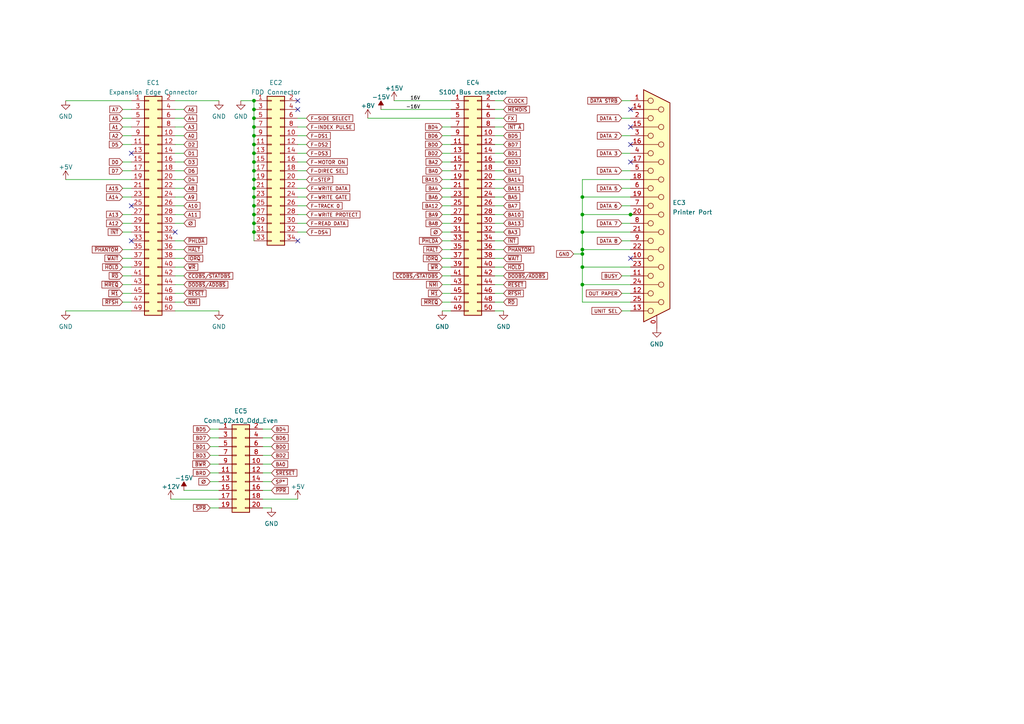
<source format=kicad_sch>
(kicad_sch (version 20211123) (generator eeschema)

  (uuid f4a18062-9ad6-4896-b6d6-78c148d6a62c)

  (paper "A4")

  (lib_symbols
    (symbol "Connector:DB25_Female_MountingHoles" (pin_names (offset 1.016) hide) (in_bom yes) (on_board yes)
      (property "Reference" "J" (id 0) (at 0 36.83 0)
        (effects (font (size 1.27 1.27)))
      )
      (property "Value" "DB25_Female_MountingHoles" (id 1) (at 0 34.925 0)
        (effects (font (size 1.27 1.27)))
      )
      (property "Footprint" "" (id 2) (at 0 0 0)
        (effects (font (size 1.27 1.27)) hide)
      )
      (property "Datasheet" " ~" (id 3) (at 0 0 0)
        (effects (font (size 1.27 1.27)) hide)
      )
      (property "ki_keywords" "female D-SUB connector" (id 4) (at 0 0 0)
        (effects (font (size 1.27 1.27)) hide)
      )
      (property "ki_description" "25-pin female D-SUB connector, Mounting Hole" (id 5) (at 0 0 0)
        (effects (font (size 1.27 1.27)) hide)
      )
      (property "ki_fp_filters" "DSUB*Female*" (id 6) (at 0 0 0)
        (effects (font (size 1.27 1.27)) hide)
      )
      (symbol "DB25_Female_MountingHoles_0_1"
        (circle (center -1.778 -30.48) (radius 0.762)
          (stroke (width 0) (type default) (color 0 0 0 0))
          (fill (type none))
        )
        (circle (center -1.778 -25.4) (radius 0.762)
          (stroke (width 0) (type default) (color 0 0 0 0))
          (fill (type none))
        )
        (circle (center -1.778 -20.32) (radius 0.762)
          (stroke (width 0) (type default) (color 0 0 0 0))
          (fill (type none))
        )
        (circle (center -1.778 -15.24) (radius 0.762)
          (stroke (width 0) (type default) (color 0 0 0 0))
          (fill (type none))
        )
        (circle (center -1.778 -10.16) (radius 0.762)
          (stroke (width 0) (type default) (color 0 0 0 0))
          (fill (type none))
        )
        (circle (center -1.778 -5.08) (radius 0.762)
          (stroke (width 0) (type default) (color 0 0 0 0))
          (fill (type none))
        )
        (circle (center -1.778 0) (radius 0.762)
          (stroke (width 0) (type default) (color 0 0 0 0))
          (fill (type none))
        )
        (circle (center -1.778 5.08) (radius 0.762)
          (stroke (width 0) (type default) (color 0 0 0 0))
          (fill (type none))
        )
        (circle (center -1.778 10.16) (radius 0.762)
          (stroke (width 0) (type default) (color 0 0 0 0))
          (fill (type none))
        )
        (circle (center -1.778 15.24) (radius 0.762)
          (stroke (width 0) (type default) (color 0 0 0 0))
          (fill (type none))
        )
        (circle (center -1.778 20.32) (radius 0.762)
          (stroke (width 0) (type default) (color 0 0 0 0))
          (fill (type none))
        )
        (circle (center -1.778 25.4) (radius 0.762)
          (stroke (width 0) (type default) (color 0 0 0 0))
          (fill (type none))
        )
        (circle (center -1.778 30.48) (radius 0.762)
          (stroke (width 0) (type default) (color 0 0 0 0))
          (fill (type none))
        )
        (polyline
          (pts
            (xy -3.81 -30.48)
            (xy -2.54 -30.48)
          )
          (stroke (width 0) (type default) (color 0 0 0 0))
          (fill (type none))
        )
        (polyline
          (pts
            (xy -3.81 -27.94)
            (xy 0.508 -27.94)
          )
          (stroke (width 0) (type default) (color 0 0 0 0))
          (fill (type none))
        )
        (polyline
          (pts
            (xy -3.81 -25.4)
            (xy -2.54 -25.4)
          )
          (stroke (width 0) (type default) (color 0 0 0 0))
          (fill (type none))
        )
        (polyline
          (pts
            (xy -3.81 -22.86)
            (xy 0.508 -22.86)
          )
          (stroke (width 0) (type default) (color 0 0 0 0))
          (fill (type none))
        )
        (polyline
          (pts
            (xy -3.81 -20.32)
            (xy -2.54 -20.32)
          )
          (stroke (width 0) (type default) (color 0 0 0 0))
          (fill (type none))
        )
        (polyline
          (pts
            (xy -3.81 -17.78)
            (xy 0.508 -17.78)
          )
          (stroke (width 0) (type default) (color 0 0 0 0))
          (fill (type none))
        )
        (polyline
          (pts
            (xy -3.81 -15.24)
            (xy -2.54 -15.24)
          )
          (stroke (width 0) (type default) (color 0 0 0 0))
          (fill (type none))
        )
        (polyline
          (pts
            (xy -3.81 -12.7)
            (xy 0.508 -12.7)
          )
          (stroke (width 0) (type default) (color 0 0 0 0))
          (fill (type none))
        )
        (polyline
          (pts
            (xy -3.81 -10.16)
            (xy -2.54 -10.16)
          )
          (stroke (width 0) (type default) (color 0 0 0 0))
          (fill (type none))
        )
        (polyline
          (pts
            (xy -3.81 -7.62)
            (xy 0.508 -7.62)
          )
          (stroke (width 0) (type default) (color 0 0 0 0))
          (fill (type none))
        )
        (polyline
          (pts
            (xy -3.81 -5.08)
            (xy -2.54 -5.08)
          )
          (stroke (width 0) (type default) (color 0 0 0 0))
          (fill (type none))
        )
        (polyline
          (pts
            (xy -3.81 -2.54)
            (xy 0.508 -2.54)
          )
          (stroke (width 0) (type default) (color 0 0 0 0))
          (fill (type none))
        )
        (polyline
          (pts
            (xy -3.81 0)
            (xy -2.54 0)
          )
          (stroke (width 0) (type default) (color 0 0 0 0))
          (fill (type none))
        )
        (polyline
          (pts
            (xy -3.81 2.54)
            (xy 0.508 2.54)
          )
          (stroke (width 0) (type default) (color 0 0 0 0))
          (fill (type none))
        )
        (polyline
          (pts
            (xy -3.81 5.08)
            (xy -2.54 5.08)
          )
          (stroke (width 0) (type default) (color 0 0 0 0))
          (fill (type none))
        )
        (polyline
          (pts
            (xy -3.81 7.62)
            (xy 0.508 7.62)
          )
          (stroke (width 0) (type default) (color 0 0 0 0))
          (fill (type none))
        )
        (polyline
          (pts
            (xy -3.81 10.16)
            (xy -2.54 10.16)
          )
          (stroke (width 0) (type default) (color 0 0 0 0))
          (fill (type none))
        )
        (polyline
          (pts
            (xy -3.81 12.7)
            (xy 0.508 12.7)
          )
          (stroke (width 0) (type default) (color 0 0 0 0))
          (fill (type none))
        )
        (polyline
          (pts
            (xy -3.81 15.24)
            (xy -2.54 15.24)
          )
          (stroke (width 0) (type default) (color 0 0 0 0))
          (fill (type none))
        )
        (polyline
          (pts
            (xy -3.81 17.78)
            (xy 0.508 17.78)
          )
          (stroke (width 0) (type default) (color 0 0 0 0))
          (fill (type none))
        )
        (polyline
          (pts
            (xy -3.81 20.32)
            (xy -2.54 20.32)
          )
          (stroke (width 0) (type default) (color 0 0 0 0))
          (fill (type none))
        )
        (polyline
          (pts
            (xy -3.81 22.86)
            (xy 0.508 22.86)
          )
          (stroke (width 0) (type default) (color 0 0 0 0))
          (fill (type none))
        )
        (polyline
          (pts
            (xy -3.81 25.4)
            (xy -2.54 25.4)
          )
          (stroke (width 0) (type default) (color 0 0 0 0))
          (fill (type none))
        )
        (polyline
          (pts
            (xy -3.81 27.94)
            (xy 0.508 27.94)
          )
          (stroke (width 0) (type default) (color 0 0 0 0))
          (fill (type none))
        )
        (polyline
          (pts
            (xy -3.81 30.48)
            (xy -2.54 30.48)
          )
          (stroke (width 0) (type default) (color 0 0 0 0))
          (fill (type none))
        )
        (polyline
          (pts
            (xy -3.81 33.655)
            (xy 3.81 29.845)
            (xy 3.81 -29.845)
            (xy -3.81 -33.655)
            (xy -3.81 33.655)
          )
          (stroke (width 0.254) (type default) (color 0 0 0 0))
          (fill (type background))
        )
        (circle (center 1.27 -27.94) (radius 0.762)
          (stroke (width 0) (type default) (color 0 0 0 0))
          (fill (type none))
        )
        (circle (center 1.27 -22.86) (radius 0.762)
          (stroke (width 0) (type default) (color 0 0 0 0))
          (fill (type none))
        )
        (circle (center 1.27 -17.78) (radius 0.762)
          (stroke (width 0) (type default) (color 0 0 0 0))
          (fill (type none))
        )
        (circle (center 1.27 -12.7) (radius 0.762)
          (stroke (width 0) (type default) (color 0 0 0 0))
          (fill (type none))
        )
        (circle (center 1.27 -7.62) (radius 0.762)
          (stroke (width 0) (type default) (color 0 0 0 0))
          (fill (type none))
        )
        (circle (center 1.27 -2.54) (radius 0.762)
          (stroke (width 0) (type default) (color 0 0 0 0))
          (fill (type none))
        )
        (circle (center 1.27 2.54) (radius 0.762)
          (stroke (width 0) (type default) (color 0 0 0 0))
          (fill (type none))
        )
        (circle (center 1.27 7.62) (radius 0.762)
          (stroke (width 0) (type default) (color 0 0 0 0))
          (fill (type none))
        )
        (circle (center 1.27 12.7) (radius 0.762)
          (stroke (width 0) (type default) (color 0 0 0 0))
          (fill (type none))
        )
        (circle (center 1.27 17.78) (radius 0.762)
          (stroke (width 0) (type default) (color 0 0 0 0))
          (fill (type none))
        )
        (circle (center 1.27 22.86) (radius 0.762)
          (stroke (width 0) (type default) (color 0 0 0 0))
          (fill (type none))
        )
        (circle (center 1.27 27.94) (radius 0.762)
          (stroke (width 0) (type default) (color 0 0 0 0))
          (fill (type none))
        )
      )
      (symbol "DB25_Female_MountingHoles_1_1"
        (pin passive line (at 0 -35.56 90) (length 3.81)
          (name "PAD" (effects (font (size 1.27 1.27))))
          (number "0" (effects (font (size 1.27 1.27))))
        )
        (pin passive line (at -7.62 30.48 0) (length 3.81)
          (name "1" (effects (font (size 1.27 1.27))))
          (number "1" (effects (font (size 1.27 1.27))))
        )
        (pin passive line (at -7.62 -15.24 0) (length 3.81)
          (name "10" (effects (font (size 1.27 1.27))))
          (number "10" (effects (font (size 1.27 1.27))))
        )
        (pin passive line (at -7.62 -20.32 0) (length 3.81)
          (name "11" (effects (font (size 1.27 1.27))))
          (number "11" (effects (font (size 1.27 1.27))))
        )
        (pin passive line (at -7.62 -25.4 0) (length 3.81)
          (name "12" (effects (font (size 1.27 1.27))))
          (number "12" (effects (font (size 1.27 1.27))))
        )
        (pin passive line (at -7.62 -30.48 0) (length 3.81)
          (name "13" (effects (font (size 1.27 1.27))))
          (number "13" (effects (font (size 1.27 1.27))))
        )
        (pin passive line (at -7.62 27.94 0) (length 3.81)
          (name "P14" (effects (font (size 1.27 1.27))))
          (number "14" (effects (font (size 1.27 1.27))))
        )
        (pin passive line (at -7.62 22.86 0) (length 3.81)
          (name "P15" (effects (font (size 1.27 1.27))))
          (number "15" (effects (font (size 1.27 1.27))))
        )
        (pin passive line (at -7.62 17.78 0) (length 3.81)
          (name "P16" (effects (font (size 1.27 1.27))))
          (number "16" (effects (font (size 1.27 1.27))))
        )
        (pin passive line (at -7.62 12.7 0) (length 3.81)
          (name "P17" (effects (font (size 1.27 1.27))))
          (number "17" (effects (font (size 1.27 1.27))))
        )
        (pin passive line (at -7.62 7.62 0) (length 3.81)
          (name "P18" (effects (font (size 1.27 1.27))))
          (number "18" (effects (font (size 1.27 1.27))))
        )
        (pin passive line (at -7.62 2.54 0) (length 3.81)
          (name "P19" (effects (font (size 1.27 1.27))))
          (number "19" (effects (font (size 1.27 1.27))))
        )
        (pin passive line (at -7.62 25.4 0) (length 3.81)
          (name "2" (effects (font (size 1.27 1.27))))
          (number "2" (effects (font (size 1.27 1.27))))
        )
        (pin passive line (at -7.62 -2.54 0) (length 3.81)
          (name "P20" (effects (font (size 1.27 1.27))))
          (number "20" (effects (font (size 1.27 1.27))))
        )
        (pin passive line (at -7.62 -7.62 0) (length 3.81)
          (name "P21" (effects (font (size 1.27 1.27))))
          (number "21" (effects (font (size 1.27 1.27))))
        )
        (pin passive line (at -7.62 -12.7 0) (length 3.81)
          (name "P22" (effects (font (size 1.27 1.27))))
          (number "22" (effects (font (size 1.27 1.27))))
        )
        (pin passive line (at -7.62 -17.78 0) (length 3.81)
          (name "P23" (effects (font (size 1.27 1.27))))
          (number "23" (effects (font (size 1.27 1.27))))
        )
        (pin passive line (at -7.62 -22.86 0) (length 3.81)
          (name "P24" (effects (font (size 1.27 1.27))))
          (number "24" (effects (font (size 1.27 1.27))))
        )
        (pin passive line (at -7.62 -27.94 0) (length 3.81)
          (name "P25" (effects (font (size 1.27 1.27))))
          (number "25" (effects (font (size 1.27 1.27))))
        )
        (pin passive line (at -7.62 20.32 0) (length 3.81)
          (name "3" (effects (font (size 1.27 1.27))))
          (number "3" (effects (font (size 1.27 1.27))))
        )
        (pin passive line (at -7.62 15.24 0) (length 3.81)
          (name "4" (effects (font (size 1.27 1.27))))
          (number "4" (effects (font (size 1.27 1.27))))
        )
        (pin passive line (at -7.62 10.16 0) (length 3.81)
          (name "5" (effects (font (size 1.27 1.27))))
          (number "5" (effects (font (size 1.27 1.27))))
        )
        (pin passive line (at -7.62 5.08 0) (length 3.81)
          (name "6" (effects (font (size 1.27 1.27))))
          (number "6" (effects (font (size 1.27 1.27))))
        )
        (pin passive line (at -7.62 0 0) (length 3.81)
          (name "7" (effects (font (size 1.27 1.27))))
          (number "7" (effects (font (size 1.27 1.27))))
        )
        (pin passive line (at -7.62 -5.08 0) (length 3.81)
          (name "8" (effects (font (size 1.27 1.27))))
          (number "8" (effects (font (size 1.27 1.27))))
        )
        (pin passive line (at -7.62 -10.16 0) (length 3.81)
          (name "9" (effects (font (size 1.27 1.27))))
          (number "9" (effects (font (size 1.27 1.27))))
        )
      )
    )
    (symbol "Connector_Generic:Conn_02x10_Odd_Even" (pin_names (offset 1.016) hide) (in_bom yes) (on_board yes)
      (property "Reference" "J" (id 0) (at 1.27 12.7 0)
        (effects (font (size 1.27 1.27)))
      )
      (property "Value" "Conn_02x10_Odd_Even" (id 1) (at 1.27 -15.24 0)
        (effects (font (size 1.27 1.27)))
      )
      (property "Footprint" "" (id 2) (at 0 0 0)
        (effects (font (size 1.27 1.27)) hide)
      )
      (property "Datasheet" "~" (id 3) (at 0 0 0)
        (effects (font (size 1.27 1.27)) hide)
      )
      (property "ki_keywords" "connector" (id 4) (at 0 0 0)
        (effects (font (size 1.27 1.27)) hide)
      )
      (property "ki_description" "Generic connector, double row, 02x10, odd/even pin numbering scheme (row 1 odd numbers, row 2 even numbers), script generated (kicad-library-utils/schlib/autogen/connector/)" (id 5) (at 0 0 0)
        (effects (font (size 1.27 1.27)) hide)
      )
      (property "ki_fp_filters" "Connector*:*_2x??_*" (id 6) (at 0 0 0)
        (effects (font (size 1.27 1.27)) hide)
      )
      (symbol "Conn_02x10_Odd_Even_1_1"
        (rectangle (start -1.27 -12.573) (end 0 -12.827)
          (stroke (width 0.1524) (type default) (color 0 0 0 0))
          (fill (type none))
        )
        (rectangle (start -1.27 -10.033) (end 0 -10.287)
          (stroke (width 0.1524) (type default) (color 0 0 0 0))
          (fill (type none))
        )
        (rectangle (start -1.27 -7.493) (end 0 -7.747)
          (stroke (width 0.1524) (type default) (color 0 0 0 0))
          (fill (type none))
        )
        (rectangle (start -1.27 -4.953) (end 0 -5.207)
          (stroke (width 0.1524) (type default) (color 0 0 0 0))
          (fill (type none))
        )
        (rectangle (start -1.27 -2.413) (end 0 -2.667)
          (stroke (width 0.1524) (type default) (color 0 0 0 0))
          (fill (type none))
        )
        (rectangle (start -1.27 0.127) (end 0 -0.127)
          (stroke (width 0.1524) (type default) (color 0 0 0 0))
          (fill (type none))
        )
        (rectangle (start -1.27 2.667) (end 0 2.413)
          (stroke (width 0.1524) (type default) (color 0 0 0 0))
          (fill (type none))
        )
        (rectangle (start -1.27 5.207) (end 0 4.953)
          (stroke (width 0.1524) (type default) (color 0 0 0 0))
          (fill (type none))
        )
        (rectangle (start -1.27 7.747) (end 0 7.493)
          (stroke (width 0.1524) (type default) (color 0 0 0 0))
          (fill (type none))
        )
        (rectangle (start -1.27 10.287) (end 0 10.033)
          (stroke (width 0.1524) (type default) (color 0 0 0 0))
          (fill (type none))
        )
        (rectangle (start -1.27 11.43) (end 3.81 -13.97)
          (stroke (width 0.254) (type default) (color 0 0 0 0))
          (fill (type background))
        )
        (rectangle (start 3.81 -12.573) (end 2.54 -12.827)
          (stroke (width 0.1524) (type default) (color 0 0 0 0))
          (fill (type none))
        )
        (rectangle (start 3.81 -10.033) (end 2.54 -10.287)
          (stroke (width 0.1524) (type default) (color 0 0 0 0))
          (fill (type none))
        )
        (rectangle (start 3.81 -7.493) (end 2.54 -7.747)
          (stroke (width 0.1524) (type default) (color 0 0 0 0))
          (fill (type none))
        )
        (rectangle (start 3.81 -4.953) (end 2.54 -5.207)
          (stroke (width 0.1524) (type default) (color 0 0 0 0))
          (fill (type none))
        )
        (rectangle (start 3.81 -2.413) (end 2.54 -2.667)
          (stroke (width 0.1524) (type default) (color 0 0 0 0))
          (fill (type none))
        )
        (rectangle (start 3.81 0.127) (end 2.54 -0.127)
          (stroke (width 0.1524) (type default) (color 0 0 0 0))
          (fill (type none))
        )
        (rectangle (start 3.81 2.667) (end 2.54 2.413)
          (stroke (width 0.1524) (type default) (color 0 0 0 0))
          (fill (type none))
        )
        (rectangle (start 3.81 5.207) (end 2.54 4.953)
          (stroke (width 0.1524) (type default) (color 0 0 0 0))
          (fill (type none))
        )
        (rectangle (start 3.81 7.747) (end 2.54 7.493)
          (stroke (width 0.1524) (type default) (color 0 0 0 0))
          (fill (type none))
        )
        (rectangle (start 3.81 10.287) (end 2.54 10.033)
          (stroke (width 0.1524) (type default) (color 0 0 0 0))
          (fill (type none))
        )
        (pin passive line (at -5.08 10.16 0) (length 3.81)
          (name "Pin_1" (effects (font (size 1.27 1.27))))
          (number "1" (effects (font (size 1.27 1.27))))
        )
        (pin passive line (at 7.62 0 180) (length 3.81)
          (name "Pin_10" (effects (font (size 1.27 1.27))))
          (number "10" (effects (font (size 1.27 1.27))))
        )
        (pin passive line (at -5.08 -2.54 0) (length 3.81)
          (name "Pin_11" (effects (font (size 1.27 1.27))))
          (number "11" (effects (font (size 1.27 1.27))))
        )
        (pin passive line (at 7.62 -2.54 180) (length 3.81)
          (name "Pin_12" (effects (font (size 1.27 1.27))))
          (number "12" (effects (font (size 1.27 1.27))))
        )
        (pin passive line (at -5.08 -5.08 0) (length 3.81)
          (name "Pin_13" (effects (font (size 1.27 1.27))))
          (number "13" (effects (font (size 1.27 1.27))))
        )
        (pin passive line (at 7.62 -5.08 180) (length 3.81)
          (name "Pin_14" (effects (font (size 1.27 1.27))))
          (number "14" (effects (font (size 1.27 1.27))))
        )
        (pin passive line (at -5.08 -7.62 0) (length 3.81)
          (name "Pin_15" (effects (font (size 1.27 1.27))))
          (number "15" (effects (font (size 1.27 1.27))))
        )
        (pin passive line (at 7.62 -7.62 180) (length 3.81)
          (name "Pin_16" (effects (font (size 1.27 1.27))))
          (number "16" (effects (font (size 1.27 1.27))))
        )
        (pin passive line (at -5.08 -10.16 0) (length 3.81)
          (name "Pin_17" (effects (font (size 1.27 1.27))))
          (number "17" (effects (font (size 1.27 1.27))))
        )
        (pin passive line (at 7.62 -10.16 180) (length 3.81)
          (name "Pin_18" (effects (font (size 1.27 1.27))))
          (number "18" (effects (font (size 1.27 1.27))))
        )
        (pin passive line (at -5.08 -12.7 0) (length 3.81)
          (name "Pin_19" (effects (font (size 1.27 1.27))))
          (number "19" (effects (font (size 1.27 1.27))))
        )
        (pin passive line (at 7.62 10.16 180) (length 3.81)
          (name "Pin_2" (effects (font (size 1.27 1.27))))
          (number "2" (effects (font (size 1.27 1.27))))
        )
        (pin passive line (at 7.62 -12.7 180) (length 3.81)
          (name "Pin_20" (effects (font (size 1.27 1.27))))
          (number "20" (effects (font (size 1.27 1.27))))
        )
        (pin passive line (at -5.08 7.62 0) (length 3.81)
          (name "Pin_3" (effects (font (size 1.27 1.27))))
          (number "3" (effects (font (size 1.27 1.27))))
        )
        (pin passive line (at 7.62 7.62 180) (length 3.81)
          (name "Pin_4" (effects (font (size 1.27 1.27))))
          (number "4" (effects (font (size 1.27 1.27))))
        )
        (pin passive line (at -5.08 5.08 0) (length 3.81)
          (name "Pin_5" (effects (font (size 1.27 1.27))))
          (number "5" (effects (font (size 1.27 1.27))))
        )
        (pin passive line (at 7.62 5.08 180) (length 3.81)
          (name "Pin_6" (effects (font (size 1.27 1.27))))
          (number "6" (effects (font (size 1.27 1.27))))
        )
        (pin passive line (at -5.08 2.54 0) (length 3.81)
          (name "Pin_7" (effects (font (size 1.27 1.27))))
          (number "7" (effects (font (size 1.27 1.27))))
        )
        (pin passive line (at 7.62 2.54 180) (length 3.81)
          (name "Pin_8" (effects (font (size 1.27 1.27))))
          (number "8" (effects (font (size 1.27 1.27))))
        )
        (pin passive line (at -5.08 0 0) (length 3.81)
          (name "Pin_9" (effects (font (size 1.27 1.27))))
          (number "9" (effects (font (size 1.27 1.27))))
        )
      )
    )
    (symbol "Connector_Generic:Conn_02x17_Odd_Even" (pin_names (offset 1.016) hide) (in_bom yes) (on_board yes)
      (property "Reference" "J" (id 0) (at 1.27 22.86 0)
        (effects (font (size 1.27 1.27)))
      )
      (property "Value" "Conn_02x17_Odd_Even" (id 1) (at 1.27 -22.86 0)
        (effects (font (size 1.27 1.27)))
      )
      (property "Footprint" "" (id 2) (at 0 0 0)
        (effects (font (size 1.27 1.27)) hide)
      )
      (property "Datasheet" "~" (id 3) (at 0 0 0)
        (effects (font (size 1.27 1.27)) hide)
      )
      (property "ki_keywords" "connector" (id 4) (at 0 0 0)
        (effects (font (size 1.27 1.27)) hide)
      )
      (property "ki_description" "Generic connector, double row, 02x17, odd/even pin numbering scheme (row 1 odd numbers, row 2 even numbers), script generated (kicad-library-utils/schlib/autogen/connector/)" (id 5) (at 0 0 0)
        (effects (font (size 1.27 1.27)) hide)
      )
      (property "ki_fp_filters" "Connector*:*_2x??_*" (id 6) (at 0 0 0)
        (effects (font (size 1.27 1.27)) hide)
      )
      (symbol "Conn_02x17_Odd_Even_1_1"
        (rectangle (start -1.27 -20.193) (end 0 -20.447)
          (stroke (width 0.1524) (type default) (color 0 0 0 0))
          (fill (type none))
        )
        (rectangle (start -1.27 -17.653) (end 0 -17.907)
          (stroke (width 0.1524) (type default) (color 0 0 0 0))
          (fill (type none))
        )
        (rectangle (start -1.27 -15.113) (end 0 -15.367)
          (stroke (width 0.1524) (type default) (color 0 0 0 0))
          (fill (type none))
        )
        (rectangle (start -1.27 -12.573) (end 0 -12.827)
          (stroke (width 0.1524) (type default) (color 0 0 0 0))
          (fill (type none))
        )
        (rectangle (start -1.27 -10.033) (end 0 -10.287)
          (stroke (width 0.1524) (type default) (color 0 0 0 0))
          (fill (type none))
        )
        (rectangle (start -1.27 -7.493) (end 0 -7.747)
          (stroke (width 0.1524) (type default) (color 0 0 0 0))
          (fill (type none))
        )
        (rectangle (start -1.27 -4.953) (end 0 -5.207)
          (stroke (width 0.1524) (type default) (color 0 0 0 0))
          (fill (type none))
        )
        (rectangle (start -1.27 -2.413) (end 0 -2.667)
          (stroke (width 0.1524) (type default) (color 0 0 0 0))
          (fill (type none))
        )
        (rectangle (start -1.27 0.127) (end 0 -0.127)
          (stroke (width 0.1524) (type default) (color 0 0 0 0))
          (fill (type none))
        )
        (rectangle (start -1.27 2.667) (end 0 2.413)
          (stroke (width 0.1524) (type default) (color 0 0 0 0))
          (fill (type none))
        )
        (rectangle (start -1.27 5.207) (end 0 4.953)
          (stroke (width 0.1524) (type default) (color 0 0 0 0))
          (fill (type none))
        )
        (rectangle (start -1.27 7.747) (end 0 7.493)
          (stroke (width 0.1524) (type default) (color 0 0 0 0))
          (fill (type none))
        )
        (rectangle (start -1.27 10.287) (end 0 10.033)
          (stroke (width 0.1524) (type default) (color 0 0 0 0))
          (fill (type none))
        )
        (rectangle (start -1.27 12.827) (end 0 12.573)
          (stroke (width 0.1524) (type default) (color 0 0 0 0))
          (fill (type none))
        )
        (rectangle (start -1.27 15.367) (end 0 15.113)
          (stroke (width 0.1524) (type default) (color 0 0 0 0))
          (fill (type none))
        )
        (rectangle (start -1.27 17.907) (end 0 17.653)
          (stroke (width 0.1524) (type default) (color 0 0 0 0))
          (fill (type none))
        )
        (rectangle (start -1.27 20.447) (end 0 20.193)
          (stroke (width 0.1524) (type default) (color 0 0 0 0))
          (fill (type none))
        )
        (rectangle (start -1.27 21.59) (end 3.81 -21.59)
          (stroke (width 0.254) (type default) (color 0 0 0 0))
          (fill (type background))
        )
        (rectangle (start 3.81 -20.193) (end 2.54 -20.447)
          (stroke (width 0.1524) (type default) (color 0 0 0 0))
          (fill (type none))
        )
        (rectangle (start 3.81 -17.653) (end 2.54 -17.907)
          (stroke (width 0.1524) (type default) (color 0 0 0 0))
          (fill (type none))
        )
        (rectangle (start 3.81 -15.113) (end 2.54 -15.367)
          (stroke (width 0.1524) (type default) (color 0 0 0 0))
          (fill (type none))
        )
        (rectangle (start 3.81 -12.573) (end 2.54 -12.827)
          (stroke (width 0.1524) (type default) (color 0 0 0 0))
          (fill (type none))
        )
        (rectangle (start 3.81 -10.033) (end 2.54 -10.287)
          (stroke (width 0.1524) (type default) (color 0 0 0 0))
          (fill (type none))
        )
        (rectangle (start 3.81 -7.493) (end 2.54 -7.747)
          (stroke (width 0.1524) (type default) (color 0 0 0 0))
          (fill (type none))
        )
        (rectangle (start 3.81 -4.953) (end 2.54 -5.207)
          (stroke (width 0.1524) (type default) (color 0 0 0 0))
          (fill (type none))
        )
        (rectangle (start 3.81 -2.413) (end 2.54 -2.667)
          (stroke (width 0.1524) (type default) (color 0 0 0 0))
          (fill (type none))
        )
        (rectangle (start 3.81 0.127) (end 2.54 -0.127)
          (stroke (width 0.1524) (type default) (color 0 0 0 0))
          (fill (type none))
        )
        (rectangle (start 3.81 2.667) (end 2.54 2.413)
          (stroke (width 0.1524) (type default) (color 0 0 0 0))
          (fill (type none))
        )
        (rectangle (start 3.81 5.207) (end 2.54 4.953)
          (stroke (width 0.1524) (type default) (color 0 0 0 0))
          (fill (type none))
        )
        (rectangle (start 3.81 7.747) (end 2.54 7.493)
          (stroke (width 0.1524) (type default) (color 0 0 0 0))
          (fill (type none))
        )
        (rectangle (start 3.81 10.287) (end 2.54 10.033)
          (stroke (width 0.1524) (type default) (color 0 0 0 0))
          (fill (type none))
        )
        (rectangle (start 3.81 12.827) (end 2.54 12.573)
          (stroke (width 0.1524) (type default) (color 0 0 0 0))
          (fill (type none))
        )
        (rectangle (start 3.81 15.367) (end 2.54 15.113)
          (stroke (width 0.1524) (type default) (color 0 0 0 0))
          (fill (type none))
        )
        (rectangle (start 3.81 17.907) (end 2.54 17.653)
          (stroke (width 0.1524) (type default) (color 0 0 0 0))
          (fill (type none))
        )
        (rectangle (start 3.81 20.447) (end 2.54 20.193)
          (stroke (width 0.1524) (type default) (color 0 0 0 0))
          (fill (type none))
        )
        (pin passive line (at -5.08 20.32 0) (length 3.81)
          (name "Pin_1" (effects (font (size 1.27 1.27))))
          (number "1" (effects (font (size 1.27 1.27))))
        )
        (pin passive line (at 7.62 10.16 180) (length 3.81)
          (name "Pin_10" (effects (font (size 1.27 1.27))))
          (number "10" (effects (font (size 1.27 1.27))))
        )
        (pin passive line (at -5.08 7.62 0) (length 3.81)
          (name "Pin_11" (effects (font (size 1.27 1.27))))
          (number "11" (effects (font (size 1.27 1.27))))
        )
        (pin passive line (at 7.62 7.62 180) (length 3.81)
          (name "Pin_12" (effects (font (size 1.27 1.27))))
          (number "12" (effects (font (size 1.27 1.27))))
        )
        (pin passive line (at -5.08 5.08 0) (length 3.81)
          (name "Pin_13" (effects (font (size 1.27 1.27))))
          (number "13" (effects (font (size 1.27 1.27))))
        )
        (pin passive line (at 7.62 5.08 180) (length 3.81)
          (name "Pin_14" (effects (font (size 1.27 1.27))))
          (number "14" (effects (font (size 1.27 1.27))))
        )
        (pin passive line (at -5.08 2.54 0) (length 3.81)
          (name "Pin_15" (effects (font (size 1.27 1.27))))
          (number "15" (effects (font (size 1.27 1.27))))
        )
        (pin passive line (at 7.62 2.54 180) (length 3.81)
          (name "Pin_16" (effects (font (size 1.27 1.27))))
          (number "16" (effects (font (size 1.27 1.27))))
        )
        (pin passive line (at -5.08 0 0) (length 3.81)
          (name "Pin_17" (effects (font (size 1.27 1.27))))
          (number "17" (effects (font (size 1.27 1.27))))
        )
        (pin passive line (at 7.62 0 180) (length 3.81)
          (name "Pin_18" (effects (font (size 1.27 1.27))))
          (number "18" (effects (font (size 1.27 1.27))))
        )
        (pin passive line (at -5.08 -2.54 0) (length 3.81)
          (name "Pin_19" (effects (font (size 1.27 1.27))))
          (number "19" (effects (font (size 1.27 1.27))))
        )
        (pin passive line (at 7.62 20.32 180) (length 3.81)
          (name "Pin_2" (effects (font (size 1.27 1.27))))
          (number "2" (effects (font (size 1.27 1.27))))
        )
        (pin passive line (at 7.62 -2.54 180) (length 3.81)
          (name "Pin_20" (effects (font (size 1.27 1.27))))
          (number "20" (effects (font (size 1.27 1.27))))
        )
        (pin passive line (at -5.08 -5.08 0) (length 3.81)
          (name "Pin_21" (effects (font (size 1.27 1.27))))
          (number "21" (effects (font (size 1.27 1.27))))
        )
        (pin passive line (at 7.62 -5.08 180) (length 3.81)
          (name "Pin_22" (effects (font (size 1.27 1.27))))
          (number "22" (effects (font (size 1.27 1.27))))
        )
        (pin passive line (at -5.08 -7.62 0) (length 3.81)
          (name "Pin_23" (effects (font (size 1.27 1.27))))
          (number "23" (effects (font (size 1.27 1.27))))
        )
        (pin passive line (at 7.62 -7.62 180) (length 3.81)
          (name "Pin_24" (effects (font (size 1.27 1.27))))
          (number "24" (effects (font (size 1.27 1.27))))
        )
        (pin passive line (at -5.08 -10.16 0) (length 3.81)
          (name "Pin_25" (effects (font (size 1.27 1.27))))
          (number "25" (effects (font (size 1.27 1.27))))
        )
        (pin passive line (at 7.62 -10.16 180) (length 3.81)
          (name "Pin_26" (effects (font (size 1.27 1.27))))
          (number "26" (effects (font (size 1.27 1.27))))
        )
        (pin passive line (at -5.08 -12.7 0) (length 3.81)
          (name "Pin_27" (effects (font (size 1.27 1.27))))
          (number "27" (effects (font (size 1.27 1.27))))
        )
        (pin passive line (at 7.62 -12.7 180) (length 3.81)
          (name "Pin_28" (effects (font (size 1.27 1.27))))
          (number "28" (effects (font (size 1.27 1.27))))
        )
        (pin passive line (at -5.08 -15.24 0) (length 3.81)
          (name "Pin_29" (effects (font (size 1.27 1.27))))
          (number "29" (effects (font (size 1.27 1.27))))
        )
        (pin passive line (at -5.08 17.78 0) (length 3.81)
          (name "Pin_3" (effects (font (size 1.27 1.27))))
          (number "3" (effects (font (size 1.27 1.27))))
        )
        (pin passive line (at 7.62 -15.24 180) (length 3.81)
          (name "Pin_30" (effects (font (size 1.27 1.27))))
          (number "30" (effects (font (size 1.27 1.27))))
        )
        (pin passive line (at -5.08 -17.78 0) (length 3.81)
          (name "Pin_31" (effects (font (size 1.27 1.27))))
          (number "31" (effects (font (size 1.27 1.27))))
        )
        (pin passive line (at 7.62 -17.78 180) (length 3.81)
          (name "Pin_32" (effects (font (size 1.27 1.27))))
          (number "32" (effects (font (size 1.27 1.27))))
        )
        (pin passive line (at -5.08 -20.32 0) (length 3.81)
          (name "Pin_33" (effects (font (size 1.27 1.27))))
          (number "33" (effects (font (size 1.27 1.27))))
        )
        (pin passive line (at 7.62 -20.32 180) (length 3.81)
          (name "Pin_34" (effects (font (size 1.27 1.27))))
          (number "34" (effects (font (size 1.27 1.27))))
        )
        (pin passive line (at 7.62 17.78 180) (length 3.81)
          (name "Pin_4" (effects (font (size 1.27 1.27))))
          (number "4" (effects (font (size 1.27 1.27))))
        )
        (pin passive line (at -5.08 15.24 0) (length 3.81)
          (name "Pin_5" (effects (font (size 1.27 1.27))))
          (number "5" (effects (font (size 1.27 1.27))))
        )
        (pin passive line (at 7.62 15.24 180) (length 3.81)
          (name "Pin_6" (effects (font (size 1.27 1.27))))
          (number "6" (effects (font (size 1.27 1.27))))
        )
        (pin passive line (at -5.08 12.7 0) (length 3.81)
          (name "Pin_7" (effects (font (size 1.27 1.27))))
          (number "7" (effects (font (size 1.27 1.27))))
        )
        (pin passive line (at 7.62 12.7 180) (length 3.81)
          (name "Pin_8" (effects (font (size 1.27 1.27))))
          (number "8" (effects (font (size 1.27 1.27))))
        )
        (pin passive line (at -5.08 10.16 0) (length 3.81)
          (name "Pin_9" (effects (font (size 1.27 1.27))))
          (number "9" (effects (font (size 1.27 1.27))))
        )
      )
    )
    (symbol "Connector_Generic:Conn_02x25_Odd_Even" (pin_names (offset 1.016) hide) (in_bom yes) (on_board yes)
      (property "Reference" "J" (id 0) (at 1.27 33.02 0)
        (effects (font (size 1.27 1.27)))
      )
      (property "Value" "Conn_02x25_Odd_Even" (id 1) (at 1.27 -33.02 0)
        (effects (font (size 1.27 1.27)))
      )
      (property "Footprint" "" (id 2) (at 0 0 0)
        (effects (font (size 1.27 1.27)) hide)
      )
      (property "Datasheet" "~" (id 3) (at 0 0 0)
        (effects (font (size 1.27 1.27)) hide)
      )
      (property "ki_keywords" "connector" (id 4) (at 0 0 0)
        (effects (font (size 1.27 1.27)) hide)
      )
      (property "ki_description" "Generic connector, double row, 02x25, odd/even pin numbering scheme (row 1 odd numbers, row 2 even numbers), script generated (kicad-library-utils/schlib/autogen/connector/)" (id 5) (at 0 0 0)
        (effects (font (size 1.27 1.27)) hide)
      )
      (property "ki_fp_filters" "Connector*:*_2x??_*" (id 6) (at 0 0 0)
        (effects (font (size 1.27 1.27)) hide)
      )
      (symbol "Conn_02x25_Odd_Even_1_1"
        (rectangle (start -1.27 -30.353) (end 0 -30.607)
          (stroke (width 0.1524) (type default) (color 0 0 0 0))
          (fill (type none))
        )
        (rectangle (start -1.27 -27.813) (end 0 -28.067)
          (stroke (width 0.1524) (type default) (color 0 0 0 0))
          (fill (type none))
        )
        (rectangle (start -1.27 -25.273) (end 0 -25.527)
          (stroke (width 0.1524) (type default) (color 0 0 0 0))
          (fill (type none))
        )
        (rectangle (start -1.27 -22.733) (end 0 -22.987)
          (stroke (width 0.1524) (type default) (color 0 0 0 0))
          (fill (type none))
        )
        (rectangle (start -1.27 -20.193) (end 0 -20.447)
          (stroke (width 0.1524) (type default) (color 0 0 0 0))
          (fill (type none))
        )
        (rectangle (start -1.27 -17.653) (end 0 -17.907)
          (stroke (width 0.1524) (type default) (color 0 0 0 0))
          (fill (type none))
        )
        (rectangle (start -1.27 -15.113) (end 0 -15.367)
          (stroke (width 0.1524) (type default) (color 0 0 0 0))
          (fill (type none))
        )
        (rectangle (start -1.27 -12.573) (end 0 -12.827)
          (stroke (width 0.1524) (type default) (color 0 0 0 0))
          (fill (type none))
        )
        (rectangle (start -1.27 -10.033) (end 0 -10.287)
          (stroke (width 0.1524) (type default) (color 0 0 0 0))
          (fill (type none))
        )
        (rectangle (start -1.27 -7.493) (end 0 -7.747)
          (stroke (width 0.1524) (type default) (color 0 0 0 0))
          (fill (type none))
        )
        (rectangle (start -1.27 -4.953) (end 0 -5.207)
          (stroke (width 0.1524) (type default) (color 0 0 0 0))
          (fill (type none))
        )
        (rectangle (start -1.27 -2.413) (end 0 -2.667)
          (stroke (width 0.1524) (type default) (color 0 0 0 0))
          (fill (type none))
        )
        (rectangle (start -1.27 0.127) (end 0 -0.127)
          (stroke (width 0.1524) (type default) (color 0 0 0 0))
          (fill (type none))
        )
        (rectangle (start -1.27 2.667) (end 0 2.413)
          (stroke (width 0.1524) (type default) (color 0 0 0 0))
          (fill (type none))
        )
        (rectangle (start -1.27 5.207) (end 0 4.953)
          (stroke (width 0.1524) (type default) (color 0 0 0 0))
          (fill (type none))
        )
        (rectangle (start -1.27 7.747) (end 0 7.493)
          (stroke (width 0.1524) (type default) (color 0 0 0 0))
          (fill (type none))
        )
        (rectangle (start -1.27 10.287) (end 0 10.033)
          (stroke (width 0.1524) (type default) (color 0 0 0 0))
          (fill (type none))
        )
        (rectangle (start -1.27 12.827) (end 0 12.573)
          (stroke (width 0.1524) (type default) (color 0 0 0 0))
          (fill (type none))
        )
        (rectangle (start -1.27 15.367) (end 0 15.113)
          (stroke (width 0.1524) (type default) (color 0 0 0 0))
          (fill (type none))
        )
        (rectangle (start -1.27 17.907) (end 0 17.653)
          (stroke (width 0.1524) (type default) (color 0 0 0 0))
          (fill (type none))
        )
        (rectangle (start -1.27 20.447) (end 0 20.193)
          (stroke (width 0.1524) (type default) (color 0 0 0 0))
          (fill (type none))
        )
        (rectangle (start -1.27 22.987) (end 0 22.733)
          (stroke (width 0.1524) (type default) (color 0 0 0 0))
          (fill (type none))
        )
        (rectangle (start -1.27 25.527) (end 0 25.273)
          (stroke (width 0.1524) (type default) (color 0 0 0 0))
          (fill (type none))
        )
        (rectangle (start -1.27 28.067) (end 0 27.813)
          (stroke (width 0.1524) (type default) (color 0 0 0 0))
          (fill (type none))
        )
        (rectangle (start -1.27 30.607) (end 0 30.353)
          (stroke (width 0.1524) (type default) (color 0 0 0 0))
          (fill (type none))
        )
        (rectangle (start -1.27 31.75) (end 3.81 -31.75)
          (stroke (width 0.254) (type default) (color 0 0 0 0))
          (fill (type background))
        )
        (rectangle (start 3.81 -30.353) (end 2.54 -30.607)
          (stroke (width 0.1524) (type default) (color 0 0 0 0))
          (fill (type none))
        )
        (rectangle (start 3.81 -27.813) (end 2.54 -28.067)
          (stroke (width 0.1524) (type default) (color 0 0 0 0))
          (fill (type none))
        )
        (rectangle (start 3.81 -25.273) (end 2.54 -25.527)
          (stroke (width 0.1524) (type default) (color 0 0 0 0))
          (fill (type none))
        )
        (rectangle (start 3.81 -22.733) (end 2.54 -22.987)
          (stroke (width 0.1524) (type default) (color 0 0 0 0))
          (fill (type none))
        )
        (rectangle (start 3.81 -20.193) (end 2.54 -20.447)
          (stroke (width 0.1524) (type default) (color 0 0 0 0))
          (fill (type none))
        )
        (rectangle (start 3.81 -17.653) (end 2.54 -17.907)
          (stroke (width 0.1524) (type default) (color 0 0 0 0))
          (fill (type none))
        )
        (rectangle (start 3.81 -15.113) (end 2.54 -15.367)
          (stroke (width 0.1524) (type default) (color 0 0 0 0))
          (fill (type none))
        )
        (rectangle (start 3.81 -12.573) (end 2.54 -12.827)
          (stroke (width 0.1524) (type default) (color 0 0 0 0))
          (fill (type none))
        )
        (rectangle (start 3.81 -10.033) (end 2.54 -10.287)
          (stroke (width 0.1524) (type default) (color 0 0 0 0))
          (fill (type none))
        )
        (rectangle (start 3.81 -7.493) (end 2.54 -7.747)
          (stroke (width 0.1524) (type default) (color 0 0 0 0))
          (fill (type none))
        )
        (rectangle (start 3.81 -4.953) (end 2.54 -5.207)
          (stroke (width 0.1524) (type default) (color 0 0 0 0))
          (fill (type none))
        )
        (rectangle (start 3.81 -2.413) (end 2.54 -2.667)
          (stroke (width 0.1524) (type default) (color 0 0 0 0))
          (fill (type none))
        )
        (rectangle (start 3.81 0.127) (end 2.54 -0.127)
          (stroke (width 0.1524) (type default) (color 0 0 0 0))
          (fill (type none))
        )
        (rectangle (start 3.81 2.667) (end 2.54 2.413)
          (stroke (width 0.1524) (type default) (color 0 0 0 0))
          (fill (type none))
        )
        (rectangle (start 3.81 5.207) (end 2.54 4.953)
          (stroke (width 0.1524) (type default) (color 0 0 0 0))
          (fill (type none))
        )
        (rectangle (start 3.81 7.747) (end 2.54 7.493)
          (stroke (width 0.1524) (type default) (color 0 0 0 0))
          (fill (type none))
        )
        (rectangle (start 3.81 10.287) (end 2.54 10.033)
          (stroke (width 0.1524) (type default) (color 0 0 0 0))
          (fill (type none))
        )
        (rectangle (start 3.81 12.827) (end 2.54 12.573)
          (stroke (width 0.1524) (type default) (color 0 0 0 0))
          (fill (type none))
        )
        (rectangle (start 3.81 15.367) (end 2.54 15.113)
          (stroke (width 0.1524) (type default) (color 0 0 0 0))
          (fill (type none))
        )
        (rectangle (start 3.81 17.907) (end 2.54 17.653)
          (stroke (width 0.1524) (type default) (color 0 0 0 0))
          (fill (type none))
        )
        (rectangle (start 3.81 20.447) (end 2.54 20.193)
          (stroke (width 0.1524) (type default) (color 0 0 0 0))
          (fill (type none))
        )
        (rectangle (start 3.81 22.987) (end 2.54 22.733)
          (stroke (width 0.1524) (type default) (color 0 0 0 0))
          (fill (type none))
        )
        (rectangle (start 3.81 25.527) (end 2.54 25.273)
          (stroke (width 0.1524) (type default) (color 0 0 0 0))
          (fill (type none))
        )
        (rectangle (start 3.81 28.067) (end 2.54 27.813)
          (stroke (width 0.1524) (type default) (color 0 0 0 0))
          (fill (type none))
        )
        (rectangle (start 3.81 30.607) (end 2.54 30.353)
          (stroke (width 0.1524) (type default) (color 0 0 0 0))
          (fill (type none))
        )
        (pin passive line (at -5.08 30.48 0) (length 3.81)
          (name "Pin_1" (effects (font (size 1.27 1.27))))
          (number "1" (effects (font (size 1.27 1.27))))
        )
        (pin passive line (at 7.62 20.32 180) (length 3.81)
          (name "Pin_10" (effects (font (size 1.27 1.27))))
          (number "10" (effects (font (size 1.27 1.27))))
        )
        (pin passive line (at -5.08 17.78 0) (length 3.81)
          (name "Pin_11" (effects (font (size 1.27 1.27))))
          (number "11" (effects (font (size 1.27 1.27))))
        )
        (pin passive line (at 7.62 17.78 180) (length 3.81)
          (name "Pin_12" (effects (font (size 1.27 1.27))))
          (number "12" (effects (font (size 1.27 1.27))))
        )
        (pin passive line (at -5.08 15.24 0) (length 3.81)
          (name "Pin_13" (effects (font (size 1.27 1.27))))
          (number "13" (effects (font (size 1.27 1.27))))
        )
        (pin passive line (at 7.62 15.24 180) (length 3.81)
          (name "Pin_14" (effects (font (size 1.27 1.27))))
          (number "14" (effects (font (size 1.27 1.27))))
        )
        (pin passive line (at -5.08 12.7 0) (length 3.81)
          (name "Pin_15" (effects (font (size 1.27 1.27))))
          (number "15" (effects (font (size 1.27 1.27))))
        )
        (pin passive line (at 7.62 12.7 180) (length 3.81)
          (name "Pin_16" (effects (font (size 1.27 1.27))))
          (number "16" (effects (font (size 1.27 1.27))))
        )
        (pin passive line (at -5.08 10.16 0) (length 3.81)
          (name "Pin_17" (effects (font (size 1.27 1.27))))
          (number "17" (effects (font (size 1.27 1.27))))
        )
        (pin passive line (at 7.62 10.16 180) (length 3.81)
          (name "Pin_18" (effects (font (size 1.27 1.27))))
          (number "18" (effects (font (size 1.27 1.27))))
        )
        (pin passive line (at -5.08 7.62 0) (length 3.81)
          (name "Pin_19" (effects (font (size 1.27 1.27))))
          (number "19" (effects (font (size 1.27 1.27))))
        )
        (pin passive line (at 7.62 30.48 180) (length 3.81)
          (name "Pin_2" (effects (font (size 1.27 1.27))))
          (number "2" (effects (font (size 1.27 1.27))))
        )
        (pin passive line (at 7.62 7.62 180) (length 3.81)
          (name "Pin_20" (effects (font (size 1.27 1.27))))
          (number "20" (effects (font (size 1.27 1.27))))
        )
        (pin passive line (at -5.08 5.08 0) (length 3.81)
          (name "Pin_21" (effects (font (size 1.27 1.27))))
          (number "21" (effects (font (size 1.27 1.27))))
        )
        (pin passive line (at 7.62 5.08 180) (length 3.81)
          (name "Pin_22" (effects (font (size 1.27 1.27))))
          (number "22" (effects (font (size 1.27 1.27))))
        )
        (pin passive line (at -5.08 2.54 0) (length 3.81)
          (name "Pin_23" (effects (font (size 1.27 1.27))))
          (number "23" (effects (font (size 1.27 1.27))))
        )
        (pin passive line (at 7.62 2.54 180) (length 3.81)
          (name "Pin_24" (effects (font (size 1.27 1.27))))
          (number "24" (effects (font (size 1.27 1.27))))
        )
        (pin passive line (at -5.08 0 0) (length 3.81)
          (name "Pin_25" (effects (font (size 1.27 1.27))))
          (number "25" (effects (font (size 1.27 1.27))))
        )
        (pin passive line (at 7.62 0 180) (length 3.81)
          (name "Pin_26" (effects (font (size 1.27 1.27))))
          (number "26" (effects (font (size 1.27 1.27))))
        )
        (pin passive line (at -5.08 -2.54 0) (length 3.81)
          (name "Pin_27" (effects (font (size 1.27 1.27))))
          (number "27" (effects (font (size 1.27 1.27))))
        )
        (pin passive line (at 7.62 -2.54 180) (length 3.81)
          (name "Pin_28" (effects (font (size 1.27 1.27))))
          (number "28" (effects (font (size 1.27 1.27))))
        )
        (pin passive line (at -5.08 -5.08 0) (length 3.81)
          (name "Pin_29" (effects (font (size 1.27 1.27))))
          (number "29" (effects (font (size 1.27 1.27))))
        )
        (pin passive line (at -5.08 27.94 0) (length 3.81)
          (name "Pin_3" (effects (font (size 1.27 1.27))))
          (number "3" (effects (font (size 1.27 1.27))))
        )
        (pin passive line (at 7.62 -5.08 180) (length 3.81)
          (name "Pin_30" (effects (font (size 1.27 1.27))))
          (number "30" (effects (font (size 1.27 1.27))))
        )
        (pin passive line (at -5.08 -7.62 0) (length 3.81)
          (name "Pin_31" (effects (font (size 1.27 1.27))))
          (number "31" (effects (font (size 1.27 1.27))))
        )
        (pin passive line (at 7.62 -7.62 180) (length 3.81)
          (name "Pin_32" (effects (font (size 1.27 1.27))))
          (number "32" (effects (font (size 1.27 1.27))))
        )
        (pin passive line (at -5.08 -10.16 0) (length 3.81)
          (name "Pin_33" (effects (font (size 1.27 1.27))))
          (number "33" (effects (font (size 1.27 1.27))))
        )
        (pin passive line (at 7.62 -10.16 180) (length 3.81)
          (name "Pin_34" (effects (font (size 1.27 1.27))))
          (number "34" (effects (font (size 1.27 1.27))))
        )
        (pin passive line (at -5.08 -12.7 0) (length 3.81)
          (name "Pin_35" (effects (font (size 1.27 1.27))))
          (number "35" (effects (font (size 1.27 1.27))))
        )
        (pin passive line (at 7.62 -12.7 180) (length 3.81)
          (name "Pin_36" (effects (font (size 1.27 1.27))))
          (number "36" (effects (font (size 1.27 1.27))))
        )
        (pin passive line (at -5.08 -15.24 0) (length 3.81)
          (name "Pin_37" (effects (font (size 1.27 1.27))))
          (number "37" (effects (font (size 1.27 1.27))))
        )
        (pin passive line (at 7.62 -15.24 180) (length 3.81)
          (name "Pin_38" (effects (font (size 1.27 1.27))))
          (number "38" (effects (font (size 1.27 1.27))))
        )
        (pin passive line (at -5.08 -17.78 0) (length 3.81)
          (name "Pin_39" (effects (font (size 1.27 1.27))))
          (number "39" (effects (font (size 1.27 1.27))))
        )
        (pin passive line (at 7.62 27.94 180) (length 3.81)
          (name "Pin_4" (effects (font (size 1.27 1.27))))
          (number "4" (effects (font (size 1.27 1.27))))
        )
        (pin passive line (at 7.62 -17.78 180) (length 3.81)
          (name "Pin_40" (effects (font (size 1.27 1.27))))
          (number "40" (effects (font (size 1.27 1.27))))
        )
        (pin passive line (at -5.08 -20.32 0) (length 3.81)
          (name "Pin_41" (effects (font (size 1.27 1.27))))
          (number "41" (effects (font (size 1.27 1.27))))
        )
        (pin passive line (at 7.62 -20.32 180) (length 3.81)
          (name "Pin_42" (effects (font (size 1.27 1.27))))
          (number "42" (effects (font (size 1.27 1.27))))
        )
        (pin passive line (at -5.08 -22.86 0) (length 3.81)
          (name "Pin_43" (effects (font (size 1.27 1.27))))
          (number "43" (effects (font (size 1.27 1.27))))
        )
        (pin passive line (at 7.62 -22.86 180) (length 3.81)
          (name "Pin_44" (effects (font (size 1.27 1.27))))
          (number "44" (effects (font (size 1.27 1.27))))
        )
        (pin passive line (at -5.08 -25.4 0) (length 3.81)
          (name "Pin_45" (effects (font (size 1.27 1.27))))
          (number "45" (effects (font (size 1.27 1.27))))
        )
        (pin passive line (at 7.62 -25.4 180) (length 3.81)
          (name "Pin_46" (effects (font (size 1.27 1.27))))
          (number "46" (effects (font (size 1.27 1.27))))
        )
        (pin passive line (at -5.08 -27.94 0) (length 3.81)
          (name "Pin_47" (effects (font (size 1.27 1.27))))
          (number "47" (effects (font (size 1.27 1.27))))
        )
        (pin passive line (at 7.62 -27.94 180) (length 3.81)
          (name "Pin_48" (effects (font (size 1.27 1.27))))
          (number "48" (effects (font (size 1.27 1.27))))
        )
        (pin passive line (at -5.08 -30.48 0) (length 3.81)
          (name "Pin_49" (effects (font (size 1.27 1.27))))
          (number "49" (effects (font (size 1.27 1.27))))
        )
        (pin passive line (at -5.08 25.4 0) (length 3.81)
          (name "Pin_5" (effects (font (size 1.27 1.27))))
          (number "5" (effects (font (size 1.27 1.27))))
        )
        (pin passive line (at 7.62 -30.48 180) (length 3.81)
          (name "Pin_50" (effects (font (size 1.27 1.27))))
          (number "50" (effects (font (size 1.27 1.27))))
        )
        (pin passive line (at 7.62 25.4 180) (length 3.81)
          (name "Pin_6" (effects (font (size 1.27 1.27))))
          (number "6" (effects (font (size 1.27 1.27))))
        )
        (pin passive line (at -5.08 22.86 0) (length 3.81)
          (name "Pin_7" (effects (font (size 1.27 1.27))))
          (number "7" (effects (font (size 1.27 1.27))))
        )
        (pin passive line (at 7.62 22.86 180) (length 3.81)
          (name "Pin_8" (effects (font (size 1.27 1.27))))
          (number "8" (effects (font (size 1.27 1.27))))
        )
        (pin passive line (at -5.08 20.32 0) (length 3.81)
          (name "Pin_9" (effects (font (size 1.27 1.27))))
          (number "9" (effects (font (size 1.27 1.27))))
        )
      )
    )
    (symbol "power:+12V" (power) (pin_names (offset 0)) (in_bom yes) (on_board yes)
      (property "Reference" "#PWR" (id 0) (at 0 -3.81 0)
        (effects (font (size 1.27 1.27)) hide)
      )
      (property "Value" "+12V" (id 1) (at 0 3.556 0)
        (effects (font (size 1.27 1.27)))
      )
      (property "Footprint" "" (id 2) (at 0 0 0)
        (effects (font (size 1.27 1.27)) hide)
      )
      (property "Datasheet" "" (id 3) (at 0 0 0)
        (effects (font (size 1.27 1.27)) hide)
      )
      (property "ki_keywords" "power-flag" (id 4) (at 0 0 0)
        (effects (font (size 1.27 1.27)) hide)
      )
      (property "ki_description" "Power symbol creates a global label with name \"+12V\"" (id 5) (at 0 0 0)
        (effects (font (size 1.27 1.27)) hide)
      )
      (symbol "+12V_0_1"
        (polyline
          (pts
            (xy -0.762 1.27)
            (xy 0 2.54)
          )
          (stroke (width 0) (type default) (color 0 0 0 0))
          (fill (type none))
        )
        (polyline
          (pts
            (xy 0 0)
            (xy 0 2.54)
          )
          (stroke (width 0) (type default) (color 0 0 0 0))
          (fill (type none))
        )
        (polyline
          (pts
            (xy 0 2.54)
            (xy 0.762 1.27)
          )
          (stroke (width 0) (type default) (color 0 0 0 0))
          (fill (type none))
        )
      )
      (symbol "+12V_1_1"
        (pin power_in line (at 0 0 90) (length 0) hide
          (name "+12V" (effects (font (size 1.27 1.27))))
          (number "1" (effects (font (size 1.27 1.27))))
        )
      )
    )
    (symbol "power:+15V" (power) (pin_names (offset 0)) (in_bom yes) (on_board yes)
      (property "Reference" "#PWR" (id 0) (at 0 -3.81 0)
        (effects (font (size 1.27 1.27)) hide)
      )
      (property "Value" "+15V" (id 1) (at 0 3.556 0)
        (effects (font (size 1.27 1.27)))
      )
      (property "Footprint" "" (id 2) (at 0 0 0)
        (effects (font (size 1.27 1.27)) hide)
      )
      (property "Datasheet" "" (id 3) (at 0 0 0)
        (effects (font (size 1.27 1.27)) hide)
      )
      (property "ki_keywords" "power-flag" (id 4) (at 0 0 0)
        (effects (font (size 1.27 1.27)) hide)
      )
      (property "ki_description" "Power symbol creates a global label with name \"+15V\"" (id 5) (at 0 0 0)
        (effects (font (size 1.27 1.27)) hide)
      )
      (symbol "+15V_0_1"
        (polyline
          (pts
            (xy -0.762 1.27)
            (xy 0 2.54)
          )
          (stroke (width 0) (type default) (color 0 0 0 0))
          (fill (type none))
        )
        (polyline
          (pts
            (xy 0 0)
            (xy 0 2.54)
          )
          (stroke (width 0) (type default) (color 0 0 0 0))
          (fill (type none))
        )
        (polyline
          (pts
            (xy 0 2.54)
            (xy 0.762 1.27)
          )
          (stroke (width 0) (type default) (color 0 0 0 0))
          (fill (type none))
        )
      )
      (symbol "+15V_1_1"
        (pin power_in line (at 0 0 90) (length 0) hide
          (name "+15V" (effects (font (size 1.27 1.27))))
          (number "1" (effects (font (size 1.27 1.27))))
        )
      )
    )
    (symbol "power:+5V" (power) (pin_names (offset 0)) (in_bom yes) (on_board yes)
      (property "Reference" "#PWR" (id 0) (at 0 -3.81 0)
        (effects (font (size 1.27 1.27)) hide)
      )
      (property "Value" "+5V" (id 1) (at 0 3.556 0)
        (effects (font (size 1.27 1.27)))
      )
      (property "Footprint" "" (id 2) (at 0 0 0)
        (effects (font (size 1.27 1.27)) hide)
      )
      (property "Datasheet" "" (id 3) (at 0 0 0)
        (effects (font (size 1.27 1.27)) hide)
      )
      (property "ki_keywords" "power-flag" (id 4) (at 0 0 0)
        (effects (font (size 1.27 1.27)) hide)
      )
      (property "ki_description" "Power symbol creates a global label with name \"+5V\"" (id 5) (at 0 0 0)
        (effects (font (size 1.27 1.27)) hide)
      )
      (symbol "+5V_0_1"
        (polyline
          (pts
            (xy -0.762 1.27)
            (xy 0 2.54)
          )
          (stroke (width 0) (type default) (color 0 0 0 0))
          (fill (type none))
        )
        (polyline
          (pts
            (xy 0 0)
            (xy 0 2.54)
          )
          (stroke (width 0) (type default) (color 0 0 0 0))
          (fill (type none))
        )
        (polyline
          (pts
            (xy 0 2.54)
            (xy 0.762 1.27)
          )
          (stroke (width 0) (type default) (color 0 0 0 0))
          (fill (type none))
        )
      )
      (symbol "+5V_1_1"
        (pin power_in line (at 0 0 90) (length 0) hide
          (name "+5V" (effects (font (size 1.27 1.27))))
          (number "1" (effects (font (size 1.27 1.27))))
        )
      )
    )
    (symbol "power:+8V" (power) (pin_names (offset 0)) (in_bom yes) (on_board yes)
      (property "Reference" "#PWR" (id 0) (at 0 -3.81 0)
        (effects (font (size 1.27 1.27)) hide)
      )
      (property "Value" "+8V" (id 1) (at 0 3.556 0)
        (effects (font (size 1.27 1.27)))
      )
      (property "Footprint" "" (id 2) (at 0 0 0)
        (effects (font (size 1.27 1.27)) hide)
      )
      (property "Datasheet" "" (id 3) (at 0 0 0)
        (effects (font (size 1.27 1.27)) hide)
      )
      (property "ki_keywords" "power-flag" (id 4) (at 0 0 0)
        (effects (font (size 1.27 1.27)) hide)
      )
      (property "ki_description" "Power symbol creates a global label with name \"+8V\"" (id 5) (at 0 0 0)
        (effects (font (size 1.27 1.27)) hide)
      )
      (symbol "+8V_0_1"
        (polyline
          (pts
            (xy -0.762 1.27)
            (xy 0 2.54)
          )
          (stroke (width 0) (type default) (color 0 0 0 0))
          (fill (type none))
        )
        (polyline
          (pts
            (xy 0 0)
            (xy 0 2.54)
          )
          (stroke (width 0) (type default) (color 0 0 0 0))
          (fill (type none))
        )
        (polyline
          (pts
            (xy 0 2.54)
            (xy 0.762 1.27)
          )
          (stroke (width 0) (type default) (color 0 0 0 0))
          (fill (type none))
        )
      )
      (symbol "+8V_1_1"
        (pin power_in line (at 0 0 90) (length 0) hide
          (name "+8V" (effects (font (size 1.27 1.27))))
          (number "1" (effects (font (size 1.27 1.27))))
        )
      )
    )
    (symbol "power:-15V" (power) (pin_names (offset 0)) (in_bom yes) (on_board yes)
      (property "Reference" "#PWR" (id 0) (at 0 2.54 0)
        (effects (font (size 1.27 1.27)) hide)
      )
      (property "Value" "-15V" (id 1) (at 0 3.81 0)
        (effects (font (size 1.27 1.27)))
      )
      (property "Footprint" "" (id 2) (at 0 0 0)
        (effects (font (size 1.27 1.27)) hide)
      )
      (property "Datasheet" "" (id 3) (at 0 0 0)
        (effects (font (size 1.27 1.27)) hide)
      )
      (property "ki_keywords" "power-flag" (id 4) (at 0 0 0)
        (effects (font (size 1.27 1.27)) hide)
      )
      (property "ki_description" "Power symbol creates a global label with name \"-15V\"" (id 5) (at 0 0 0)
        (effects (font (size 1.27 1.27)) hide)
      )
      (symbol "-15V_0_0"
        (pin power_in line (at 0 0 90) (length 0) hide
          (name "-15V" (effects (font (size 1.27 1.27))))
          (number "1" (effects (font (size 1.27 1.27))))
        )
      )
      (symbol "-15V_0_1"
        (polyline
          (pts
            (xy 0 0)
            (xy 0 1.27)
            (xy 0.762 1.27)
            (xy 0 2.54)
            (xy -0.762 1.27)
            (xy 0 1.27)
          )
          (stroke (width 0) (type default) (color 0 0 0 0))
          (fill (type outline))
        )
      )
    )
    (symbol "power:GND" (power) (pin_names (offset 0)) (in_bom yes) (on_board yes)
      (property "Reference" "#PWR" (id 0) (at 0 -6.35 0)
        (effects (font (size 1.27 1.27)) hide)
      )
      (property "Value" "GND" (id 1) (at 0 -3.81 0)
        (effects (font (size 1.27 1.27)))
      )
      (property "Footprint" "" (id 2) (at 0 0 0)
        (effects (font (size 1.27 1.27)) hide)
      )
      (property "Datasheet" "" (id 3) (at 0 0 0)
        (effects (font (size 1.27 1.27)) hide)
      )
      (property "ki_keywords" "power-flag" (id 4) (at 0 0 0)
        (effects (font (size 1.27 1.27)) hide)
      )
      (property "ki_description" "Power symbol creates a global label with name \"GND\" , ground" (id 5) (at 0 0 0)
        (effects (font (size 1.27 1.27)) hide)
      )
      (symbol "GND_0_1"
        (polyline
          (pts
            (xy 0 0)
            (xy 0 -1.27)
            (xy 1.27 -1.27)
            (xy 0 -2.54)
            (xy -1.27 -1.27)
            (xy 0 -1.27)
          )
          (stroke (width 0) (type default) (color 0 0 0 0))
          (fill (type none))
        )
      )
      (symbol "GND_1_1"
        (pin power_in line (at 0 0 270) (length 0) hide
          (name "GND" (effects (font (size 1.27 1.27))))
          (number "1" (effects (font (size 1.27 1.27))))
        )
      )
    )
  )

  (junction (at 73.66 67.31) (diameter 0) (color 0 0 0 0)
    (uuid 07be0511-9b57-4684-b254-3d6e1920da3b)
  )
  (junction (at 73.66 62.23) (diameter 0) (color 0 0 0 0)
    (uuid 0975e582-cfae-4676-b5ff-e58f5657bfb1)
  )
  (junction (at 73.66 54.61) (diameter 0) (color 0 0 0 0)
    (uuid 117631d2-4cca-4af6-82a8-b3c31cc2c988)
  )
  (junction (at 168.91 77.47) (diameter 0) (color 0 0 0 0)
    (uuid 1997f509-7314-4567-8dcb-6a90195cb4a1)
  )
  (junction (at 73.66 52.07) (diameter 0) (color 0 0 0 0)
    (uuid 1a8e9e7f-c85c-4fa3-89f9-fa715deed194)
  )
  (junction (at 168.91 73.66) (diameter 0) (color 0 0 0 0)
    (uuid 5cb73665-9bab-46aa-8fde-1aee93310b3f)
  )
  (junction (at 73.66 44.45) (diameter 0) (color 0 0 0 0)
    (uuid 66d8db57-6ba8-48a6-8765-7d91aecffff0)
  )
  (junction (at 73.66 64.77) (diameter 0) (color 0 0 0 0)
    (uuid 6785a2c7-40a8-4ce4-bb44-873d36deaae5)
  )
  (junction (at 168.91 57.15) (diameter 0) (color 0 0 0 0)
    (uuid 82ef538b-2d96-430b-a509-bf1d39728524)
  )
  (junction (at 168.91 72.39) (diameter 0) (color 0 0 0 0)
    (uuid 833a8ea8-8f50-4e75-91f4-535db285ae0a)
  )
  (junction (at 73.66 39.37) (diameter 0) (color 0 0 0 0)
    (uuid 98c673db-93d0-4f3c-8451-f0305a2e2cf5)
  )
  (junction (at 73.66 49.53) (diameter 0) (color 0 0 0 0)
    (uuid 9c04c8ee-f0eb-4556-837e-35b87e6d22e8)
  )
  (junction (at 168.91 62.23) (diameter 0) (color 0 0 0 0)
    (uuid 9e246f4d-352f-4e6d-ba80-cbfc9eb5896d)
  )
  (junction (at 73.66 29.21) (diameter 0) (color 0 0 0 0)
    (uuid b17e60ae-b5fb-4efe-bfdd-f040bacee17e)
  )
  (junction (at 73.66 36.83) (diameter 0) (color 0 0 0 0)
    (uuid b7344ec2-cf5e-44f7-8919-00139d19ab10)
  )
  (junction (at 73.66 46.99) (diameter 0) (color 0 0 0 0)
    (uuid c942f051-f03f-427a-8640-c075d086a55d)
  )
  (junction (at 73.66 57.15) (diameter 0) (color 0 0 0 0)
    (uuid d04141dc-90ca-49df-80b2-98306043d4e2)
  )
  (junction (at 73.66 41.91) (diameter 0) (color 0 0 0 0)
    (uuid d055844f-3855-41fc-9bf6-f66db33c5133)
  )
  (junction (at 73.66 31.75) (diameter 0) (color 0 0 0 0)
    (uuid d1005c35-e0a7-4e7e-a637-e347d29ea6f5)
  )
  (junction (at 73.66 34.29) (diameter 0) (color 0 0 0 0)
    (uuid e0910bce-032e-497c-adcf-338280c30230)
  )
  (junction (at 168.91 67.31) (diameter 0) (color 0 0 0 0)
    (uuid e2fb1019-dbd9-4bcc-aa82-0886b89d4567)
  )
  (junction (at 182.88 62.23) (diameter 0) (color 0 0 0 0)
    (uuid e9ffe4e3-7b30-45cc-8fce-9fcc0f5f67c0)
  )
  (junction (at 168.91 82.55) (diameter 0) (color 0 0 0 0)
    (uuid ee353dd9-3dde-4c9b-93c7-68af0ceb0862)
  )
  (junction (at 73.66 59.69) (diameter 0) (color 0 0 0 0)
    (uuid f156ceb9-643a-4b49-aa94-807e9782f01d)
  )

  (no_connect (at 86.36 69.85) (uuid 056973cf-7550-4626-b839-879392dcf891))
  (no_connect (at 50.8 67.31) (uuid 0a4addad-df3f-42ff-8556-1455bed6273d))
  (no_connect (at 38.1 44.45) (uuid 62362be1-dcc1-42b9-a40e-e3eb4389b134))
  (no_connect (at 182.88 74.93) (uuid 63f12f71-a9de-462d-8163-b565dd5886ca))
  (no_connect (at 182.88 41.91) (uuid 63f12f71-a9de-462d-8163-b565dd5886cb))
  (no_connect (at 182.88 31.75) (uuid 63f12f71-a9de-462d-8163-b565dd5886cc))
  (no_connect (at 182.88 36.83) (uuid 63f12f71-a9de-462d-8163-b565dd5886cd))
  (no_connect (at 182.88 46.99) (uuid 63f12f71-a9de-462d-8163-b565dd5886ce))
  (no_connect (at 38.1 69.85) (uuid b0665248-ea82-4995-82d9-e830f60fd5dd))
  (no_connect (at 38.1 59.69) (uuid b0665248-ea82-4995-82d9-e830f60fd5de))
  (no_connect (at 86.36 29.21) (uuid e3e8f4d4-32e0-4246-91d3-179118387393))
  (no_connect (at 86.36 31.75) (uuid e3e8f4d4-32e0-4246-91d3-179118387394))

  (wire (pts (xy 143.51 77.47) (xy 146.05 77.47))
    (stroke (width 0) (type default) (color 0 0 0 0))
    (uuid 0128e68f-5744-4995-b76c-3fe736ea07c8)
  )
  (wire (pts (xy 168.91 73.66) (xy 168.91 77.47))
    (stroke (width 0) (type default) (color 0 0 0 0))
    (uuid 02512f81-22c8-4323-af0b-88b14a666cce)
  )
  (wire (pts (xy 35.56 34.29) (xy 38.1 34.29))
    (stroke (width 0) (type default) (color 0 0 0 0))
    (uuid 0599d29b-9b82-4428-9c48-898c91f9af54)
  )
  (wire (pts (xy 73.66 34.29) (xy 73.66 31.75))
    (stroke (width 0) (type default) (color 0 0 0 0))
    (uuid 088d94f6-81dd-40f9-97b1-839cc8b1de8f)
  )
  (wire (pts (xy 128.27 59.69) (xy 130.81 59.69))
    (stroke (width 0) (type default) (color 0 0 0 0))
    (uuid 0d975df2-ce43-48cd-814a-af1c2f15ae39)
  )
  (wire (pts (xy 73.66 54.61) (xy 73.66 52.07))
    (stroke (width 0) (type default) (color 0 0 0 0))
    (uuid 110ce899-573e-4b36-bfa1-842292810b55)
  )
  (wire (pts (xy 86.36 34.29) (xy 88.9 34.29))
    (stroke (width 0) (type default) (color 0 0 0 0))
    (uuid 1230adda-1924-4307-b0ee-263d55e4efd4)
  )
  (wire (pts (xy 128.27 67.31) (xy 130.81 67.31))
    (stroke (width 0) (type default) (color 0 0 0 0))
    (uuid 12569cb5-d8f8-4e71-afbc-a4fb890792ce)
  )
  (wire (pts (xy 60.96 147.32) (xy 63.5 147.32))
    (stroke (width 0) (type default) (color 0 0 0 0))
    (uuid 14e9e259-f5df-446a-9202-ec9bfc8a6cde)
  )
  (wire (pts (xy 50.8 72.39) (xy 53.34 72.39))
    (stroke (width 0) (type default) (color 0 0 0 0))
    (uuid 15c75865-f637-43b1-ad55-261001ab73cf)
  )
  (wire (pts (xy 110.49 31.75) (xy 130.81 31.75))
    (stroke (width 0) (type default) (color 0 0 0 0))
    (uuid 16bee189-0e29-4528-ba1f-c4f8142c2e9f)
  )
  (wire (pts (xy 35.56 46.99) (xy 38.1 46.99))
    (stroke (width 0) (type default) (color 0 0 0 0))
    (uuid 1719eec2-07b0-43cb-ba1a-0a87ba363f43)
  )
  (wire (pts (xy 128.27 44.45) (xy 130.81 44.45))
    (stroke (width 0) (type default) (color 0 0 0 0))
    (uuid 1a2765cd-cb7c-4d00-bafd-21ae9a9fb3a6)
  )
  (wire (pts (xy 50.8 29.21) (xy 63.5 29.21))
    (stroke (width 0) (type default) (color 0 0 0 0))
    (uuid 1ade6e24-3015-4727-a342-b1972b9cf778)
  )
  (wire (pts (xy 143.51 87.63) (xy 146.05 87.63))
    (stroke (width 0) (type default) (color 0 0 0 0))
    (uuid 1be2ee13-3f69-423b-b8ea-798e85c6cc6a)
  )
  (wire (pts (xy 50.8 59.69) (xy 53.34 59.69))
    (stroke (width 0) (type default) (color 0 0 0 0))
    (uuid 1c798252-3a5d-4645-b576-dd0eed92ff64)
  )
  (wire (pts (xy 143.51 80.01) (xy 146.05 80.01))
    (stroke (width 0) (type default) (color 0 0 0 0))
    (uuid 1f0337fa-bcce-4ee7-a9c6-c44981574782)
  )
  (wire (pts (xy 143.51 39.37) (xy 146.05 39.37))
    (stroke (width 0) (type default) (color 0 0 0 0))
    (uuid 1fb3b4b4-d56b-4c0d-af57-a53af4230cf1)
  )
  (wire (pts (xy 143.51 64.77) (xy 146.05 64.77))
    (stroke (width 0) (type default) (color 0 0 0 0))
    (uuid 20e099b8-32fb-4e76-b8cd-766ca0f17d15)
  )
  (wire (pts (xy 128.27 90.17) (xy 130.81 90.17))
    (stroke (width 0) (type default) (color 0 0 0 0))
    (uuid 250bdf33-4595-4af2-8b55-b3f3282cf14a)
  )
  (wire (pts (xy 76.2 139.7) (xy 78.74 139.7))
    (stroke (width 0) (type default) (color 0 0 0 0))
    (uuid 252063d0-bd51-4966-9329-64803bf168aa)
  )
  (wire (pts (xy 49.53 144.78) (xy 63.5 144.78))
    (stroke (width 0) (type default) (color 0 0 0 0))
    (uuid 2571d861-4e35-4892-9290-d9deac8975b6)
  )
  (wire (pts (xy 60.96 139.7) (xy 63.5 139.7))
    (stroke (width 0) (type default) (color 0 0 0 0))
    (uuid 264e5084-7224-4ac4-8c58-cd04effb7b18)
  )
  (wire (pts (xy 60.96 134.62) (xy 63.5 134.62))
    (stroke (width 0) (type default) (color 0 0 0 0))
    (uuid 28f6fb1f-d9a6-4377-952b-5f9ff067dcf8)
  )
  (wire (pts (xy 168.91 77.47) (xy 168.91 82.55))
    (stroke (width 0) (type default) (color 0 0 0 0))
    (uuid 2bdef539-0bc2-4b12-b979-02a6268e9cca)
  )
  (wire (pts (xy 50.8 54.61) (xy 53.34 54.61))
    (stroke (width 0) (type default) (color 0 0 0 0))
    (uuid 2be1b18f-e20d-4001-be7a-a146831ecfe3)
  )
  (wire (pts (xy 50.8 90.17) (xy 63.5 90.17))
    (stroke (width 0) (type default) (color 0 0 0 0))
    (uuid 2eaa04b9-7ef5-45f1-8e7e-36b3578b4ca7)
  )
  (wire (pts (xy 86.36 44.45) (xy 88.9 44.45))
    (stroke (width 0) (type default) (color 0 0 0 0))
    (uuid 30103612-8873-4600-856b-d8e71df2899c)
  )
  (wire (pts (xy 143.51 69.85) (xy 146.05 69.85))
    (stroke (width 0) (type default) (color 0 0 0 0))
    (uuid 31ccc718-432b-46fb-8bcd-a99512e189e1)
  )
  (wire (pts (xy 86.36 59.69) (xy 88.9 59.69))
    (stroke (width 0) (type default) (color 0 0 0 0))
    (uuid 3272f56a-f32d-4529-a952-d72389986804)
  )
  (wire (pts (xy 143.51 59.69) (xy 146.05 59.69))
    (stroke (width 0) (type default) (color 0 0 0 0))
    (uuid 36dca8fc-a426-45ba-8f16-fbf4feac9f38)
  )
  (wire (pts (xy 143.51 52.07) (xy 146.05 52.07))
    (stroke (width 0) (type default) (color 0 0 0 0))
    (uuid 37305e9b-7de0-4a6c-a721-a272cee3f50b)
  )
  (wire (pts (xy 128.27 49.53) (xy 130.81 49.53))
    (stroke (width 0) (type default) (color 0 0 0 0))
    (uuid 38db82c9-ab94-4bf3-a0bb-e42a3c748b43)
  )
  (wire (pts (xy 128.27 52.07) (xy 130.81 52.07))
    (stroke (width 0) (type default) (color 0 0 0 0))
    (uuid 3a3ce036-78ee-4775-8b60-865cd07ce21f)
  )
  (wire (pts (xy 128.27 74.93) (xy 130.81 74.93))
    (stroke (width 0) (type default) (color 0 0 0 0))
    (uuid 3b7e5eb3-ce5a-432d-9d3e-5f163acfde70)
  )
  (wire (pts (xy 128.27 77.47) (xy 130.81 77.47))
    (stroke (width 0) (type default) (color 0 0 0 0))
    (uuid 3c6c5430-9b46-432e-b999-4a768996d702)
  )
  (wire (pts (xy 35.56 39.37) (xy 38.1 39.37))
    (stroke (width 0) (type default) (color 0 0 0 0))
    (uuid 3e4d4dc3-33d3-49bb-821a-0af699e5324b)
  )
  (wire (pts (xy 35.56 74.93) (xy 38.1 74.93))
    (stroke (width 0) (type default) (color 0 0 0 0))
    (uuid 3f6964a5-d7c8-40c7-9941-3e8b77ead18f)
  )
  (wire (pts (xy 73.66 39.37) (xy 73.66 36.83))
    (stroke (width 0) (type default) (color 0 0 0 0))
    (uuid 3f8854ed-101c-4188-8137-53e18e757c04)
  )
  (wire (pts (xy 180.34 69.85) (xy 182.88 69.85))
    (stroke (width 0) (type default) (color 0 0 0 0))
    (uuid 40855a86-ad55-45e1-90df-8ea0e233a67d)
  )
  (wire (pts (xy 50.8 74.93) (xy 53.34 74.93))
    (stroke (width 0) (type default) (color 0 0 0 0))
    (uuid 40f47fdb-9289-473d-9a09-30ca5c0eeb0c)
  )
  (wire (pts (xy 35.56 62.23) (xy 38.1 62.23))
    (stroke (width 0) (type default) (color 0 0 0 0))
    (uuid 42a094fd-31f2-494e-9929-d2983ad6275a)
  )
  (wire (pts (xy 128.27 46.99) (xy 130.81 46.99))
    (stroke (width 0) (type default) (color 0 0 0 0))
    (uuid 48a41411-e95a-4005-b51f-302e67a8ea0f)
  )
  (wire (pts (xy 143.51 31.75) (xy 146.05 31.75))
    (stroke (width 0) (type default) (color 0 0 0 0))
    (uuid 4922912f-096f-4e96-828f-6312c2079d51)
  )
  (wire (pts (xy 143.51 49.53) (xy 146.05 49.53))
    (stroke (width 0) (type default) (color 0 0 0 0))
    (uuid 4981796d-4f31-42c5-ab6d-47afbaa4d359)
  )
  (wire (pts (xy 180.34 80.01) (xy 182.88 80.01))
    (stroke (width 0) (type default) (color 0 0 0 0))
    (uuid 4a01adfa-65ef-4fda-8070-247060feddf8)
  )
  (wire (pts (xy 182.88 87.63) (xy 168.91 87.63))
    (stroke (width 0) (type default) (color 0 0 0 0))
    (uuid 4b487097-abdd-4dd2-8e39-41e9bb384b1f)
  )
  (wire (pts (xy 143.51 74.93) (xy 146.05 74.93))
    (stroke (width 0) (type default) (color 0 0 0 0))
    (uuid 4c67d51b-0f1c-4755-ad6e-fa5dc08d6053)
  )
  (wire (pts (xy 50.8 82.55) (xy 53.34 82.55))
    (stroke (width 0) (type default) (color 0 0 0 0))
    (uuid 50671dcd-24c6-466d-9556-cc0bedb60c66)
  )
  (wire (pts (xy 76.2 147.32) (xy 78.74 147.32))
    (stroke (width 0) (type default) (color 0 0 0 0))
    (uuid 508cf64e-19d6-4e9f-916b-061967b40bfa)
  )
  (wire (pts (xy 60.96 132.08) (xy 63.5 132.08))
    (stroke (width 0) (type default) (color 0 0 0 0))
    (uuid 5307d619-43c9-4a35-8f83-3ede0509efff)
  )
  (wire (pts (xy 50.8 87.63) (xy 53.34 87.63))
    (stroke (width 0) (type default) (color 0 0 0 0))
    (uuid 5443e233-286a-4990-a4cb-ec47c197bb12)
  )
  (wire (pts (xy 35.56 36.83) (xy 38.1 36.83))
    (stroke (width 0) (type default) (color 0 0 0 0))
    (uuid 5532e98d-e3fd-4e4e-a309-5d968a3bf794)
  )
  (wire (pts (xy 128.27 62.23) (xy 130.81 62.23))
    (stroke (width 0) (type default) (color 0 0 0 0))
    (uuid 56e1ea62-af74-4020-a458-11cac7766329)
  )
  (wire (pts (xy 168.91 72.39) (xy 168.91 73.66))
    (stroke (width 0) (type default) (color 0 0 0 0))
    (uuid 56e29438-6fa8-4427-9f50-2f5844bfe9cd)
  )
  (wire (pts (xy 143.51 41.91) (xy 146.05 41.91))
    (stroke (width 0) (type default) (color 0 0 0 0))
    (uuid 5997b87a-a714-43a1-b69f-3c84c8d68945)
  )
  (wire (pts (xy 180.34 49.53) (xy 182.88 49.53))
    (stroke (width 0) (type default) (color 0 0 0 0))
    (uuid 5af46b64-c96e-44bc-ae08-4ca31f94bbcc)
  )
  (wire (pts (xy 50.8 36.83) (xy 53.34 36.83))
    (stroke (width 0) (type default) (color 0 0 0 0))
    (uuid 5cd57c59-b7f0-4819-8552-37f46bec8a70)
  )
  (wire (pts (xy 128.27 39.37) (xy 130.81 39.37))
    (stroke (width 0) (type default) (color 0 0 0 0))
    (uuid 5e67c30e-6354-4a35-aa7e-fc55cae032f5)
  )
  (wire (pts (xy 76.2 124.46) (xy 78.74 124.46))
    (stroke (width 0) (type default) (color 0 0 0 0))
    (uuid 5eb20590-91bb-4d70-97f4-3cfdaee45767)
  )
  (wire (pts (xy 76.2 127) (xy 78.74 127))
    (stroke (width 0) (type default) (color 0 0 0 0))
    (uuid 5fcc7d27-b213-4c22-89d6-0193a6d22f8d)
  )
  (wire (pts (xy 35.56 57.15) (xy 38.1 57.15))
    (stroke (width 0) (type default) (color 0 0 0 0))
    (uuid 6196493a-5434-49e8-b05e-54b718725c2f)
  )
  (wire (pts (xy 50.8 52.07) (xy 53.34 52.07))
    (stroke (width 0) (type default) (color 0 0 0 0))
    (uuid 619cedf2-6e30-48cb-8e78-14cc6c19a3e2)
  )
  (wire (pts (xy 182.88 72.39) (xy 168.91 72.39))
    (stroke (width 0) (type default) (color 0 0 0 0))
    (uuid 62acddf1-5499-4582-810f-760137e3285d)
  )
  (wire (pts (xy 168.91 67.31) (xy 168.91 72.39))
    (stroke (width 0) (type default) (color 0 0 0 0))
    (uuid 62fe2140-397c-4d46-ba5b-8dea3e26bc69)
  )
  (wire (pts (xy 184.15 62.23) (xy 182.88 62.23))
    (stroke (width 0) (type default) (color 0 0 0 0))
    (uuid 6413787c-dd1a-44d8-8fa3-23fa7521cf73)
  )
  (wire (pts (xy 35.56 82.55) (xy 38.1 82.55))
    (stroke (width 0) (type default) (color 0 0 0 0))
    (uuid 65387172-3e09-43c3-8f63-2ac3dded4a71)
  )
  (wire (pts (xy 143.51 82.55) (xy 146.05 82.55))
    (stroke (width 0) (type default) (color 0 0 0 0))
    (uuid 66354a91-7981-4c3e-8fe5-faa5b7b49d87)
  )
  (wire (pts (xy 143.51 46.99) (xy 146.05 46.99))
    (stroke (width 0) (type default) (color 0 0 0 0))
    (uuid 6702288c-22d1-45cc-beab-159fa3b29860)
  )
  (wire (pts (xy 143.51 34.29) (xy 146.05 34.29))
    (stroke (width 0) (type default) (color 0 0 0 0))
    (uuid 67a52c11-a35a-4168-bf54-6046e45b86b7)
  )
  (wire (pts (xy 182.88 52.07) (xy 168.91 52.07))
    (stroke (width 0) (type default) (color 0 0 0 0))
    (uuid 6ace5597-a8d7-4eb4-be62-a8b643dedb6d)
  )
  (wire (pts (xy 143.51 29.21) (xy 146.05 29.21))
    (stroke (width 0) (type default) (color 0 0 0 0))
    (uuid 6be81160-9bd3-44e4-8a56-eef2577f185b)
  )
  (wire (pts (xy 180.34 90.17) (xy 182.88 90.17))
    (stroke (width 0) (type default) (color 0 0 0 0))
    (uuid 6e3c1f3f-c93a-40ae-a84b-25447f76b15d)
  )
  (wire (pts (xy 69.85 29.21) (xy 73.66 29.21))
    (stroke (width 0) (type default) (color 0 0 0 0))
    (uuid 6e892f35-f580-492d-96d2-c891bc16f95b)
  )
  (wire (pts (xy 128.27 85.09) (xy 130.81 85.09))
    (stroke (width 0) (type default) (color 0 0 0 0))
    (uuid 6f445a16-6bac-4b10-8e65-d9c17b481ddd)
  )
  (wire (pts (xy 143.51 67.31) (xy 146.05 67.31))
    (stroke (width 0) (type default) (color 0 0 0 0))
    (uuid 6f7a7aef-76f2-4854-b8a8-e0f36231add9)
  )
  (wire (pts (xy 128.27 57.15) (xy 130.81 57.15))
    (stroke (width 0) (type default) (color 0 0 0 0))
    (uuid 6ff98cba-c3c2-4024-a768-b8d41fea6171)
  )
  (wire (pts (xy 73.66 49.53) (xy 73.66 46.99))
    (stroke (width 0) (type default) (color 0 0 0 0))
    (uuid 707e094d-038b-408a-b23f-7818401a69ff)
  )
  (wire (pts (xy 50.8 41.91) (xy 53.34 41.91))
    (stroke (width 0) (type default) (color 0 0 0 0))
    (uuid 72050a8f-9d21-401b-b4de-10b9af492df7)
  )
  (wire (pts (xy 53.34 142.24) (xy 63.5 142.24))
    (stroke (width 0) (type default) (color 0 0 0 0))
    (uuid 743b6106-9c7c-4381-932f-fcc745fbd73e)
  )
  (wire (pts (xy 50.8 80.01) (xy 53.34 80.01))
    (stroke (width 0) (type default) (color 0 0 0 0))
    (uuid 74e4b695-b747-4bbb-a657-ca57b11cd797)
  )
  (wire (pts (xy 73.66 64.77) (xy 73.66 62.23))
    (stroke (width 0) (type default) (color 0 0 0 0))
    (uuid 759f81f3-949c-416d-8c12-9475da9934e6)
  )
  (wire (pts (xy 50.8 85.09) (xy 53.34 85.09))
    (stroke (width 0) (type default) (color 0 0 0 0))
    (uuid 76b96e70-54df-4cab-b6bb-c8d98f32dbb2)
  )
  (wire (pts (xy 50.8 46.99) (xy 53.34 46.99))
    (stroke (width 0) (type default) (color 0 0 0 0))
    (uuid 79c7db36-0a11-462e-b87e-6fc4851bef60)
  )
  (wire (pts (xy 76.2 142.24) (xy 78.74 142.24))
    (stroke (width 0) (type default) (color 0 0 0 0))
    (uuid 7b6ae712-8042-4fcd-adc4-ae1cfd74b6e7)
  )
  (wire (pts (xy 128.27 64.77) (xy 130.81 64.77))
    (stroke (width 0) (type default) (color 0 0 0 0))
    (uuid 7c037e39-c67d-4454-ba94-fcc469052b4d)
  )
  (wire (pts (xy 143.51 44.45) (xy 146.05 44.45))
    (stroke (width 0) (type default) (color 0 0 0 0))
    (uuid 7eabe006-b50d-4f08-a967-daaaa8eb1efd)
  )
  (wire (pts (xy 60.96 124.46) (xy 63.5 124.46))
    (stroke (width 0) (type default) (color 0 0 0 0))
    (uuid 7feedbc5-7094-4048-87aa-33667d045fb1)
  )
  (wire (pts (xy 50.8 69.85) (xy 53.34 69.85))
    (stroke (width 0) (type default) (color 0 0 0 0))
    (uuid 819461d3-0c4d-4428-a308-73a6423547e3)
  )
  (wire (pts (xy 19.05 90.17) (xy 38.1 90.17))
    (stroke (width 0) (type default) (color 0 0 0 0))
    (uuid 82b6f787-7d10-49c5-805d-7edd9a94e464)
  )
  (wire (pts (xy 73.66 41.91) (xy 73.66 39.37))
    (stroke (width 0) (type default) (color 0 0 0 0))
    (uuid 83faf772-e7ee-43e8-86a4-e9199c95ce86)
  )
  (wire (pts (xy 86.36 49.53) (xy 88.9 49.53))
    (stroke (width 0) (type default) (color 0 0 0 0))
    (uuid 843abf70-3dd9-4e5f-8daa-cbb321f65174)
  )
  (wire (pts (xy 35.56 72.39) (xy 38.1 72.39))
    (stroke (width 0) (type default) (color 0 0 0 0))
    (uuid 850cca70-bdfe-437a-a88e-2ad894b28872)
  )
  (wire (pts (xy 182.88 57.15) (xy 168.91 57.15))
    (stroke (width 0) (type default) (color 0 0 0 0))
    (uuid 87c08e8c-c7f6-4c01-a899-40cb7169d7b9)
  )
  (wire (pts (xy 60.96 127) (xy 63.5 127))
    (stroke (width 0) (type default) (color 0 0 0 0))
    (uuid 887d810f-7a8b-4895-a62b-ebd5847e8f57)
  )
  (wire (pts (xy 143.51 54.61) (xy 146.05 54.61))
    (stroke (width 0) (type default) (color 0 0 0 0))
    (uuid 896e9ba7-4c54-4041-a24f-100b88c6f011)
  )
  (wire (pts (xy 143.51 90.17) (xy 146.05 90.17))
    (stroke (width 0) (type default) (color 0 0 0 0))
    (uuid 8ae7ef26-7e83-475c-87fe-06b9ad869f3d)
  )
  (wire (pts (xy 143.51 62.23) (xy 146.05 62.23))
    (stroke (width 0) (type default) (color 0 0 0 0))
    (uuid 8afba8b8-383d-4ab6-a3e2-6f817f1ab409)
  )
  (wire (pts (xy 182.88 62.23) (xy 168.91 62.23))
    (stroke (width 0) (type default) (color 0 0 0 0))
    (uuid 8c8376d7-0efe-4470-8182-269231962836)
  )
  (wire (pts (xy 35.56 87.63) (xy 38.1 87.63))
    (stroke (width 0) (type default) (color 0 0 0 0))
    (uuid 8db7c474-41da-4f6f-9e8b-bf87e7cfcc51)
  )
  (wire (pts (xy 180.34 39.37) (xy 182.88 39.37))
    (stroke (width 0) (type default) (color 0 0 0 0))
    (uuid 8f05d215-a5a9-4e8f-b71f-002aa8f50299)
  )
  (wire (pts (xy 143.51 57.15) (xy 146.05 57.15))
    (stroke (width 0) (type default) (color 0 0 0 0))
    (uuid 8f5e0710-0647-4c7f-9dc8-a815e87ad0ba)
  )
  (wire (pts (xy 73.66 52.07) (xy 73.66 49.53))
    (stroke (width 0) (type default) (color 0 0 0 0))
    (uuid 8f781993-29a9-45ae-9c22-cbde1454288a)
  )
  (wire (pts (xy 73.66 31.75) (xy 73.66 29.21))
    (stroke (width 0) (type default) (color 0 0 0 0))
    (uuid 8f81710f-6ab6-46c6-8e35-f631a27e9a4e)
  )
  (wire (pts (xy 50.8 49.53) (xy 53.34 49.53))
    (stroke (width 0) (type default) (color 0 0 0 0))
    (uuid 93f20eec-7f3d-4563-8885-1aeb409f3bb8)
  )
  (wire (pts (xy 128.27 80.01) (xy 130.81 80.01))
    (stroke (width 0) (type default) (color 0 0 0 0))
    (uuid 95e3ea83-7b63-4a00-b838-4919ccb67994)
  )
  (wire (pts (xy 168.91 82.55) (xy 182.88 82.55))
    (stroke (width 0) (type default) (color 0 0 0 0))
    (uuid 972d457c-88e7-443e-87bf-52c7e1b1ca18)
  )
  (wire (pts (xy 50.8 62.23) (xy 53.34 62.23))
    (stroke (width 0) (type default) (color 0 0 0 0))
    (uuid 972e121d-0436-4bc6-811c-05b349625849)
  )
  (wire (pts (xy 180.34 34.29) (xy 182.88 34.29))
    (stroke (width 0) (type default) (color 0 0 0 0))
    (uuid 979b6c0a-805e-4b7c-b560-41c11e6873b7)
  )
  (wire (pts (xy 168.91 52.07) (xy 168.91 57.15))
    (stroke (width 0) (type default) (color 0 0 0 0))
    (uuid 97e9100c-0502-419a-8d10-3263d09fc477)
  )
  (wire (pts (xy 76.2 144.78) (xy 86.36 144.78))
    (stroke (width 0) (type default) (color 0 0 0 0))
    (uuid 9826e7c3-98a7-4878-be23-50dd4d8ea6e9)
  )
  (wire (pts (xy 35.56 49.53) (xy 38.1 49.53))
    (stroke (width 0) (type default) (color 0 0 0 0))
    (uuid 9a0db9b1-d991-4e7b-babe-512e81f541cb)
  )
  (wire (pts (xy 35.56 67.31) (xy 38.1 67.31))
    (stroke (width 0) (type default) (color 0 0 0 0))
    (uuid 9e142d10-c93a-4f9e-9274-d0aba9d8a49a)
  )
  (wire (pts (xy 143.51 36.83) (xy 146.05 36.83))
    (stroke (width 0) (type default) (color 0 0 0 0))
    (uuid 9ebdf6bc-f805-46f5-9bec-b1ab94b6c41b)
  )
  (wire (pts (xy 35.56 85.09) (xy 38.1 85.09))
    (stroke (width 0) (type default) (color 0 0 0 0))
    (uuid 9fcf0d67-8f1f-49ec-8317-66e2d1153a66)
  )
  (wire (pts (xy 73.66 67.31) (xy 73.66 64.77))
    (stroke (width 0) (type default) (color 0 0 0 0))
    (uuid a34098c3-5448-4a7f-b82c-388eb35d19ce)
  )
  (wire (pts (xy 86.36 39.37) (xy 88.9 39.37))
    (stroke (width 0) (type default) (color 0 0 0 0))
    (uuid a39fa973-d3ad-49e3-aaea-4e5a6f703e6d)
  )
  (wire (pts (xy 35.56 54.61) (xy 38.1 54.61))
    (stroke (width 0) (type default) (color 0 0 0 0))
    (uuid a4013f53-6235-4217-9732-fb340aa002ab)
  )
  (wire (pts (xy 166.37 73.66) (xy 168.91 73.66))
    (stroke (width 0) (type default) (color 0 0 0 0))
    (uuid a4260765-8027-4c79-be80-702846366240)
  )
  (wire (pts (xy 35.56 31.75) (xy 38.1 31.75))
    (stroke (width 0) (type default) (color 0 0 0 0))
    (uuid a4ec221c-e6df-4c5a-ade7-66b33d5955ec)
  )
  (wire (pts (xy 35.56 64.77) (xy 38.1 64.77))
    (stroke (width 0) (type default) (color 0 0 0 0))
    (uuid a5c50ce6-5174-4430-a5e0-d175e7b72705)
  )
  (wire (pts (xy 86.36 67.31) (xy 88.9 67.31))
    (stroke (width 0) (type default) (color 0 0 0 0))
    (uuid a680bd61-5889-41f1-aa57-61ccf0edee56)
  )
  (wire (pts (xy 86.36 41.91) (xy 88.9 41.91))
    (stroke (width 0) (type default) (color 0 0 0 0))
    (uuid ac28d909-5c7f-4b0f-a671-188bbd918656)
  )
  (wire (pts (xy 86.36 54.61) (xy 88.9 54.61))
    (stroke (width 0) (type default) (color 0 0 0 0))
    (uuid ae9a5c34-b51f-4513-b0ee-7787b7c7b23a)
  )
  (wire (pts (xy 180.34 85.09) (xy 182.88 85.09))
    (stroke (width 0) (type default) (color 0 0 0 0))
    (uuid aeadb138-ec4f-4697-9d99-089131c692d4)
  )
  (wire (pts (xy 168.91 57.15) (xy 168.91 62.23))
    (stroke (width 0) (type default) (color 0 0 0 0))
    (uuid aec09357-340e-4d9e-a548-e160b4a05f11)
  )
  (wire (pts (xy 168.91 87.63) (xy 168.91 82.55))
    (stroke (width 0) (type default) (color 0 0 0 0))
    (uuid aed8ff8d-d480-4c34-aba9-3bf672927d86)
  )
  (wire (pts (xy 128.27 82.55) (xy 130.81 82.55))
    (stroke (width 0) (type default) (color 0 0 0 0))
    (uuid b1336d55-20c8-4c30-bdc0-1f5253e38308)
  )
  (wire (pts (xy 128.27 54.61) (xy 130.81 54.61))
    (stroke (width 0) (type default) (color 0 0 0 0))
    (uuid b152d359-8327-43a2-8bb3-ea8f653dd2d3)
  )
  (wire (pts (xy 50.8 57.15) (xy 53.34 57.15))
    (stroke (width 0) (type default) (color 0 0 0 0))
    (uuid b21b60fd-d80e-4802-b589-ed3d2a908074)
  )
  (wire (pts (xy 182.88 67.31) (xy 168.91 67.31))
    (stroke (width 0) (type default) (color 0 0 0 0))
    (uuid b5bc0ef3-add5-4044-bc4b-ec8fc0b30927)
  )
  (wire (pts (xy 50.8 64.77) (xy 53.34 64.77))
    (stroke (width 0) (type default) (color 0 0 0 0))
    (uuid b6ee8426-c15d-44e0-b16b-218fd6a536b6)
  )
  (wire (pts (xy 50.8 44.45) (xy 53.34 44.45))
    (stroke (width 0) (type default) (color 0 0 0 0))
    (uuid b7eeef85-bb28-4b63-9da6-45e9a5a50b20)
  )
  (wire (pts (xy 114.3 29.21) (xy 130.81 29.21))
    (stroke (width 0) (type default) (color 0 0 0 0))
    (uuid b9d11c43-c260-47ec-bca0-7eb6e9deac15)
  )
  (wire (pts (xy 180.34 64.77) (xy 182.88 64.77))
    (stroke (width 0) (type default) (color 0 0 0 0))
    (uuid bb596b3d-b73b-4675-b6de-b736838c76ed)
  )
  (wire (pts (xy 86.36 36.83) (xy 88.9 36.83))
    (stroke (width 0) (type default) (color 0 0 0 0))
    (uuid bdb8906b-255e-4a3e-9ded-4f33f99ad6b7)
  )
  (wire (pts (xy 35.56 41.91) (xy 38.1 41.91))
    (stroke (width 0) (type default) (color 0 0 0 0))
    (uuid be454b34-5b1b-480f-93bd-f323d9dc9ba3)
  )
  (wire (pts (xy 73.66 44.45) (xy 73.66 41.91))
    (stroke (width 0) (type default) (color 0 0 0 0))
    (uuid beefdb5a-7fad-40c2-afa5-9312abfbf4f6)
  )
  (wire (pts (xy 128.27 36.83) (xy 130.81 36.83))
    (stroke (width 0) (type default) (color 0 0 0 0))
    (uuid c0cf95d3-1f9c-4226-986e-43e133126587)
  )
  (wire (pts (xy 86.36 62.23) (xy 88.9 62.23))
    (stroke (width 0) (type default) (color 0 0 0 0))
    (uuid c33fc57e-7fd7-4094-b5df-af4b6e382520)
  )
  (wire (pts (xy 76.2 134.62) (xy 78.74 134.62))
    (stroke (width 0) (type default) (color 0 0 0 0))
    (uuid c4307fe1-f1bd-4f59-bd4e-32f81efd1461)
  )
  (wire (pts (xy 128.27 41.91) (xy 130.81 41.91))
    (stroke (width 0) (type default) (color 0 0 0 0))
    (uuid c4df7b6d-4eb0-4b3e-b2b3-2d13b37a63ef)
  )
  (wire (pts (xy 19.05 52.07) (xy 38.1 52.07))
    (stroke (width 0) (type default) (color 0 0 0 0))
    (uuid c7d8b7da-b6f0-4509-938e-c45693861b4d)
  )
  (wire (pts (xy 128.27 72.39) (xy 130.81 72.39))
    (stroke (width 0) (type default) (color 0 0 0 0))
    (uuid c83a3c8d-0b0a-423c-82ea-084f960a7b74)
  )
  (wire (pts (xy 128.27 69.85) (xy 130.81 69.85))
    (stroke (width 0) (type default) (color 0 0 0 0))
    (uuid c86e32e7-8342-4d5f-8bd2-2d0c4494110f)
  )
  (wire (pts (xy 76.2 137.16) (xy 78.74 137.16))
    (stroke (width 0) (type default) (color 0 0 0 0))
    (uuid cf534606-e879-448a-a742-b4bfb6e79136)
  )
  (wire (pts (xy 128.27 87.63) (xy 130.81 87.63))
    (stroke (width 0) (type default) (color 0 0 0 0))
    (uuid d00de47c-797f-4f19-8a2a-410b50ff206d)
  )
  (wire (pts (xy 180.34 54.61) (xy 182.88 54.61))
    (stroke (width 0) (type default) (color 0 0 0 0))
    (uuid d1c98fda-a26e-447f-a16e-7ed6567d2c6a)
  )
  (wire (pts (xy 73.66 59.69) (xy 73.66 57.15))
    (stroke (width 0) (type default) (color 0 0 0 0))
    (uuid d2c4546a-9af7-4878-88f7-a1d26b713982)
  )
  (wire (pts (xy 35.56 80.01) (xy 38.1 80.01))
    (stroke (width 0) (type default) (color 0 0 0 0))
    (uuid d4b43ebc-9bf4-4e97-9052-a24a0af20169)
  )
  (wire (pts (xy 143.51 72.39) (xy 146.05 72.39))
    (stroke (width 0) (type default) (color 0 0 0 0))
    (uuid d69de463-fb69-49e6-8f7f-2ecb43e95a61)
  )
  (wire (pts (xy 60.96 137.16) (xy 63.5 137.16))
    (stroke (width 0) (type default) (color 0 0 0 0))
    (uuid d6d8479a-e7e1-4e94-838f-335c732f7384)
  )
  (wire (pts (xy 76.2 129.54) (xy 78.74 129.54))
    (stroke (width 0) (type default) (color 0 0 0 0))
    (uuid d7839e39-c965-4059-a6b1-22c7f7133637)
  )
  (wire (pts (xy 73.66 69.85) (xy 73.66 67.31))
    (stroke (width 0) (type default) (color 0 0 0 0))
    (uuid d8332df8-66ca-40e0-9798-efca2cc3cf0a)
  )
  (wire (pts (xy 50.8 34.29) (xy 53.34 34.29))
    (stroke (width 0) (type default) (color 0 0 0 0))
    (uuid df4a9ff0-b0cc-4b93-9c2a-d2d681683939)
  )
  (wire (pts (xy 86.36 57.15) (xy 88.9 57.15))
    (stroke (width 0) (type default) (color 0 0 0 0))
    (uuid dfeee9bb-518c-4a08-91fd-49791517e2ac)
  )
  (wire (pts (xy 35.56 77.47) (xy 38.1 77.47))
    (stroke (width 0) (type default) (color 0 0 0 0))
    (uuid e3e6cc4f-aa2e-4498-80f6-407bfd5c7260)
  )
  (wire (pts (xy 180.34 29.21) (xy 182.88 29.21))
    (stroke (width 0) (type default) (color 0 0 0 0))
    (uuid e57d2b58-a6a8-4cbf-9eef-7b41ffc44886)
  )
  (wire (pts (xy 73.66 57.15) (xy 73.66 54.61))
    (stroke (width 0) (type default) (color 0 0 0 0))
    (uuid e5f24e38-fdaf-481a-adb1-a426ea236486)
  )
  (wire (pts (xy 143.51 85.09) (xy 146.05 85.09))
    (stroke (width 0) (type default) (color 0 0 0 0))
    (uuid e76d7b86-9e83-4454-b4c8-213e6f7e816a)
  )
  (wire (pts (xy 76.2 132.08) (xy 78.74 132.08))
    (stroke (width 0) (type default) (color 0 0 0 0))
    (uuid ea938a9e-0498-4a62-b096-15c1c11279cf)
  )
  (wire (pts (xy 73.66 46.99) (xy 73.66 44.45))
    (stroke (width 0) (type default) (color 0 0 0 0))
    (uuid eb0ebd33-7806-4bab-9d78-093b95a695ec)
  )
  (wire (pts (xy 106.68 34.29) (xy 130.81 34.29))
    (stroke (width 0) (type default) (color 0 0 0 0))
    (uuid eb884059-741c-4fec-a78d-9950198fc0bb)
  )
  (wire (pts (xy 50.8 39.37) (xy 53.34 39.37))
    (stroke (width 0) (type default) (color 0 0 0 0))
    (uuid edd17ccc-3758-4662-b456-03c337546b23)
  )
  (wire (pts (xy 180.34 44.45) (xy 182.88 44.45))
    (stroke (width 0) (type default) (color 0 0 0 0))
    (uuid ee459e38-84a2-4ad6-8968-7a938b00c16a)
  )
  (wire (pts (xy 86.36 64.77) (xy 88.9 64.77))
    (stroke (width 0) (type default) (color 0 0 0 0))
    (uuid ef29bb3c-6420-4fd4-8ab5-8d2ed2bfc35d)
  )
  (wire (pts (xy 73.66 62.23) (xy 73.66 59.69))
    (stroke (width 0) (type default) (color 0 0 0 0))
    (uuid ef4759cb-48e3-4656-807d-448a5d30e020)
  )
  (wire (pts (xy 73.66 36.83) (xy 73.66 34.29))
    (stroke (width 0) (type default) (color 0 0 0 0))
    (uuid efc9a636-0881-42a6-ae7a-0d7e1bb531b5)
  )
  (wire (pts (xy 86.36 46.99) (xy 88.9 46.99))
    (stroke (width 0) (type default) (color 0 0 0 0))
    (uuid f336df1c-1939-4931-8c48-20d8da9d2f12)
  )
  (wire (pts (xy 168.91 62.23) (xy 168.91 67.31))
    (stroke (width 0) (type default) (color 0 0 0 0))
    (uuid f4759659-995d-4eaf-b7fe-8d0097c97789)
  )
  (wire (pts (xy 86.36 52.07) (xy 88.9 52.07))
    (stroke (width 0) (type default) (color 0 0 0 0))
    (uuid f48e519c-6704-4b52-9cad-62c2e8448ee8)
  )
  (wire (pts (xy 50.8 77.47) (xy 53.34 77.47))
    (stroke (width 0) (type default) (color 0 0 0 0))
    (uuid f768e755-0d6f-4826-beac-2bf0b402575a)
  )
  (wire (pts (xy 60.96 129.54) (xy 63.5 129.54))
    (stroke (width 0) (type default) (color 0 0 0 0))
    (uuid f7a4c1c2-7c99-44f8-b204-de990d0b82e4)
  )
  (wire (pts (xy 180.34 59.69) (xy 182.88 59.69))
    (stroke (width 0) (type default) (color 0 0 0 0))
    (uuid f7cf2e22-1846-4790-96c8-69d91081ff7c)
  )
  (wire (pts (xy 182.88 77.47) (xy 168.91 77.47))
    (stroke (width 0) (type default) (color 0 0 0 0))
    (uuid f8178293-9dc0-4ac7-8919-7713d9ba2a85)
  )
  (wire (pts (xy 19.05 29.21) (xy 38.1 29.21))
    (stroke (width 0) (type default) (color 0 0 0 0))
    (uuid f85ac642-84e6-48f8-9b99-cd7fa5bc1b4b)
  )
  (wire (pts (xy 50.8 31.75) (xy 53.34 31.75))
    (stroke (width 0) (type default) (color 0 0 0 0))
    (uuid ff0fbc32-09dc-4920-b9ce-1f8bd2aed8e3)
  )

  (label "16V" (at 121.92 29.21 180)
    (effects (font (size 1 1)) (justify right bottom))
    (uuid 041ddd4b-158f-405e-b1f3-6bc4ae13d529)
  )
  (label "-16V" (at 121.92 31.75 180)
    (effects (font (size 1 1)) (justify right bottom))
    (uuid 0cbb7c1e-3f64-4d61-b4f7-aeb376fc814a)
  )

  (global_label "F-WRITE GATE" (shape input) (at 88.9 57.15 0) (fields_autoplaced)
    (effects (font (size 1 1)) (justify left))
    (uuid 0416877c-7a50-4159-af94-3b4fe6af8115)
    (property "Intersheet References" "${INTERSHEET_REFS}" (id 0) (at 101.4667 57.0875 0)
      (effects (font (size 1 1)) (justify left) hide)
    )
  )
  (global_label "BA9" (shape input) (at 128.27 62.23 180) (fields_autoplaced)
    (effects (font (size 1 1)) (justify right))
    (uuid 06b43c25-9dd8-4ba0-bc04-5dcd0168b1d2)
    (property "Intersheet References" "${INTERSHEET_REFS}" (id 0) (at 123.5605 62.1675 0)
      (effects (font (size 1 1)) (justify right) hide)
    )
  )
  (global_label "~{RFSH}" (shape input) (at 146.05 85.09 0) (fields_autoplaced)
    (effects (font (size 1 1)) (justify left))
    (uuid 07acf200-ee30-498f-abd7-b81a1dc028c9)
    (property "Intersheet References" "${INTERSHEET_REFS}" (id 0) (at 151.8071 85.0275 0)
      (effects (font (size 1 1)) (justify left) hide)
    )
  )
  (global_label "A8" (shape input) (at 53.34 54.61 0) (fields_autoplaced)
    (effects (font (size 1 1)) (justify left))
    (uuid 08ee2806-e55e-41f8-9c53-6129125beb79)
    (property "Intersheet References" "${INTERSHEET_REFS}" (id 0) (at 57.0495 54.5475 0)
      (effects (font (size 1 1)) (justify left) hide)
    )
  )
  (global_label "BA5" (shape input) (at 146.05 57.15 0) (fields_autoplaced)
    (effects (font (size 1 1)) (justify left))
    (uuid 0e8785d3-ecf5-4e47-98e2-a85c2974238c)
    (property "Intersheet References" "${INTERSHEET_REFS}" (id 0) (at 150.7595 57.0875 0)
      (effects (font (size 1 1)) (justify left) hide)
    )
  )
  (global_label "∅" (shape input) (at 128.27 67.31 180) (fields_autoplaced)
    (effects (font (size 1 1)) (justify right))
    (uuid 0f792a50-378c-4d7d-ba26-200a6d95d28c)
    (property "Intersheet References" "${INTERSHEET_REFS}" (id 0) (at 124.989 67.2475 0)
      (effects (font (size 1 1)) (justify right) hide)
    )
  )
  (global_label "BA8" (shape input) (at 128.27 64.77 180) (fields_autoplaced)
    (effects (font (size 1 1)) (justify right))
    (uuid 1007fd51-ec18-4f07-80d9-65565743d0ba)
    (property "Intersheet References" "${INTERSHEET_REFS}" (id 0) (at 123.5605 64.7075 0)
      (effects (font (size 1 1)) (justify right) hide)
    )
  )
  (global_label "BD6" (shape input) (at 78.74 127 0) (fields_autoplaced)
    (effects (font (size 1 1)) (justify left))
    (uuid 134545a4-1d40-4997-8056-6305bbc7b67a)
    (property "Intersheet References" "${INTERSHEET_REFS}" (id 0) (at 83.5924 126.9375 0)
      (effects (font (size 1 1)) (justify left) hide)
    )
  )
  (global_label "F-DS1" (shape input) (at 88.9 39.37 0) (fields_autoplaced)
    (effects (font (size 1 1)) (justify left))
    (uuid 15595cbc-9675-4c0b-be84-758583e8de4d)
    (property "Intersheet References" "${INTERSHEET_REFS}" (id 0) (at 95.8 39.3075 0)
      (effects (font (size 1 1)) (justify left) hide)
    )
  )
  (global_label "~{PHANTOM}" (shape input) (at 146.05 72.39 0) (fields_autoplaced)
    (effects (font (size 1 1)) (justify left))
    (uuid 15985373-4ec9-4df3-b018-9cebd98d9ad6)
    (property "Intersheet References" "${INTERSHEET_REFS}" (id 0) (at 154.8548 72.3275 0)
      (effects (font (size 1 1)) (justify left) hide)
    )
  )
  (global_label "~{INT A}" (shape input) (at 146.05 36.83 0) (fields_autoplaced)
    (effects (font (size 1 1)) (justify left))
    (uuid 1b2f8e24-fd6c-4564-bfb8-516117ef0bba)
    (property "Intersheet References" "${INTERSHEET_REFS}" (id 0) (at 151.8548 36.7675 0)
      (effects (font (size 1 1)) (justify left) hide)
    )
  )
  (global_label "~{RESET}" (shape input) (at 53.34 85.09 0) (fields_autoplaced)
    (effects (font (size 1 1)) (justify left))
    (uuid 1c723859-f091-4a76-a38f-f1565c783ab3)
    (property "Intersheet References" "${INTERSHEET_REFS}" (id 0) (at 59.7638 85.0275 0)
      (effects (font (size 1 1)) (justify left) hide)
    )
  )
  (global_label "D0" (shape input) (at 35.56 46.99 180) (fields_autoplaced)
    (effects (font (size 1 1)) (justify right))
    (uuid 1d4a20d2-ed50-4173-b60f-7c1a59486ac6)
    (property "Intersheet References" "${INTERSHEET_REFS}" (id 0) (at 31.7076 46.9275 0)
      (effects (font (size 1 1)) (justify right) hide)
    )
  )
  (global_label "A14" (shape input) (at 35.56 57.15 180) (fields_autoplaced)
    (effects (font (size 1 1)) (justify right))
    (uuid 1f316cfc-635c-4923-bcd7-21ec002e5ae8)
    (property "Intersheet References" "${INTERSHEET_REFS}" (id 0) (at 30.8981 57.0875 0)
      (effects (font (size 1 1)) (justify right) hide)
    )
  )
  (global_label "BA0" (shape input) (at 78.74 134.62 0) (fields_autoplaced)
    (effects (font (size 1 1)) (justify left))
    (uuid 1fe8ea77-1698-4a2e-9e53-bd1d50e9854f)
    (property "Intersheet References" "${INTERSHEET_REFS}" (id 0) (at 83.4495 134.5575 0)
      (effects (font (size 1 1)) (justify left) hide)
    )
  )
  (global_label "~{MREQ}" (shape input) (at 128.27 87.63 180) (fields_autoplaced)
    (effects (font (size 1 1)) (justify right))
    (uuid 21dd7377-da7d-495c-ab15-984115790455)
    (property "Intersheet References" "${INTERSHEET_REFS}" (id 0) (at 122.2748 87.5675 0)
      (effects (font (size 1 1)) (justify right) hide)
    )
  )
  (global_label "F-TRACK 0" (shape input) (at 88.9 59.69 0) (fields_autoplaced)
    (effects (font (size 1 1)) (justify left))
    (uuid 23ca31d1-ca5f-46d9-a0ec-5e6eab029a64)
    (property "Intersheet References" "${INTERSHEET_REFS}" (id 0) (at 99.2286 59.6275 0)
      (effects (font (size 1 1)) (justify left) hide)
    )
  )
  (global_label "F-MOTOR ON" (shape input) (at 88.9 46.99 0) (fields_autoplaced)
    (effects (font (size 1 1)) (justify left))
    (uuid 26bd71a8-73cb-4f36-8529-c584a6ac6d00)
    (property "Intersheet References" "${INTERSHEET_REFS}" (id 0) (at 100.7524 46.9275 0)
      (effects (font (size 1 1)) (justify left) hide)
    )
  )
  (global_label "BA10" (shape input) (at 146.05 62.23 0) (fields_autoplaced)
    (effects (font (size 1 1)) (justify left))
    (uuid 29307480-d75c-4db1-b710-2726ae83ebfd)
    (property "Intersheet References" "${INTERSHEET_REFS}" (id 0) (at 151.7119 62.1675 0)
      (effects (font (size 1 1)) (justify left) hide)
    )
  )
  (global_label "F-STEP" (shape input) (at 88.9 52.07 0) (fields_autoplaced)
    (effects (font (size 1 1)) (justify left))
    (uuid 295a80a6-aa44-486d-a65a-1011ad36c7a1)
    (property "Intersheet References" "${INTERSHEET_REFS}" (id 0) (at 96.5143 52.0075 0)
      (effects (font (size 1 1)) (justify left) hide)
    )
  )
  (global_label "A0" (shape input) (at 53.34 39.37 0) (fields_autoplaced)
    (effects (font (size 1 1)) (justify left))
    (uuid 2c36a2e0-9872-437a-b444-dbdce6814b48)
    (property "Intersheet References" "${INTERSHEET_REFS}" (id 0) (at 57.0495 39.3075 0)
      (effects (font (size 1 1)) (justify left) hide)
    )
  )
  (global_label "~{MREQ}" (shape input) (at 35.56 82.55 180) (fields_autoplaced)
    (effects (font (size 1 1)) (justify right))
    (uuid 2cb4228a-c60c-48c5-989f-299ed35586dc)
    (property "Intersheet References" "${INTERSHEET_REFS}" (id 0) (at 29.5648 82.4875 0)
      (effects (font (size 1 1)) (justify right) hide)
    )
  )
  (global_label "BD3" (shape input) (at 146.05 46.99 0) (fields_autoplaced)
    (effects (font (size 1 1)) (justify left))
    (uuid 2d7da79d-60e6-44a5-a487-e606f9e9904b)
    (property "Intersheet References" "${INTERSHEET_REFS}" (id 0) (at 150.9024 46.9275 0)
      (effects (font (size 1 1)) (justify left) hide)
    )
  )
  (global_label "D3" (shape input) (at 53.34 46.99 0) (fields_autoplaced)
    (effects (font (size 1 1)) (justify left))
    (uuid 2e31689c-7b8f-46b6-b36e-214c59ed61bc)
    (property "Intersheet References" "${INTERSHEET_REFS}" (id 0) (at 57.1924 46.9275 0)
      (effects (font (size 1 1)) (justify left) hide)
    )
  )
  (global_label "~{WR}" (shape input) (at 53.34 77.47 0) (fields_autoplaced)
    (effects (font (size 1 1)) (justify left))
    (uuid 2e8a5ee4-a4b9-42d5-936b-657a3099bbdb)
    (property "Intersheet References" "${INTERSHEET_REFS}" (id 0) (at 57.3829 77.4075 0)
      (effects (font (size 1 1)) (justify left) hide)
    )
  )
  (global_label "DATA 4" (shape input) (at 180.34 49.53 180) (fields_autoplaced)
    (effects (font (size 1 1)) (justify right))
    (uuid 3117390f-1556-485b-bbcf-756986129641)
    (property "Intersheet References" "${INTERSHEET_REFS}" (id 0) (at 173.2495 49.4675 0)
      (effects (font (size 1 1)) (justify right) hide)
    )
  )
  (global_label "DATA 5" (shape input) (at 180.34 54.61 180) (fields_autoplaced)
    (effects (font (size 1 1)) (justify right))
    (uuid 32498e59-bb1c-4c1c-b5de-3cac57a27edc)
    (property "Intersheet References" "${INTERSHEET_REFS}" (id 0) (at 173.2495 54.5475 0)
      (effects (font (size 1 1)) (justify right) hide)
    )
  )
  (global_label "BD2" (shape input) (at 128.27 44.45 180) (fields_autoplaced)
    (effects (font (size 1 1)) (justify right))
    (uuid 33570541-1cdf-4177-905a-b4cf55e8c467)
    (property "Intersheet References" "${INTERSHEET_REFS}" (id 0) (at 123.4176 44.3875 0)
      (effects (font (size 1 1)) (justify right) hide)
    )
  )
  (global_label "~{DODBS}{slash}~{ADDBS}" (shape input) (at 146.05 80.01 0) (fields_autoplaced)
    (effects (font (size 1 1)) (justify left))
    (uuid 3452ff91-7976-4f7a-b5b2-e84b4ee1738a)
    (property "Intersheet References" "${INTERSHEET_REFS}" (id 0) (at 158.8071 79.9475 0)
      (effects (font (size 1 1)) (justify left) hide)
    )
  )
  (global_label "BA7" (shape input) (at 146.05 59.69 0) (fields_autoplaced)
    (effects (font (size 1 1)) (justify left))
    (uuid 3a683210-0b43-4f32-b3bb-c5dff4b16095)
    (property "Intersheet References" "${INTERSHEET_REFS}" (id 0) (at 150.7595 59.6275 0)
      (effects (font (size 1 1)) (justify left) hide)
    )
  )
  (global_label "A7" (shape input) (at 35.56 31.75 180) (fields_autoplaced)
    (effects (font (size 1 1)) (justify right))
    (uuid 3ade6d54-8feb-4b7b-a6c5-8a11e531df0d)
    (property "Intersheet References" "${INTERSHEET_REFS}" (id 0) (at 31.8505 31.6875 0)
      (effects (font (size 1 1)) (justify right) hide)
    )
  )
  (global_label "A1" (shape input) (at 35.56 36.83 180) (fields_autoplaced)
    (effects (font (size 1 1)) (justify right))
    (uuid 3cdb456b-b5ff-4e17-8fe4-36ed86cde4f6)
    (property "Intersheet References" "${INTERSHEET_REFS}" (id 0) (at 31.8505 36.7675 0)
      (effects (font (size 1 1)) (justify right) hide)
    )
  )
  (global_label "D7" (shape input) (at 35.56 49.53 180) (fields_autoplaced)
    (effects (font (size 1 1)) (justify right))
    (uuid 3d857322-6498-4d47-83c2-184158c9d787)
    (property "Intersheet References" "${INTERSHEET_REFS}" (id 0) (at 31.7076 49.4675 0)
      (effects (font (size 1 1)) (justify right) hide)
    )
  )
  (global_label "A4" (shape input) (at 53.34 34.29 0) (fields_autoplaced)
    (effects (font (size 1 1)) (justify left))
    (uuid 3f205587-e28d-4527-bb7e-5de5deed6845)
    (property "Intersheet References" "${INTERSHEET_REFS}" (id 0) (at 57.0495 34.2275 0)
      (effects (font (size 1 1)) (justify left) hide)
    )
  )
  (global_label "∅" (shape input) (at 53.34 64.77 0) (fields_autoplaced)
    (effects (font (size 1 1)) (justify left))
    (uuid 41412b4c-0021-45b2-a517-3f542915a90d)
    (property "Intersheet References" "${INTERSHEET_REFS}" (id 0) (at 56.621 64.7075 0)
      (effects (font (size 1 1)) (justify left) hide)
    )
  )
  (global_label "BD4" (shape input) (at 128.27 36.83 180) (fields_autoplaced)
    (effects (font (size 1 1)) (justify right))
    (uuid 42e03a2a-0f81-422b-9f07-805c71204c82)
    (property "Intersheet References" "${INTERSHEET_REFS}" (id 0) (at 123.4176 36.7675 0)
      (effects (font (size 1 1)) (justify right) hide)
    )
  )
  (global_label "~{PHANTOM}" (shape input) (at 35.56 72.39 180) (fields_autoplaced)
    (effects (font (size 1 1)) (justify right))
    (uuid 446434d2-47b7-41a9-b273-96ce19fdc944)
    (property "Intersheet References" "${INTERSHEET_REFS}" (id 0) (at 26.7552 72.3275 0)
      (effects (font (size 1 1)) (justify right) hide)
    )
  )
  (global_label "~{IORQ}" (shape input) (at 53.34 74.93 0) (fields_autoplaced)
    (effects (font (size 1 1)) (justify left))
    (uuid 44f39aa8-4b40-43cc-93d5-c566bbad4255)
    (property "Intersheet References" "${INTERSHEET_REFS}" (id 0) (at 58.8114 74.8675 0)
      (effects (font (size 1 1)) (justify left) hide)
    )
  )
  (global_label "DATA 8" (shape input) (at 180.34 69.85 180) (fields_autoplaced)
    (effects (font (size 1 1)) (justify right))
    (uuid 4574fe58-3f2b-48d4-a548-b53b66a2313a)
    (property "Intersheet References" "${INTERSHEET_REFS}" (id 0) (at 173.2495 69.7875 0)
      (effects (font (size 1 1)) (justify right) hide)
    )
  )
  (global_label "FX" (shape input) (at 146.05 34.29 0) (fields_autoplaced)
    (effects (font (size 1 1)) (justify left))
    (uuid 4b8ee8d7-a9f7-4a9c-a3ae-bd4f373a072a)
    (property "Intersheet References" "${INTERSHEET_REFS}" (id 0) (at 149.7595 34.2275 0)
      (effects (font (size 1 1)) (justify left) hide)
    )
  )
  (global_label "GND" (shape input) (at 166.37 73.66 180) (fields_autoplaced)
    (effects (font (size 1 1)) (justify right))
    (uuid 4d1d5012-1d84-4132-9add-c83ac31f441a)
    (property "Intersheet References" "${INTERSHEET_REFS}" (id 0) (at 161.4224 73.5975 0)
      (effects (font (size 1 1)) (justify right) hide)
    )
  )
  (global_label "BD5" (shape input) (at 60.96 124.46 180) (fields_autoplaced)
    (effects (font (size 1 1)) (justify right))
    (uuid 4dfe3baa-4352-450f-8be2-7b95dd9dc153)
    (property "Intersheet References" "${INTERSHEET_REFS}" (id 0) (at 56.1076 124.3975 0)
      (effects (font (size 1 1)) (justify right) hide)
    )
  )
  (global_label "~{DODBS}{slash}~{ADDBS}" (shape input) (at 53.34 82.55 0) (fields_autoplaced)
    (effects (font (size 1 1)) (justify left))
    (uuid 50e592bc-1adb-4333-81ca-76ecdd596806)
    (property "Intersheet References" "${INTERSHEET_REFS}" (id 0) (at 66.0971 82.4875 0)
      (effects (font (size 1 1)) (justify left) hide)
    )
  )
  (global_label "~{BWR}" (shape input) (at 60.96 134.62 180) (fields_autoplaced)
    (effects (font (size 1 1)) (justify right))
    (uuid 52046f2a-0067-4daa-a383-c37d1b3a55c5)
    (property "Intersheet References" "${INTERSHEET_REFS}" (id 0) (at 55.9171 134.5575 0)
      (effects (font (size 1 1)) (justify right) hide)
    )
  )
  (global_label "~{NMI}" (shape input) (at 128.27 82.55 180) (fields_autoplaced)
    (effects (font (size 1 1)) (justify right))
    (uuid 52195a4d-dade-4f7a-a6f5-0a59caef567f)
    (property "Intersheet References" "${INTERSHEET_REFS}" (id 0) (at 123.7033 82.4875 0)
      (effects (font (size 1 1)) (justify right) hide)
    )
  )
  (global_label "BA4" (shape input) (at 128.27 54.61 180) (fields_autoplaced)
    (effects (font (size 1 1)) (justify right))
    (uuid 5446698d-a50c-4453-a175-c426767d8854)
    (property "Intersheet References" "${INTERSHEET_REFS}" (id 0) (at 123.5605 54.5475 0)
      (effects (font (size 1 1)) (justify right) hide)
    )
  )
  (global_label "~{M1}" (shape input) (at 35.56 85.09 180) (fields_autoplaced)
    (effects (font (size 1 1)) (justify right))
    (uuid 579294fa-b6d2-40b1-aa42-6846254ca0a7)
    (property "Intersheet References" "${INTERSHEET_REFS}" (id 0) (at 31.5648 85.0275 0)
      (effects (font (size 1 1)) (justify right) hide)
    )
  )
  (global_label "DATA 2" (shape input) (at 180.34 39.37 180) (fields_autoplaced)
    (effects (font (size 1 1)) (justify right))
    (uuid 5b99b3bb-e021-40fc-a474-b44b057efe98)
    (property "Intersheet References" "${INTERSHEET_REFS}" (id 0) (at 173.2495 39.3075 0)
      (effects (font (size 1 1)) (justify right) hide)
    )
  )
  (global_label "A5" (shape input) (at 35.56 34.29 180) (fields_autoplaced)
    (effects (font (size 1 1)) (justify right))
    (uuid 5de2ec66-621e-4d19-8d18-b95a9a3148f3)
    (property "Intersheet References" "${INTERSHEET_REFS}" (id 0) (at 31.8505 34.2275 0)
      (effects (font (size 1 1)) (justify right) hide)
    )
  )
  (global_label "DATA 7" (shape input) (at 180.34 64.77 180) (fields_autoplaced)
    (effects (font (size 1 1)) (justify right))
    (uuid 65c76c83-a350-4292-9707-aabd3e3f9aaf)
    (property "Intersheet References" "${INTERSHEET_REFS}" (id 0) (at 173.2495 64.7075 0)
      (effects (font (size 1 1)) (justify right) hide)
    )
  )
  (global_label "BD0" (shape input) (at 78.74 129.54 0) (fields_autoplaced)
    (effects (font (size 1 1)) (justify left))
    (uuid 66225c18-3a77-40df-8891-9785bbb6f8d0)
    (property "Intersheet References" "${INTERSHEET_REFS}" (id 0) (at 83.5924 129.4775 0)
      (effects (font (size 1 1)) (justify left) hide)
    )
  )
  (global_label "A10" (shape input) (at 53.34 59.69 0) (fields_autoplaced)
    (effects (font (size 1 1)) (justify left))
    (uuid 68967e81-1d0a-46df-aa88-4de609c8cf3d)
    (property "Intersheet References" "${INTERSHEET_REFS}" (id 0) (at 58.0019 59.6275 0)
      (effects (font (size 1 1)) (justify left) hide)
    )
  )
  (global_label "~{INT}" (shape input) (at 35.56 67.31 180) (fields_autoplaced)
    (effects (font (size 1 1)) (justify right))
    (uuid 6aafd27f-9366-446f-b06a-9197e90156f3)
    (property "Intersheet References" "${INTERSHEET_REFS}" (id 0) (at 31.3743 67.2475 0)
      (effects (font (size 1 1)) (justify right) hide)
    )
  )
  (global_label "~{WR}" (shape input) (at 128.27 77.47 180) (fields_autoplaced)
    (effects (font (size 1 1)) (justify right))
    (uuid 6afda9db-2d74-44e1-a407-7d480680c13c)
    (property "Intersheet References" "${INTERSHEET_REFS}" (id 0) (at 124.2271 77.4075 0)
      (effects (font (size 1 1)) (justify right) hide)
    )
  )
  (global_label "A13" (shape input) (at 35.56 62.23 180) (fields_autoplaced)
    (effects (font (size 1 1)) (justify right))
    (uuid 6ba7cfac-c361-42ad-9711-b69415e447c2)
    (property "Intersheet References" "${INTERSHEET_REFS}" (id 0) (at 30.8981 62.1675 0)
      (effects (font (size 1 1)) (justify right) hide)
    )
  )
  (global_label "~{RD}" (shape input) (at 35.56 80.01 180) (fields_autoplaced)
    (effects (font (size 1 1)) (justify right))
    (uuid 6be8afa1-9398-4077-88af-f93d8c71e7c2)
    (property "Intersheet References" "${INTERSHEET_REFS}" (id 0) (at 31.66 79.9475 0)
      (effects (font (size 1 1)) (justify right) hide)
    )
  )
  (global_label "~{PHLDA}" (shape input) (at 53.34 69.85 0) (fields_autoplaced)
    (effects (font (size 1 1)) (justify left))
    (uuid 6e5a7d5b-6f1c-4fbd-9c04-02dd67fc870f)
    (property "Intersheet References" "${INTERSHEET_REFS}" (id 0) (at 59.9543 69.7875 0)
      (effects (font (size 1 1)) (justify left) hide)
    )
  )
  (global_label "SP*" (shape input) (at 78.74 139.7 0) (fields_autoplaced)
    (effects (font (size 1 1)) (justify left))
    (uuid 7143acd5-4ccb-4549-914a-7ed5fa951d32)
    (property "Intersheet References" "${INTERSHEET_REFS}" (id 0) (at 83.3543 139.6375 0)
      (effects (font (size 1 1)) (justify left) hide)
    )
  )
  (global_label "BD1" (shape input) (at 146.05 44.45 0) (fields_autoplaced)
    (effects (font (size 1 1)) (justify left))
    (uuid 718d1759-217f-4b49-88c9-33409601ab91)
    (property "Intersheet References" "${INTERSHEET_REFS}" (id 0) (at 150.9024 44.3875 0)
      (effects (font (size 1 1)) (justify left) hide)
    )
  )
  (global_label "BA1" (shape input) (at 146.05 49.53 0) (fields_autoplaced)
    (effects (font (size 1 1)) (justify left))
    (uuid 7688860a-4489-4eb9-ad8f-eb772e5ce098)
    (property "Intersheet References" "${INTERSHEET_REFS}" (id 0) (at 150.7595 49.4675 0)
      (effects (font (size 1 1)) (justify left) hide)
    )
  )
  (global_label "~{CCDBS}{slash}~{STATDBS}" (shape input) (at 128.27 80.01 180) (fields_autoplaced)
    (effects (font (size 1 1)) (justify right))
    (uuid 7a4f271f-9ed6-4b67-a5c2-fb48c6a51162)
    (property "Intersheet References" "${INTERSHEET_REFS}" (id 0) (at 114.0843 79.9475 0)
      (effects (font (size 1 1)) (justify right) hide)
    )
  )
  (global_label "~{HOLD}" (shape input) (at 146.05 77.47 0) (fields_autoplaced)
    (effects (font (size 1 1)) (justify left))
    (uuid 7ae5272b-35b5-4498-8488-6bf37a196a0e)
    (property "Intersheet References" "${INTERSHEET_REFS}" (id 0) (at 151.8548 77.4075 0)
      (effects (font (size 1 1)) (justify left) hide)
    )
  )
  (global_label "BA12" (shape input) (at 128.27 59.69 180) (fields_autoplaced)
    (effects (font (size 1 1)) (justify right))
    (uuid 7b7cd850-8a20-4a24-a141-7360fc13f35f)
    (property "Intersheet References" "${INTERSHEET_REFS}" (id 0) (at 122.6081 59.6275 0)
      (effects (font (size 1 1)) (justify right) hide)
    )
  )
  (global_label "A12" (shape input) (at 35.56 64.77 180) (fields_autoplaced)
    (effects (font (size 1 1)) (justify right))
    (uuid 7df3fd22-de7e-4054-9004-a4746fbf168f)
    (property "Intersheet References" "${INTERSHEET_REFS}" (id 0) (at 30.8981 64.7075 0)
      (effects (font (size 1 1)) (justify right) hide)
    )
  )
  (global_label "BD4" (shape input) (at 78.74 124.46 0) (fields_autoplaced)
    (effects (font (size 1 1)) (justify left))
    (uuid 7ef1c1e2-ecbd-4608-98b2-8c52d66f85cf)
    (property "Intersheet References" "${INTERSHEET_REFS}" (id 0) (at 83.5924 124.3975 0)
      (effects (font (size 1 1)) (justify left) hide)
    )
  )
  (global_label "BD6" (shape input) (at 128.27 39.37 180) (fields_autoplaced)
    (effects (font (size 1 1)) (justify right))
    (uuid 80e1c02d-35af-4863-a46b-cbd353b63ba4)
    (property "Intersheet References" "${INTERSHEET_REFS}" (id 0) (at 123.4176 39.3075 0)
      (effects (font (size 1 1)) (justify right) hide)
    )
  )
  (global_label "BD1" (shape input) (at 60.96 129.54 180) (fields_autoplaced)
    (effects (font (size 1 1)) (justify right))
    (uuid 82693323-8cfa-4926-9eeb-9423646a82a1)
    (property "Intersheet References" "${INTERSHEET_REFS}" (id 0) (at 56.1076 129.4775 0)
      (effects (font (size 1 1)) (justify right) hide)
    )
  )
  (global_label "BD0" (shape input) (at 128.27 41.91 180) (fields_autoplaced)
    (effects (font (size 1 1)) (justify right))
    (uuid 832fe4db-c251-4f5c-95be-d965d08a6f01)
    (property "Intersheet References" "${INTERSHEET_REFS}" (id 0) (at 123.4176 41.8475 0)
      (effects (font (size 1 1)) (justify right) hide)
    )
  )
  (global_label "~{PPR}" (shape input) (at 78.74 142.24 0) (fields_autoplaced)
    (effects (font (size 1 1)) (justify left))
    (uuid 8530e68d-0105-471e-9f28-4749ce69f976)
    (property "Intersheet References" "${INTERSHEET_REFS}" (id 0) (at 83.64 142.1775 0)
      (effects (font (size 1 1)) (justify left) hide)
    )
  )
  (global_label "~{HALT}" (shape input) (at 128.27 72.39 180) (fields_autoplaced)
    (effects (font (size 1 1)) (justify right))
    (uuid 86f67f70-2693-4e40-9d6b-2569ca5bfaa3)
    (property "Intersheet References" "${INTERSHEET_REFS}" (id 0) (at 122.8938 72.3275 0)
      (effects (font (size 1 1)) (justify right) hide)
    )
  )
  (global_label "~{HOLD}" (shape input) (at 35.56 77.47 180) (fields_autoplaced)
    (effects (font (size 1 1)) (justify right))
    (uuid 8a91e35d-741d-401d-a2c8-f49fafcd7682)
    (property "Intersheet References" "${INTERSHEET_REFS}" (id 0) (at 29.7552 77.4075 0)
      (effects (font (size 1 1)) (justify right) hide)
    )
  )
  (global_label "~{NMI}" (shape input) (at 53.34 87.63 0) (fields_autoplaced)
    (effects (font (size 1 1)) (justify left))
    (uuid 8d7804c2-c18b-4d3d-afa6-1beb3540c32b)
    (property "Intersheet References" "${INTERSHEET_REFS}" (id 0) (at 57.9067 87.5675 0)
      (effects (font (size 1 1)) (justify left) hide)
    )
  )
  (global_label "~{DATA STRB}" (shape input) (at 180.34 29.21 180) (fields_autoplaced)
    (effects (font (size 1 1)) (justify right))
    (uuid 914eae97-69a8-4376-8d2f-d4f7dfc76db6)
    (property "Intersheet References" "${INTERSHEET_REFS}" (id 0) (at 170.4876 29.1475 0)
      (effects (font (size 1 1)) (justify right) hide)
    )
  )
  (global_label "~{M1}" (shape input) (at 128.27 85.09 180) (fields_autoplaced)
    (effects (font (size 1 1)) (justify right))
    (uuid 9193f7b5-6519-4783-aa8f-e861543d0a53)
    (property "Intersheet References" "${INTERSHEET_REFS}" (id 0) (at 124.2748 85.0275 0)
      (effects (font (size 1 1)) (justify right) hide)
    )
  )
  (global_label "D5" (shape input) (at 35.56 41.91 180) (fields_autoplaced)
    (effects (font (size 1 1)) (justify right))
    (uuid 9297f5fb-11e6-4916-b391-d2009bda3d64)
    (property "Intersheet References" "${INTERSHEET_REFS}" (id 0) (at 31.7076 41.8475 0)
      (effects (font (size 1 1)) (justify right) hide)
    )
  )
  (global_label "BA14" (shape input) (at 146.05 52.07 0) (fields_autoplaced)
    (effects (font (size 1 1)) (justify left))
    (uuid 93471651-8c89-478f-b79b-9e4aed79de68)
    (property "Intersheet References" "${INTERSHEET_REFS}" (id 0) (at 151.7119 52.0075 0)
      (effects (font (size 1 1)) (justify left) hide)
    )
  )
  (global_label "~{WAIT}" (shape input) (at 146.05 74.93 0) (fields_autoplaced)
    (effects (font (size 1 1)) (justify left))
    (uuid 964e2a7e-5f65-4ec6-8a17-7ae18e9911a2)
    (property "Intersheet References" "${INTERSHEET_REFS}" (id 0) (at 151.1881 74.8675 0)
      (effects (font (size 1 1)) (justify left) hide)
    )
  )
  (global_label "F-DIREC SEL" (shape input) (at 88.9 49.53 0) (fields_autoplaced)
    (effects (font (size 1 1)) (justify left))
    (uuid 9665cb33-be12-4540-ae24-945fbb4a914e)
    (property "Intersheet References" "${INTERSHEET_REFS}" (id 0) (at 100.7048 49.4675 0)
      (effects (font (size 1 1)) (justify left) hide)
    )
  )
  (global_label "D4" (shape input) (at 53.34 52.07 0) (fields_autoplaced)
    (effects (font (size 1 1)) (justify left))
    (uuid 97d36867-a424-4447-abf0-bd647804fbbf)
    (property "Intersheet References" "${INTERSHEET_REFS}" (id 0) (at 57.1924 52.0075 0)
      (effects (font (size 1 1)) (justify left) hide)
    )
  )
  (global_label "CLOCK" (shape input) (at 146.05 29.21 0) (fields_autoplaced)
    (effects (font (size 1 1)) (justify left))
    (uuid 98e6ef0f-e10b-46e3-a88c-6b7220b70417)
    (property "Intersheet References" "${INTERSHEET_REFS}" (id 0) (at 152.8071 29.1475 0)
      (effects (font (size 1 1)) (justify left) hide)
    )
  )
  (global_label "~{SRESET}" (shape input) (at 78.74 137.16 0) (fields_autoplaced)
    (effects (font (size 1 1)) (justify left))
    (uuid 9a9824d2-c096-4d34-b702-55022aa4516d)
    (property "Intersheet References" "${INTERSHEET_REFS}" (id 0) (at 86.1162 137.0975 0)
      (effects (font (size 1 1)) (justify left) hide)
    )
  )
  (global_label "OUT PAPER" (shape input) (at 180.34 85.09 180) (fields_autoplaced)
    (effects (font (size 1 1)) (justify right))
    (uuid 9d9eb674-e7fb-40d6-8b1d-3c4557ac7a8b)
    (property "Intersheet References" "${INTERSHEET_REFS}" (id 0) (at 170.059 85.0275 0)
      (effects (font (size 1 1)) (justify right) hide)
    )
  )
  (global_label "D2" (shape input) (at 53.34 41.91 0) (fields_autoplaced)
    (effects (font (size 1 1)) (justify left))
    (uuid a0633b37-fc22-4aba-84ca-8dbcdf53bf98)
    (property "Intersheet References" "${INTERSHEET_REFS}" (id 0) (at 57.1924 41.8475 0)
      (effects (font (size 1 1)) (justify left) hide)
    )
  )
  (global_label "A15" (shape input) (at 35.56 54.61 180) (fields_autoplaced)
    (effects (font (size 1 1)) (justify right))
    (uuid a0dc622b-5bc8-429c-a805-f7289d692037)
    (property "Intersheet References" "${INTERSHEET_REFS}" (id 0) (at 30.8981 54.5475 0)
      (effects (font (size 1 1)) (justify right) hide)
    )
  )
  (global_label "~{RD}" (shape input) (at 146.05 87.63 0) (fields_autoplaced)
    (effects (font (size 1 1)) (justify left))
    (uuid a5be969b-8d67-4187-89f6-307ad3e3bcc3)
    (property "Intersheet References" "${INTERSHEET_REFS}" (id 0) (at 149.95 87.5675 0)
      (effects (font (size 1 1)) (justify left) hide)
    )
  )
  (global_label "DATA 1" (shape input) (at 180.34 34.29 180) (fields_autoplaced)
    (effects (font (size 1 1)) (justify right))
    (uuid a5e27b75-8bd8-4e64-9603-6e8e26b317f3)
    (property "Intersheet References" "${INTERSHEET_REFS}" (id 0) (at 173.2495 34.2275 0)
      (effects (font (size 1 1)) (justify right) hide)
    )
  )
  (global_label "F-WRITE DATA" (shape input) (at 88.9 54.61 0) (fields_autoplaced)
    (effects (font (size 1 1)) (justify left))
    (uuid a9ed247a-77e8-46db-985e-50018ba0d374)
    (property "Intersheet References" "${INTERSHEET_REFS}" (id 0) (at 101.419 54.5475 0)
      (effects (font (size 1 1)) (justify left) hide)
    )
  )
  (global_label "F-DS3" (shape input) (at 88.9 44.45 0) (fields_autoplaced)
    (effects (font (size 1 1)) (justify left))
    (uuid ac85815a-02fd-4f20-af18-266e5f2f2281)
    (property "Intersheet References" "${INTERSHEET_REFS}" (id 0) (at 95.8 44.3875 0)
      (effects (font (size 1 1)) (justify left) hide)
    )
  )
  (global_label "F-WRITE PROTECT" (shape input) (at 88.9 62.23 0) (fields_autoplaced)
    (effects (font (size 1 1)) (justify left))
    (uuid af9429ca-837c-4800-ac5e-28932a6bcdd9)
    (property "Intersheet References" "${INTERSHEET_REFS}" (id 0) (at 104.419 62.1675 0)
      (effects (font (size 1 1)) (justify left) hide)
    )
  )
  (global_label "BD5" (shape input) (at 146.05 39.37 0) (fields_autoplaced)
    (effects (font (size 1 1)) (justify left))
    (uuid b1033038-48a1-4c0f-a22d-f353ac217415)
    (property "Intersheet References" "${INTERSHEET_REFS}" (id 0) (at 150.9024 39.3075 0)
      (effects (font (size 1 1)) (justify left) hide)
    )
  )
  (global_label "DATA 3" (shape input) (at 180.34 44.45 180) (fields_autoplaced)
    (effects (font (size 1 1)) (justify right))
    (uuid b1514073-175d-49be-813b-85d58b79e181)
    (property "Intersheet References" "${INTERSHEET_REFS}" (id 0) (at 173.2495 44.3875 0)
      (effects (font (size 1 1)) (justify right) hide)
    )
  )
  (global_label "~{RESET}" (shape input) (at 146.05 82.55 0) (fields_autoplaced)
    (effects (font (size 1 1)) (justify left))
    (uuid b2391100-8c3e-4c04-84b8-459814244195)
    (property "Intersheet References" "${INTERSHEET_REFS}" (id 0) (at 152.4738 82.4875 0)
      (effects (font (size 1 1)) (justify left) hide)
    )
  )
  (global_label "F-INDEX PULSE" (shape input) (at 88.9 36.83 0) (fields_autoplaced)
    (effects (font (size 1 1)) (justify left))
    (uuid b2d567c5-6fcd-4ff0-b93e-60314902f2c8)
    (property "Intersheet References" "${INTERSHEET_REFS}" (id 0) (at 102.7524 36.7675 0)
      (effects (font (size 1 1)) (justify left) hide)
    )
  )
  (global_label "A6" (shape input) (at 53.34 31.75 0) (fields_autoplaced)
    (effects (font (size 1 1)) (justify left))
    (uuid b3f40b97-0f90-430b-8d22-6c71114cb042)
    (property "Intersheet References" "${INTERSHEET_REFS}" (id 0) (at 57.0495 31.6875 0)
      (effects (font (size 1 1)) (justify left) hide)
    )
  )
  (global_label "BUSY" (shape input) (at 180.34 80.01 180) (fields_autoplaced)
    (effects (font (size 1 1)) (justify right))
    (uuid b4f4716d-20ee-46ee-a7ea-89a510a3e557)
    (property "Intersheet References" "${INTERSHEET_REFS}" (id 0) (at 174.5829 79.9475 0)
      (effects (font (size 1 1)) (justify right) hide)
    )
  )
  (global_label "BA15" (shape input) (at 128.27 52.07 180) (fields_autoplaced)
    (effects (font (size 1 1)) (justify right))
    (uuid b690cbaf-b8bd-40d7-8fbe-cf9832d35cef)
    (property "Intersheet References" "${INTERSHEET_REFS}" (id 0) (at 122.6081 52.0075 0)
      (effects (font (size 1 1)) (justify right) hide)
    )
  )
  (global_label "BA6" (shape input) (at 128.27 57.15 180) (fields_autoplaced)
    (effects (font (size 1 1)) (justify right))
    (uuid bc016056-16c0-4edb-a7a2-be6cf569195d)
    (property "Intersheet References" "${INTERSHEET_REFS}" (id 0) (at 123.5605 57.0875 0)
      (effects (font (size 1 1)) (justify right) hide)
    )
  )
  (global_label "~{PHLDA}" (shape input) (at 128.27 69.85 180) (fields_autoplaced)
    (effects (font (size 1 1)) (justify right))
    (uuid bef72805-9685-4ebb-87d7-30e61cf031bf)
    (property "Intersheet References" "${INTERSHEET_REFS}" (id 0) (at 121.6557 69.7875 0)
      (effects (font (size 1 1)) (justify right) hide)
    )
  )
  (global_label "BA0" (shape input) (at 128.27 49.53 180) (fields_autoplaced)
    (effects (font (size 1 1)) (justify right))
    (uuid bf1db1ec-d318-4103-860a-7f31edbb79a6)
    (property "Intersheet References" "${INTERSHEET_REFS}" (id 0) (at 123.5605 49.4675 0)
      (effects (font (size 1 1)) (justify right) hide)
    )
  )
  (global_label "~{SPR}" (shape input) (at 60.96 147.32 180) (fields_autoplaced)
    (effects (font (size 1 1)) (justify right))
    (uuid c19500ea-4263-4a5a-9358-262520aa8193)
    (property "Intersheet References" "${INTERSHEET_REFS}" (id 0) (at 56.1076 147.2575 0)
      (effects (font (size 1 1)) (justify right) hide)
    )
  )
  (global_label "F-READ DATA" (shape input) (at 88.9 64.77 0) (fields_autoplaced)
    (effects (font (size 1 1)) (justify left))
    (uuid c5fd86bb-0569-4b40-8773-0f6cf8b34584)
    (property "Intersheet References" "${INTERSHEET_REFS}" (id 0) (at 100.8952 64.7075 0)
      (effects (font (size 1 1)) (justify left) hide)
    )
  )
  (global_label "A3" (shape input) (at 53.34 36.83 0) (fields_autoplaced)
    (effects (font (size 1 1)) (justify left))
    (uuid ca1285fa-7ec3-45cf-8e94-0f0aa444d0cc)
    (property "Intersheet References" "${INTERSHEET_REFS}" (id 0) (at 57.0495 36.7675 0)
      (effects (font (size 1 1)) (justify left) hide)
    )
  )
  (global_label "~{CCDBS}{slash}~{STATDBS}" (shape input) (at 53.34 80.01 0) (fields_autoplaced)
    (effects (font (size 1 1)) (justify left))
    (uuid cbf5dd5e-c119-4f62-a937-d65926316f97)
    (property "Intersheet References" "${INTERSHEET_REFS}" (id 0) (at 67.5257 79.9475 0)
      (effects (font (size 1 1)) (justify left) hide)
    )
  )
  (global_label "F-DS2" (shape input) (at 88.9 41.91 0) (fields_autoplaced)
    (effects (font (size 1 1)) (justify left))
    (uuid cd5e223a-9192-42e6-b351-a5c695c6bfa8)
    (property "Intersheet References" "${INTERSHEET_REFS}" (id 0) (at 95.8 41.8475 0)
      (effects (font (size 1 1)) (justify left) hide)
    )
  )
  (global_label "BD3" (shape input) (at 60.96 132.08 180) (fields_autoplaced)
    (effects (font (size 1 1)) (justify right))
    (uuid cdc8a4b8-e8b7-4552-8c4d-cd9c04320a88)
    (property "Intersheet References" "${INTERSHEET_REFS}" (id 0) (at 56.1076 132.0175 0)
      (effects (font (size 1 1)) (justify right) hide)
    )
  )
  (global_label "~{HALT}" (shape input) (at 53.34 72.39 0) (fields_autoplaced)
    (effects (font (size 1 1)) (justify left))
    (uuid cddd8ab4-201c-47b1-b058-eef5910b9665)
    (property "Intersheet References" "${INTERSHEET_REFS}" (id 0) (at 58.7162 72.3275 0)
      (effects (font (size 1 1)) (justify left) hide)
    )
  )
  (global_label "A9" (shape input) (at 53.34 57.15 0) (fields_autoplaced)
    (effects (font (size 1 1)) (justify left))
    (uuid ce4d8918-ca3f-4f17-9ab5-ded9447799a1)
    (property "Intersheet References" "${INTERSHEET_REFS}" (id 0) (at 57.0495 57.0875 0)
      (effects (font (size 1 1)) (justify left) hide)
    )
  )
  (global_label "D6" (shape input) (at 53.34 49.53 0) (fields_autoplaced)
    (effects (font (size 1 1)) (justify left))
    (uuid cec01f4e-5f81-40d5-86ba-9a841dbc5878)
    (property "Intersheet References" "${INTERSHEET_REFS}" (id 0) (at 57.1924 49.4675 0)
      (effects (font (size 1 1)) (justify left) hide)
    )
  )
  (global_label "BA2" (shape input) (at 128.27 46.99 180) (fields_autoplaced)
    (effects (font (size 1 1)) (justify right))
    (uuid cf053a81-092a-4fa7-84a1-3780e4357153)
    (property "Intersheet References" "${INTERSHEET_REFS}" (id 0) (at 123.5605 46.9275 0)
      (effects (font (size 1 1)) (justify right) hide)
    )
  )
  (global_label "BD7" (shape input) (at 60.96 127 180) (fields_autoplaced)
    (effects (font (size 1 1)) (justify right))
    (uuid cf97da8f-6788-4588-8f13-a1232ad6474c)
    (property "Intersheet References" "${INTERSHEET_REFS}" (id 0) (at 56.1076 126.9375 0)
      (effects (font (size 1 1)) (justify right) hide)
    )
  )
  (global_label "~{RFSH}" (shape input) (at 35.56 87.63 180) (fields_autoplaced)
    (effects (font (size 1 1)) (justify right))
    (uuid d0e0e85e-fcad-43cb-ac43-a0670b737544)
    (property "Intersheet References" "${INTERSHEET_REFS}" (id 0) (at 29.8029 87.5675 0)
      (effects (font (size 1 1)) (justify right) hide)
    )
  )
  (global_label "BRD" (shape input) (at 60.96 137.16 180) (fields_autoplaced)
    (effects (font (size 1 1)) (justify right))
    (uuid d32ec743-d2f7-402a-9d9a-43952761b80d)
    (property "Intersheet References" "${INTERSHEET_REFS}" (id 0) (at 56.06 137.0975 0)
      (effects (font (size 1 1)) (justify right) hide)
    )
  )
  (global_label "UNIT SEL" (shape input) (at 180.34 90.17 180) (fields_autoplaced)
    (effects (font (size 1 1)) (justify right))
    (uuid e300fc6b-687c-44af-9660-d8072d8d0d4d)
    (property "Intersheet References" "${INTERSHEET_REFS}" (id 0) (at 171.6781 90.1075 0)
      (effects (font (size 1 1)) (justify right) hide)
    )
  )
  (global_label "~{INT}" (shape input) (at 146.05 69.85 0) (fields_autoplaced)
    (effects (font (size 1 1)) (justify left))
    (uuid e3a5b1ec-4c91-4568-b6b8-31682f94a601)
    (property "Intersheet References" "${INTERSHEET_REFS}" (id 0) (at 150.2357 69.7875 0)
      (effects (font (size 1 1)) (justify left) hide)
    )
  )
  (global_label "BA3" (shape input) (at 146.05 67.31 0) (fields_autoplaced)
    (effects (font (size 1 1)) (justify left))
    (uuid e6ea52b6-2f54-48b2-886a-6a03b3ee96a2)
    (property "Intersheet References" "${INTERSHEET_REFS}" (id 0) (at 150.7595 67.2475 0)
      (effects (font (size 1 1)) (justify left) hide)
    )
  )
  (global_label "BA11" (shape input) (at 146.05 54.61 0) (fields_autoplaced)
    (effects (font (size 1 1)) (justify left))
    (uuid e86a13b4-9ccf-4cef-93a6-5a207c692965)
    (property "Intersheet References" "${INTERSHEET_REFS}" (id 0) (at 151.7119 54.5475 0)
      (effects (font (size 1 1)) (justify left) hide)
    )
  )
  (global_label "~{MEMDIS}" (shape input) (at 146.05 31.75 0) (fields_autoplaced)
    (effects (font (size 1 1)) (justify left))
    (uuid eb138be5-1b87-4a82-a24d-c0b0f6ddd12a)
    (property "Intersheet References" "${INTERSHEET_REFS}" (id 0) (at 153.569 31.6875 0)
      (effects (font (size 1 1)) (justify left) hide)
    )
  )
  (global_label "∅" (shape input) (at 60.96 139.7 180) (fields_autoplaced)
    (effects (font (size 1 1)) (justify right))
    (uuid f190b715-e537-401b-8657-0ebb5ed38a2d)
    (property "Intersheet References" "${INTERSHEET_REFS}" (id 0) (at 57.679 139.6375 0)
      (effects (font (size 1 1)) (justify right) hide)
    )
  )
  (global_label "D1" (shape input) (at 53.34 44.45 0) (fields_autoplaced)
    (effects (font (size 1 1)) (justify left))
    (uuid f2494874-dc05-46db-9c8a-99a1e263526e)
    (property "Intersheet References" "${INTERSHEET_REFS}" (id 0) (at 57.1924 44.3875 0)
      (effects (font (size 1 1)) (justify left) hide)
    )
  )
  (global_label "~{IORQ}" (shape input) (at 128.27 74.93 180) (fields_autoplaced)
    (effects (font (size 1 1)) (justify right))
    (uuid f63b2369-1da8-4985-9e99-ca7e35041a9a)
    (property "Intersheet References" "${INTERSHEET_REFS}" (id 0) (at 122.7986 74.8675 0)
      (effects (font (size 1 1)) (justify right) hide)
    )
  )
  (global_label "A11" (shape input) (at 53.34 62.23 0) (fields_autoplaced)
    (effects (font (size 1 1)) (justify left))
    (uuid f6dd1278-422c-41bc-95dc-6e670e65e568)
    (property "Intersheet References" "${INTERSHEET_REFS}" (id 0) (at 58.0019 62.1675 0)
      (effects (font (size 1 1)) (justify left) hide)
    )
  )
  (global_label "BD7" (shape input) (at 146.05 41.91 0) (fields_autoplaced)
    (effects (font (size 1 1)) (justify left))
    (uuid f9c37dca-facf-4e10-b69d-26e4bde368f8)
    (property "Intersheet References" "${INTERSHEET_REFS}" (id 0) (at 150.9024 41.8475 0)
      (effects (font (size 1 1)) (justify left) hide)
    )
  )
  (global_label "F-DS4" (shape input) (at 88.9 67.31 0) (fields_autoplaced)
    (effects (font (size 1 1)) (justify left))
    (uuid fa6f105f-735a-4d76-8092-c43b86eab52a)
    (property "Intersheet References" "${INTERSHEET_REFS}" (id 0) (at 95.8 67.2475 0)
      (effects (font (size 1 1)) (justify left) hide)
    )
  )
  (global_label "BA13" (shape input) (at 146.05 64.77 0) (fields_autoplaced)
    (effects (font (size 1 1)) (justify left))
    (uuid fbe2549e-65a5-47bc-94a1-30d547a05924)
    (property "Intersheet References" "${INTERSHEET_REFS}" (id 0) (at 151.7119 64.7075 0)
      (effects (font (size 1 1)) (justify left) hide)
    )
  )
  (global_label "~{WAIT}" (shape input) (at 35.56 74.93 180) (fields_autoplaced)
    (effects (font (size 1 1)) (justify right))
    (uuid fbe8ee01-c5cc-49eb-8f15-112222c16ce7)
    (property "Intersheet References" "${INTERSHEET_REFS}" (id 0) (at 30.4219 74.8675 0)
      (effects (font (size 1 1)) (justify right) hide)
    )
  )
  (global_label "DATA 6" (shape input) (at 180.34 59.69 180) (fields_autoplaced)
    (effects (font (size 1 1)) (justify right))
    (uuid fc9c0dd9-a3ae-49b5-9a60-9c96913e19c1)
    (property "Intersheet References" "${INTERSHEET_REFS}" (id 0) (at 173.2495 59.6275 0)
      (effects (font (size 1 1)) (justify right) hide)
    )
  )
  (global_label "F-SIDE SELECT" (shape input) (at 88.9 34.29 0) (fields_autoplaced)
    (effects (font (size 1 1)) (justify left))
    (uuid fd017d31-c3ed-463d-b207-98ad1e80e699)
    (property "Intersheet References" "${INTERSHEET_REFS}" (id 0) (at 102.3238 34.2275 0)
      (effects (font (size 1 1)) (justify left) hide)
    )
  )
  (global_label "BD2" (shape input) (at 78.74 132.08 0) (fields_autoplaced)
    (effects (font (size 1 1)) (justify left))
    (uuid fdc1c60d-6b6d-40c9-8966-45c0482b1292)
    (property "Intersheet References" "${INTERSHEET_REFS}" (id 0) (at 83.5924 132.0175 0)
      (effects (font (size 1 1)) (justify left) hide)
    )
  )
  (global_label "A2" (shape input) (at 35.56 39.37 180) (fields_autoplaced)
    (effects (font (size 1 1)) (justify right))
    (uuid fdc287c5-d0f4-4fa3-93df-ad2e06eb4630)
    (property "Intersheet References" "${INTERSHEET_REFS}" (id 0) (at 31.8505 39.3075 0)
      (effects (font (size 1 1)) (justify right) hide)
    )
  )

  (symbol (lib_id "power:-15V") (at 53.34 142.24 0) (unit 1)
    (in_bom yes) (on_board yes) (fields_autoplaced)
    (uuid 0989182d-7f8e-4887-9ea3-ae5a1e3433ee)
    (property "Reference" "#PWR0291" (id 0) (at 53.34 139.7 0)
      (effects (font (size 1.27 1.27)) hide)
    )
    (property "Value" "-15V" (id 1) (at 53.34 138.6355 0))
    (property "Footprint" "" (id 2) (at 53.34 142.24 0)
      (effects (font (size 1.27 1.27)) hide)
    )
    (property "Datasheet" "" (id 3) (at 53.34 142.24 0)
      (effects (font (size 1.27 1.27)) hide)
    )
    (pin "1" (uuid 59064387-8d16-4a48-aac5-57588d915e21))
  )

  (symbol (lib_id "power:GND") (at 146.05 90.17 0) (unit 1)
    (in_bom yes) (on_board yes) (fields_autoplaced)
    (uuid 1467d97f-1072-46fb-95f5-c194b7bc8912)
    (property "Reference" "#PWR0280" (id 0) (at 146.05 96.52 0)
      (effects (font (size 1.27 1.27)) hide)
    )
    (property "Value" "GND" (id 1) (at 146.05 94.7325 0))
    (property "Footprint" "" (id 2) (at 146.05 90.17 0)
      (effects (font (size 1.27 1.27)) hide)
    )
    (property "Datasheet" "" (id 3) (at 146.05 90.17 0)
      (effects (font (size 1.27 1.27)) hide)
    )
    (pin "1" (uuid e461dcb3-206b-45d9-9ac4-3bd876c25165))
  )

  (symbol (lib_id "power:GND") (at 128.27 90.17 0) (unit 1)
    (in_bom yes) (on_board yes) (fields_autoplaced)
    (uuid 14f25cd7-0331-4768-9f80-a5abf4a59604)
    (property "Reference" "#PWR0279" (id 0) (at 128.27 96.52 0)
      (effects (font (size 1.27 1.27)) hide)
    )
    (property "Value" "GND" (id 1) (at 128.27 94.7325 0))
    (property "Footprint" "" (id 2) (at 128.27 90.17 0)
      (effects (font (size 1.27 1.27)) hide)
    )
    (property "Datasheet" "" (id 3) (at 128.27 90.17 0)
      (effects (font (size 1.27 1.27)) hide)
    )
    (pin "1" (uuid bb109c2b-8dca-4073-a520-49164d453a84))
  )

  (symbol (lib_id "Connector:DB25_Female_MountingHoles") (at 190.5 59.69 0) (unit 1)
    (in_bom yes) (on_board yes) (fields_autoplaced)
    (uuid 18e79091-6d3e-4b3e-9f2a-81a648c4bd4c)
    (property "Reference" "EC3" (id 0) (at 195.072 58.7815 0)
      (effects (font (size 1.27 1.27)) (justify left))
    )
    (property "Value" "Printer Port" (id 1) (at 195.072 61.5566 0)
      (effects (font (size 1.27 1.27)) (justify left))
    )
    (property "Footprint" "" (id 2) (at 190.5 59.69 0)
      (effects (font (size 1.27 1.27)) hide)
    )
    (property "Datasheet" " ~" (id 3) (at 190.5 59.69 0)
      (effects (font (size 1.27 1.27)) hide)
    )
    (pin "0" (uuid 7a31b6c4-1c30-4576-83f8-804a625c67fa))
    (pin "1" (uuid d1f6703a-1312-4dfa-9b04-cb25fb7cfd11))
    (pin "10" (uuid 1cff7d84-da09-4423-ae6b-ca0acefbede1))
    (pin "11" (uuid 8ead9207-ca27-47b6-8f34-1e227efc9508))
    (pin "12" (uuid faad291f-c4e5-47b5-b597-0fa92c2694d9))
    (pin "13" (uuid 31a9f406-b1a6-4482-a235-82b6369a6b47))
    (pin "14" (uuid a5d3d567-a194-493b-91fe-1c932c60853f))
    (pin "15" (uuid facfd130-9aa3-49e2-b870-67e8464a7673))
    (pin "16" (uuid 0a64b73f-cb70-4b41-b25f-83f7161f6867))
    (pin "17" (uuid b3444203-d530-447e-8034-22f823c64069))
    (pin "18" (uuid a8a3e00f-08b7-46ff-b61e-c9268263f1e3))
    (pin "19" (uuid 480db021-ad2e-429d-bbbb-26d571283e0e))
    (pin "2" (uuid 8ee28ddb-41c8-4a8c-ba71-e4350c1ddb83))
    (pin "20" (uuid 83ad6d0f-4b5c-40ef-96a6-d06078bcfa58))
    (pin "21" (uuid 6f9833d2-861c-4771-9ae6-89930f24cdd7))
    (pin "22" (uuid 7a7bf4e3-d5de-43f5-bbeb-0f48b1764edb))
    (pin "23" (uuid 8256ab85-b6f8-42a3-a87f-c46381c59d26))
    (pin "24" (uuid 0ca6d4b6-5d28-4bbb-a8b0-c048f0c0e471))
    (pin "25" (uuid 8203f11d-0164-4f86-b9f4-f8ddc64537f3))
    (pin "3" (uuid c8401779-a13c-4bdf-b4b9-dd4f10d0cf6e))
    (pin "4" (uuid 1c8dd54b-45cd-40d8-a7a7-f396900f20b1))
    (pin "5" (uuid b7f8b3df-6cd6-4c90-9c64-2ee965e8a8ce))
    (pin "6" (uuid 38df4ce5-d3db-4873-bbf3-3ee39c394f4b))
    (pin "7" (uuid 1187d985-8a34-45d2-bb7e-67e8078040fe))
    (pin "8" (uuid c4b5a8b2-07a9-4148-bf4e-28eac7f39ca7))
    (pin "9" (uuid 0ebecf9b-eb79-435e-a112-f7f24dbe72bb))
  )

  (symbol (lib_id "Connector_Generic:Conn_02x25_Odd_Even") (at 43.18 59.69 0) (unit 1)
    (in_bom yes) (on_board yes) (fields_autoplaced)
    (uuid 201ae386-e3ff-474b-9c2d-d43611094897)
    (property "Reference" "EC1" (id 0) (at 44.45 23.9735 0))
    (property "Value" "Expansion Edge Connector" (id 1) (at 44.45 26.7486 0))
    (property "Footprint" "" (id 2) (at 43.18 59.69 0)
      (effects (font (size 1.27 1.27)) hide)
    )
    (property "Datasheet" "~" (id 3) (at 43.18 59.69 0)
      (effects (font (size 1.27 1.27)) hide)
    )
    (pin "1" (uuid 1bc0b951-0cf3-40c5-8252-a746547715e8))
    (pin "10" (uuid b19f0701-c82d-49f1-9572-fc8213276e5f))
    (pin "11" (uuid d563f265-3e06-49f2-a129-c214a638700b))
    (pin "12" (uuid a078dfb9-80e9-4dab-b22f-6bb794f8619b))
    (pin "13" (uuid 70821572-c238-423f-86a0-48ee851deab1))
    (pin "14" (uuid 59703e39-6791-4f5e-a38b-4514d5cd6b17))
    (pin "15" (uuid 58c22ae0-992a-4183-bbce-a4a90f50d7be))
    (pin "16" (uuid b85671d3-fa05-4fe0-ba90-7c7ade651db0))
    (pin "17" (uuid f235fc8d-e790-46cb-b609-b861021e7acb))
    (pin "18" (uuid daa76ffd-c9b6-4ac8-872a-f1693f8a3c3f))
    (pin "19" (uuid be1744dc-a5c5-4564-87f6-15e6d84c0cd5))
    (pin "2" (uuid ca0dc7ba-c641-41a9-a8b3-70cf7ed8424f))
    (pin "20" (uuid 4977eead-85b2-4898-97b1-0686002855f4))
    (pin "21" (uuid 6397fc17-89d6-464d-bb28-9a72976bc54f))
    (pin "22" (uuid c156826b-f16a-4966-af11-2cf3272dfb02))
    (pin "23" (uuid 484a0197-38b3-41a8-9107-d8b05509a0a0))
    (pin "24" (uuid 16916529-fe32-4c1d-8f24-5e88bd554dda))
    (pin "25" (uuid bfbec4b9-82a9-44a9-b509-f64bc557deb5))
    (pin "26" (uuid ea76d262-5125-4b5a-a5d4-8f4881c2cb43))
    (pin "27" (uuid 7dc8968b-5d2a-48b1-89ff-eaf071a992fe))
    (pin "28" (uuid 8331ad6b-0939-4324-afc6-268d1c0fba7b))
    (pin "29" (uuid 09d4f24e-83a8-4f19-89f5-1a9916b66f71))
    (pin "3" (uuid d8408810-7006-42da-b371-e2d683b8c71e))
    (pin "30" (uuid 0a62c6ec-d30a-4778-9fa0-faea61661008))
    (pin "31" (uuid 868833cf-744d-4ff4-94d3-e3ef21b389b1))
    (pin "32" (uuid eeada6ad-adac-4736-b51e-60e5fd206eb7))
    (pin "33" (uuid 2f9484c2-9273-47f9-9d6a-d02b9a29af83))
    (pin "34" (uuid bbaf4880-421b-4dfd-b0f8-a1ff26ec6cf1))
    (pin "35" (uuid 3c910345-f9b7-4776-b21e-e96211d9f89e))
    (pin "36" (uuid a2d85f44-0495-4997-a0e3-9af74e952ea0))
    (pin "37" (uuid 34a36bc3-a796-4077-ad23-a3108c31f264))
    (pin "38" (uuid 1fd2f225-71eb-41b2-b04a-886e73d5a10e))
    (pin "39" (uuid 5944d439-4c60-4cf8-a2da-14fdc88384b9))
    (pin "4" (uuid 0c90f154-42bc-421b-9657-49ed475a766c))
    (pin "40" (uuid e5659af8-1b07-414b-b4ba-77ce52c44317))
    (pin "41" (uuid 7b434c39-bb14-4c49-a48f-b070bb02d09c))
    (pin "42" (uuid 8a4f786e-b1f3-40e9-9eef-e191a228a6a4))
    (pin "43" (uuid d91e4ca8-3a9b-42d7-bd8b-c02f79fe3863))
    (pin "44" (uuid a1d51104-f24b-4ba5-8068-0fadb12f8dad))
    (pin "45" (uuid 47cc6312-f86e-4e52-9b80-e7844ebf83b7))
    (pin "46" (uuid 91ccb969-e6f5-47d8-8f00-b02bfb2f327f))
    (pin "47" (uuid ad70e0f8-e574-477f-a5a7-beeb0fe99195))
    (pin "48" (uuid 298e8985-52a1-4f82-8cf5-7486d86a6f6b))
    (pin "49" (uuid c176c673-d8f2-4da9-bc13-3e63ab48bbee))
    (pin "5" (uuid 6eba303d-fc72-4dbf-bd08-6d22e380e687))
    (pin "50" (uuid 27379166-49c4-45fb-a761-539fd7cea0ec))
    (pin "6" (uuid 1071619a-dcf2-4061-a171-28a746037121))
    (pin "7" (uuid 47099ed4-d768-4717-87c2-216d979853fc))
    (pin "8" (uuid 48062a70-68f9-4c0a-baa5-1a079832f5a7))
    (pin "9" (uuid f8a52dc6-ccea-49be-a819-45ba6bbf019a))
  )

  (symbol (lib_id "power:GND") (at 19.05 29.21 0) (unit 1)
    (in_bom yes) (on_board yes) (fields_autoplaced)
    (uuid 27866e3f-6c1f-44d7-880b-b31914aa0c6c)
    (property "Reference" "#PWR0287" (id 0) (at 19.05 35.56 0)
      (effects (font (size 1.27 1.27)) hide)
    )
    (property "Value" "GND" (id 1) (at 19.05 33.7725 0))
    (property "Footprint" "" (id 2) (at 19.05 29.21 0)
      (effects (font (size 1.27 1.27)) hide)
    )
    (property "Datasheet" "" (id 3) (at 19.05 29.21 0)
      (effects (font (size 1.27 1.27)) hide)
    )
    (pin "1" (uuid 1c383665-fa08-4679-87db-02d4e21296a3))
  )

  (symbol (lib_id "power:GND") (at 78.74 147.32 0) (unit 1)
    (in_bom yes) (on_board yes) (fields_autoplaced)
    (uuid 44b63989-578a-4baa-b0b0-8788431e3f25)
    (property "Reference" "#PWR0293" (id 0) (at 78.74 153.67 0)
      (effects (font (size 1.27 1.27)) hide)
    )
    (property "Value" "GND" (id 1) (at 78.74 151.8825 0))
    (property "Footprint" "" (id 2) (at 78.74 147.32 0)
      (effects (font (size 1.27 1.27)) hide)
    )
    (property "Datasheet" "" (id 3) (at 78.74 147.32 0)
      (effects (font (size 1.27 1.27)) hide)
    )
    (pin "1" (uuid 25d40b06-a9af-4b71-9029-9cace3dcc651))
  )

  (symbol (lib_id "power:+12V") (at 49.53 144.78 0) (unit 1)
    (in_bom yes) (on_board yes) (fields_autoplaced)
    (uuid 459ebeb5-99be-4339-b40b-aba07aac8c17)
    (property "Reference" "#PWR0292" (id 0) (at 49.53 148.59 0)
      (effects (font (size 1.27 1.27)) hide)
    )
    (property "Value" "+12V" (id 1) (at 49.53 141.1755 0))
    (property "Footprint" "" (id 2) (at 49.53 144.78 0)
      (effects (font (size 1.27 1.27)) hide)
    )
    (property "Datasheet" "" (id 3) (at 49.53 144.78 0)
      (effects (font (size 1.27 1.27)) hide)
    )
    (pin "1" (uuid 022fc876-de74-4b74-af14-e58ea4fe9174))
  )

  (symbol (lib_id "power:GND") (at 69.85 29.21 0) (unit 1)
    (in_bom yes) (on_board yes) (fields_autoplaced)
    (uuid 6d5e5901-70a5-4ae9-a4b3-4aefce92243e)
    (property "Reference" "#PWR0283" (id 0) (at 69.85 35.56 0)
      (effects (font (size 1.27 1.27)) hide)
    )
    (property "Value" "GND" (id 1) (at 69.85 33.7725 0))
    (property "Footprint" "" (id 2) (at 69.85 29.21 0)
      (effects (font (size 1.27 1.27)) hide)
    )
    (property "Datasheet" "" (id 3) (at 69.85 29.21 0)
      (effects (font (size 1.27 1.27)) hide)
    )
    (pin "1" (uuid dfb9e341-7c9c-4399-b607-35d642968a73))
  )

  (symbol (lib_id "power:+5V") (at 86.36 144.78 0) (unit 1)
    (in_bom yes) (on_board yes) (fields_autoplaced)
    (uuid 81a619c6-31f1-4b1f-8131-808930aa0007)
    (property "Reference" "#PWR0294" (id 0) (at 86.36 148.59 0)
      (effects (font (size 1.27 1.27)) hide)
    )
    (property "Value" "+5V" (id 1) (at 86.36 141.1755 0))
    (property "Footprint" "" (id 2) (at 86.36 144.78 0)
      (effects (font (size 1.27 1.27)) hide)
    )
    (property "Datasheet" "" (id 3) (at 86.36 144.78 0)
      (effects (font (size 1.27 1.27)) hide)
    )
    (pin "1" (uuid 84c9f4e8-0a15-4fe4-b1bc-46e0b7134e73))
  )

  (symbol (lib_id "power:GND") (at 63.5 90.17 0) (unit 1)
    (in_bom yes) (on_board yes) (fields_autoplaced)
    (uuid 83d23cec-73ff-46df-90f0-af0a3e52ad46)
    (property "Reference" "#PWR0289" (id 0) (at 63.5 96.52 0)
      (effects (font (size 1.27 1.27)) hide)
    )
    (property "Value" "GND" (id 1) (at 63.5 94.7325 0))
    (property "Footprint" "" (id 2) (at 63.5 90.17 0)
      (effects (font (size 1.27 1.27)) hide)
    )
    (property "Datasheet" "" (id 3) (at 63.5 90.17 0)
      (effects (font (size 1.27 1.27)) hide)
    )
    (pin "1" (uuid b69eb816-9e49-425e-840b-7c325eecd26e))
  )

  (symbol (lib_id "power:+8V") (at 106.68 34.29 0) (unit 1)
    (in_bom yes) (on_board yes) (fields_autoplaced)
    (uuid 939e47d4-4efa-4756-a601-03ae3b1c00b9)
    (property "Reference" "#PWR0285" (id 0) (at 106.68 38.1 0)
      (effects (font (size 1.27 1.27)) hide)
    )
    (property "Value" "+8V" (id 1) (at 106.68 30.6855 0))
    (property "Footprint" "" (id 2) (at 106.68 34.29 0)
      (effects (font (size 1.27 1.27)) hide)
    )
    (property "Datasheet" "" (id 3) (at 106.68 34.29 0)
      (effects (font (size 1.27 1.27)) hide)
    )
    (pin "1" (uuid 349d625d-6a02-45e1-96d7-44f046501ac0))
  )

  (symbol (lib_id "Connector_Generic:Conn_02x10_Odd_Even") (at 68.58 134.62 0) (unit 1)
    (in_bom yes) (on_board yes) (fields_autoplaced)
    (uuid 96064204-73b3-4fa4-9269-a55864c4bf02)
    (property "Reference" "EC5" (id 0) (at 69.85 119.2235 0))
    (property "Value" "Conn_02x10_Odd_Even" (id 1) (at 69.85 121.9986 0))
    (property "Footprint" "" (id 2) (at 68.58 134.62 0)
      (effects (font (size 1.27 1.27)) hide)
    )
    (property "Datasheet" "~" (id 3) (at 68.58 134.62 0)
      (effects (font (size 1.27 1.27)) hide)
    )
    (pin "1" (uuid b64fa929-d5fd-4b78-9cfc-ccb860349f3d))
    (pin "10" (uuid 3f4b1554-cdde-4223-8ca3-de920c542675))
    (pin "11" (uuid 3774337c-73fb-45de-a997-cb12ba331191))
    (pin "12" (uuid 5214fc15-048a-4e25-891a-bb2a6fdc61ff))
    (pin "13" (uuid 37677ec0-2469-4d54-8f9f-8554ddbe2de9))
    (pin "14" (uuid d6110ce9-1152-4582-b280-0e222d854f41))
    (pin "15" (uuid eefaa8ea-32a2-4ab9-ac48-cc91c6f11190))
    (pin "16" (uuid 9cb48337-9f44-4c85-8bd8-d908d93ae387))
    (pin "17" (uuid 291688e0-716f-471b-8144-de5a7fbccc33))
    (pin "18" (uuid 2e05dc1a-c05a-4ecb-94bf-a8183d080dc2))
    (pin "19" (uuid 13793c73-e8d8-45ca-b028-0051ce5deb92))
    (pin "2" (uuid 827c3b4b-c3b2-4fac-96eb-2c6c5087e576))
    (pin "20" (uuid f3ae2332-5b79-446a-8512-e67a46cfc9b5))
    (pin "3" (uuid af3bbb44-9c6f-4078-b44d-c76f43c9bf15))
    (pin "4" (uuid 80d518fd-f9d7-4c79-a2fb-6158721a47d9))
    (pin "5" (uuid 6d7689a2-1f70-4cf0-911b-6203a87c9a68))
    (pin "6" (uuid a3936ee5-b147-4e95-b842-4f02cb9863a4))
    (pin "7" (uuid ac4f9320-5518-4d20-a4e6-66a3d123b961))
    (pin "8" (uuid 2393b37e-5230-4580-a3da-d24622ae3283))
    (pin "9" (uuid 81b9199d-c029-4354-98ff-24d71e48cbd7))
  )

  (symbol (lib_id "power:GND") (at 19.05 90.17 0) (unit 1)
    (in_bom yes) (on_board yes) (fields_autoplaced)
    (uuid a15e1765-bc98-4140-bc19-181c294251c3)
    (property "Reference" "#PWR0290" (id 0) (at 19.05 96.52 0)
      (effects (font (size 1.27 1.27)) hide)
    )
    (property "Value" "GND" (id 1) (at 19.05 94.7325 0))
    (property "Footprint" "" (id 2) (at 19.05 90.17 0)
      (effects (font (size 1.27 1.27)) hide)
    )
    (property "Datasheet" "" (id 3) (at 19.05 90.17 0)
      (effects (font (size 1.27 1.27)) hide)
    )
    (pin "1" (uuid c6f273ec-7907-4aa3-b15d-6c38939e9fbe))
  )

  (symbol (lib_id "power:+15V") (at 114.3 29.21 0) (unit 1)
    (in_bom yes) (on_board yes) (fields_autoplaced)
    (uuid a9fb5019-0725-449a-a972-5b56d610fc6e)
    (property "Reference" "#PWR0286" (id 0) (at 114.3 33.02 0)
      (effects (font (size 1.27 1.27)) hide)
    )
    (property "Value" "+15V" (id 1) (at 114.3 25.6055 0))
    (property "Footprint" "" (id 2) (at 114.3 29.21 0)
      (effects (font (size 1.27 1.27)) hide)
    )
    (property "Datasheet" "" (id 3) (at 114.3 29.21 0)
      (effects (font (size 1.27 1.27)) hide)
    )
    (pin "1" (uuid 94cb27ff-892e-4622-a62f-a249582d6e10))
  )

  (symbol (lib_id "power:-15V") (at 110.49 31.75 0) (unit 1)
    (in_bom yes) (on_board yes) (fields_autoplaced)
    (uuid b7381a7e-0552-4b13-a8da-b1a3985b6652)
    (property "Reference" "#PWR0284" (id 0) (at 110.49 29.21 0)
      (effects (font (size 1.27 1.27)) hide)
    )
    (property "Value" "-15V" (id 1) (at 110.49 28.1455 0))
    (property "Footprint" "" (id 2) (at 110.49 31.75 0)
      (effects (font (size 1.27 1.27)) hide)
    )
    (property "Datasheet" "" (id 3) (at 110.49 31.75 0)
      (effects (font (size 1.27 1.27)) hide)
    )
    (pin "1" (uuid 0451ff47-a062-469f-976b-f726f883b54a))
  )

  (symbol (lib_id "power:GND") (at 190.5 95.25 0) (unit 1)
    (in_bom yes) (on_board yes) (fields_autoplaced)
    (uuid c4fd1cf5-47b5-4411-bc95-e9dce8417a30)
    (property "Reference" "#PWR0281" (id 0) (at 190.5 101.6 0)
      (effects (font (size 1.27 1.27)) hide)
    )
    (property "Value" "GND" (id 1) (at 190.5 99.8125 0))
    (property "Footprint" "" (id 2) (at 190.5 95.25 0)
      (effects (font (size 1.27 1.27)) hide)
    )
    (property "Datasheet" "" (id 3) (at 190.5 95.25 0)
      (effects (font (size 1.27 1.27)) hide)
    )
    (pin "1" (uuid 1099e5a6-68cc-4fc0-8003-bb407bbb9d8f))
  )

  (symbol (lib_id "Connector_Generic:Conn_02x25_Odd_Even") (at 135.89 59.69 0) (unit 1)
    (in_bom yes) (on_board yes) (fields_autoplaced)
    (uuid cdae9db5-0d2f-4251-b6ff-66f345e1bc7c)
    (property "Reference" "EC4" (id 0) (at 137.16 23.9735 0))
    (property "Value" "S100 Bus connector" (id 1) (at 137.16 26.7486 0))
    (property "Footprint" "" (id 2) (at 135.89 59.69 0)
      (effects (font (size 1.27 1.27)) hide)
    )
    (property "Datasheet" "~" (id 3) (at 135.89 59.69 0)
      (effects (font (size 1.27 1.27)) hide)
    )
    (pin "1" (uuid 54f08cdf-5a63-4c2b-8228-c7869af90374))
    (pin "10" (uuid 3e6e2ae1-f067-45e9-92bb-405d7ed5235f))
    (pin "11" (uuid 30b30726-2c2d-4254-886b-962423999b72))
    (pin "12" (uuid 1327a9a6-e5c7-45eb-9bde-6c5751121f70))
    (pin "13" (uuid ed6dd4e3-cfe6-415c-94e1-38553a3a4527))
    (pin "14" (uuid 48eaac77-d405-462c-ae39-6a8ef45a8439))
    (pin "15" (uuid 6c0dc171-2570-4b8c-9bd7-add524680bbb))
    (pin "16" (uuid f2058bca-a8dc-46ab-8a20-c53f065c50dc))
    (pin "17" (uuid db6e2960-2c8d-4f06-907d-9846c9db3124))
    (pin "18" (uuid 7ccd20e8-5335-41f3-84be-371bbc8237a8))
    (pin "19" (uuid 64cf9268-ba84-4aca-9536-5f6c9ae652fa))
    (pin "2" (uuid c45d8b99-88d8-4942-8ceb-8b944131ca95))
    (pin "20" (uuid 8fbd6db2-f06c-4143-a638-a2eaad9d8bf4))
    (pin "21" (uuid 4e2a538a-64ac-4bfb-b403-eeeeb185801a))
    (pin "22" (uuid 23535b68-62e8-44c5-9f69-552532f4031a))
    (pin "23" (uuid c075d27e-cfbc-4844-adcb-65aff22052ab))
    (pin "24" (uuid 537de23f-0953-4910-9e05-9c3b7a46f9bb))
    (pin "25" (uuid 388a896a-0d05-46a0-9b9d-5993dc41345c))
    (pin "26" (uuid 4b9828a8-8673-41e5-8bdc-c6b64d3bce57))
    (pin "27" (uuid 562ca6eb-b571-40e7-b27f-86fbf3e5efb5))
    (pin "28" (uuid 0fe63c74-3508-4e76-914d-a9ad0778f2d1))
    (pin "29" (uuid df84158a-0102-408a-acc1-a79da875ef7f))
    (pin "3" (uuid f0c929b6-31b9-4564-ae81-1056319855cd))
    (pin "30" (uuid 43d198cb-baaf-4837-90af-4f77d59fcfda))
    (pin "31" (uuid d5a4828e-2ea9-4c58-bdaa-0875274384c4))
    (pin "32" (uuid cb55ec8f-fa9e-4d6c-add8-0f4626b89bf7))
    (pin "33" (uuid 0306ec47-3516-4a7d-9b25-2dd1f2ae4cdd))
    (pin "34" (uuid fd692501-a114-444f-a215-85fbef139aa0))
    (pin "35" (uuid 1a59e7e0-4936-437e-9254-f9d1620dbebc))
    (pin "36" (uuid fdd289c6-632d-43b7-b144-c0522790fe80))
    (pin "37" (uuid 0757e76a-efc9-4471-8278-3fdb82e3be3c))
    (pin "38" (uuid ad0d197b-de44-4680-8434-bebf635dc7bb))
    (pin "39" (uuid c4cf7e45-ee35-4a22-8862-56c7ee854c46))
    (pin "4" (uuid 07b83368-0234-498d-bfbd-85215a83fae9))
    (pin "40" (uuid 4a2abb53-a0fe-4e3a-a2fc-ad1eba35c222))
    (pin "41" (uuid a1977b89-3531-4958-9fc2-f67bfb6bb931))
    (pin "42" (uuid ac23fe8c-1bfc-4294-8748-675866f5d5a5))
    (pin "43" (uuid cca4c23c-c9aa-48d4-bacc-2bd7d9ce44c2))
    (pin "44" (uuid 6bfc21b0-4d0a-4ae7-ba06-fab240cdbcd7))
    (pin "45" (uuid d647334f-48da-49f9-b4fc-79edfb5d9d62))
    (pin "46" (uuid f4d0156a-89f1-4f02-99b5-c4ea5257948c))
    (pin "47" (uuid 49ba92e6-4985-44bd-b727-cac4af985234))
    (pin "48" (uuid 40f89f7b-db4b-4fcb-a856-b73d14983cb5))
    (pin "49" (uuid 3ebf553a-004f-4f4f-a185-3975ee7ada0b))
    (pin "5" (uuid c97de4b6-2f07-4f93-beb3-260556f3ebc5))
    (pin "50" (uuid 05da4925-3a0d-43f7-a28f-c4c459a0c63c))
    (pin "6" (uuid 0ca17f96-40eb-4daa-8635-1a2b8394e60e))
    (pin "7" (uuid 3bacf295-0e21-4544-9caf-587ab5d29f70))
    (pin "8" (uuid 07282202-3fa1-4402-842a-3a20eb13b74a))
    (pin "9" (uuid 98287625-b673-4d09-a57e-690cb35d654b))
  )

  (symbol (lib_id "power:GND") (at 63.5 29.21 0) (unit 1)
    (in_bom yes) (on_board yes) (fields_autoplaced)
    (uuid e31a83dd-64d1-4e6c-beb2-757b9ecaa4cb)
    (property "Reference" "#PWR0282" (id 0) (at 63.5 35.56 0)
      (effects (font (size 1.27 1.27)) hide)
    )
    (property "Value" "GND" (id 1) (at 63.5 33.7725 0))
    (property "Footprint" "" (id 2) (at 63.5 29.21 0)
      (effects (font (size 1.27 1.27)) hide)
    )
    (property "Datasheet" "" (id 3) (at 63.5 29.21 0)
      (effects (font (size 1.27 1.27)) hide)
    )
    (pin "1" (uuid 7b2bd544-5fe1-4aa3-bb1a-bc78194a3769))
  )

  (symbol (lib_id "Connector_Generic:Conn_02x17_Odd_Even") (at 78.74 49.53 0) (unit 1)
    (in_bom yes) (on_board yes) (fields_autoplaced)
    (uuid e5c6a73c-3a83-4549-b923-00e3f2c51f60)
    (property "Reference" "EC2" (id 0) (at 80.01 23.9735 0))
    (property "Value" "FDD Connector" (id 1) (at 80.01 26.7486 0))
    (property "Footprint" "" (id 2) (at 78.74 49.53 0)
      (effects (font (size 1.27 1.27)) hide)
    )
    (property "Datasheet" "~" (id 3) (at 78.74 49.53 0)
      (effects (font (size 1.27 1.27)) hide)
    )
    (pin "1" (uuid 0b67a55d-eb4a-4d34-ba6e-c93f473b10be))
    (pin "10" (uuid dbe3bcbf-ac48-4570-944e-71630dc7bc62))
    (pin "11" (uuid ad4f2662-f106-49fa-b960-5943ed2767f3))
    (pin "12" (uuid e7546497-a696-484b-8311-9c5fab9c9bf9))
    (pin "13" (uuid 1e87ea32-410b-453d-930e-499fb6e0392a))
    (pin "14" (uuid dc137060-a8ad-4c67-9a6e-0c46eb190600))
    (pin "15" (uuid 7981ef98-33f0-45bb-8473-623ada915f6e))
    (pin "16" (uuid 6478625c-21e4-4662-9bca-73f0eb42d564))
    (pin "17" (uuid 6bee3c39-f3c8-40aa-bcf8-146a890a1a9b))
    (pin "18" (uuid e0e2eff3-7f80-4552-b904-f852a0815f73))
    (pin "19" (uuid d993caa2-5a3b-4cfa-b7f7-6297cb9cc0bd))
    (pin "2" (uuid 2c4472f5-5c31-497c-b7c9-3023b69ffb30))
    (pin "20" (uuid 15df6e59-1483-4858-aaed-eb7bfc845df4))
    (pin "21" (uuid b1a93c40-0b4a-49f6-a127-1e37583eeb21))
    (pin "22" (uuid 0e518186-8e64-4d59-ac85-e24262461de8))
    (pin "23" (uuid 6b6978ed-30c2-4a38-810f-02946d843d3e))
    (pin "24" (uuid a1c9533b-4376-4445-99d1-000306a8b156))
    (pin "25" (uuid b472d198-94e6-40c9-b376-d6bfc262ac53))
    (pin "26" (uuid f3c4f406-59e4-419c-aff0-453a2c630e45))
    (pin "27" (uuid afa62adb-4c11-4b9c-9966-31162029e41d))
    (pin "28" (uuid f7ade7e2-bcc2-458e-86e2-6d027d126784))
    (pin "29" (uuid b17def37-70d0-4433-8253-4a61b7eecee8))
    (pin "3" (uuid f093fb0e-6613-47de-bc48-401cb7ed1095))
    (pin "30" (uuid b66e45b8-c4cd-4413-a8fe-e33c695346b1))
    (pin "31" (uuid b9a93be0-5f68-4b92-bdbe-8fc44c653880))
    (pin "32" (uuid 7755e31f-8a17-4230-9f77-bb003db1bbd5))
    (pin "33" (uuid bf94b948-87cb-412d-9c16-0fcfe283865f))
    (pin "34" (uuid 3e80ba55-105a-4f9e-afd1-7d51531eb076))
    (pin "4" (uuid 9b5c9137-bf65-497d-bbb8-615ba636f885))
    (pin "5" (uuid fdeec08b-ffe0-47c1-afe1-86a4cecb862f))
    (pin "6" (uuid f0f7b6a8-7737-489a-94e8-bc8ed2d7a70f))
    (pin "7" (uuid 160156cd-4cd0-4365-8c7a-ed405f07a376))
    (pin "8" (uuid 8d9402de-5afb-43cf-966e-8723e20d3162))
    (pin "9" (uuid 59feaa63-7531-4f71-889d-cc9fb1d9e4f3))
  )

  (symbol (lib_id "power:+5V") (at 19.05 52.07 0) (unit 1)
    (in_bom yes) (on_board yes) (fields_autoplaced)
    (uuid f4476a92-c69e-47c8-9c7b-8044b7827f8f)
    (property "Reference" "#PWR0288" (id 0) (at 19.05 55.88 0)
      (effects (font (size 1.27 1.27)) hide)
    )
    (property "Value" "+5V" (id 1) (at 19.05 48.4655 0))
    (property "Footprint" "" (id 2) (at 19.05 52.07 0)
      (effects (font (size 1.27 1.27)) hide)
    )
    (property "Datasheet" "" (id 3) (at 19.05 52.07 0)
      (effects (font (size 1.27 1.27)) hide)
    )
    (pin "1" (uuid 4e69a530-996a-4abf-8128-40e02f2b013d))
  )
)

</source>
